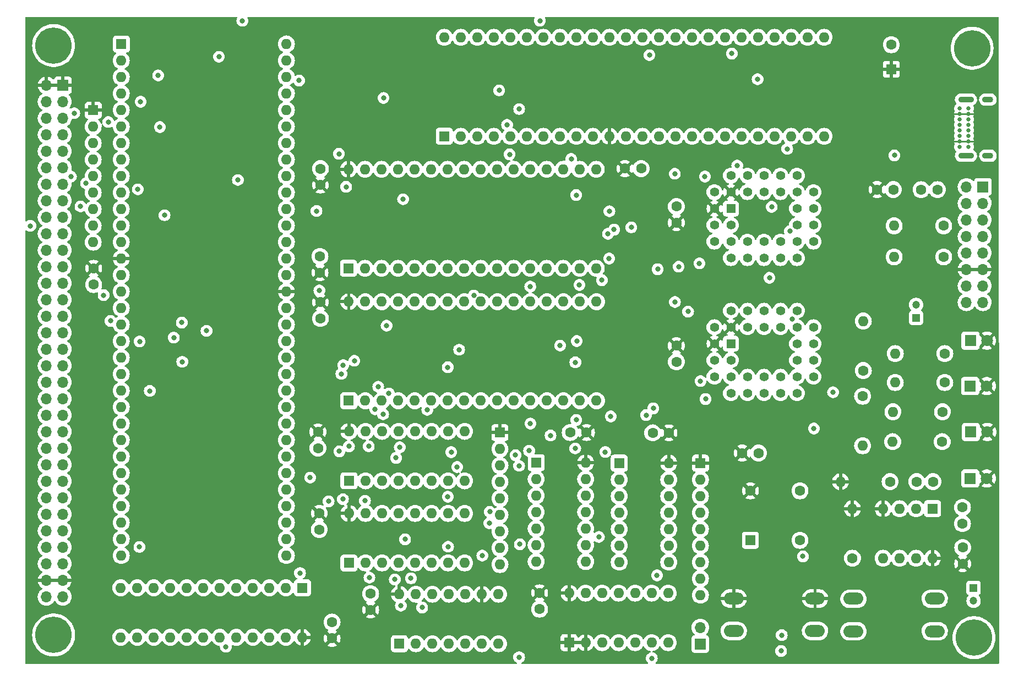
<source format=gbr>
%TF.GenerationSoftware,KiCad,Pcbnew,7.0.10*%
%TF.CreationDate,2024-02-07T22:08:28+01:00*%
%TF.ProjectId,Sixty-n8k,53697874-792d-46e3-986b-2e6b69636164,rev?*%
%TF.SameCoordinates,Original*%
%TF.FileFunction,Copper,L3,Inr*%
%TF.FilePolarity,Positive*%
%FSLAX46Y46*%
G04 Gerber Fmt 4.6, Leading zero omitted, Abs format (unit mm)*
G04 Created by KiCad (PCBNEW 7.0.10) date 2024-02-07 22:08:28*
%MOMM*%
%LPD*%
G01*
G04 APERTURE LIST*
%TA.AperFunction,ComponentPad*%
%ADD10C,1.600000*%
%TD*%
%TA.AperFunction,ComponentPad*%
%ADD11O,1.600000X1.600000*%
%TD*%
%TA.AperFunction,ComponentPad*%
%ADD12R,1.600000X1.600000*%
%TD*%
%TA.AperFunction,ComponentPad*%
%ADD13R,1.200000X1.200000*%
%TD*%
%TA.AperFunction,ComponentPad*%
%ADD14C,1.200000*%
%TD*%
%TA.AperFunction,ComponentPad*%
%ADD15C,0.650000*%
%TD*%
%TA.AperFunction,ComponentPad*%
%ADD16O,1.700000X0.900000*%
%TD*%
%TA.AperFunction,ComponentPad*%
%ADD17O,2.400000X0.900000*%
%TD*%
%TA.AperFunction,ComponentPad*%
%ADD18C,5.600000*%
%TD*%
%TA.AperFunction,ComponentPad*%
%ADD19R,1.700000X1.700000*%
%TD*%
%TA.AperFunction,ComponentPad*%
%ADD20O,1.700000X1.700000*%
%TD*%
%TA.AperFunction,ComponentPad*%
%ADD21O,3.048000X1.850000*%
%TD*%
%TA.AperFunction,ComponentPad*%
%ADD22R,1.800000X1.800000*%
%TD*%
%TA.AperFunction,ComponentPad*%
%ADD23C,1.800000*%
%TD*%
%TA.AperFunction,ComponentPad*%
%ADD24R,1.422400X1.422400*%
%TD*%
%TA.AperFunction,ComponentPad*%
%ADD25C,1.422400*%
%TD*%
%TA.AperFunction,ViaPad*%
%ADD26C,0.800000*%
%TD*%
%TA.AperFunction,Conductor*%
%ADD27C,0.250000*%
%TD*%
G04 APERTURE END LIST*
D10*
%TO.N,Net-(U2-TR)*%
%TO.C,R1*%
X200990000Y-121930000D03*
D11*
%TO.N,+5V*%
X193370000Y-121930000D03*
%TD*%
D10*
%TO.N,+5V*%
%TO.C,C11*%
X113382000Y-94314000D03*
%TO.N,GND*%
X113382000Y-96814000D03*
%TD*%
D12*
%TO.N,/A19*%
%TO.C,U4*%
X117700000Y-89085000D03*
D11*
%TO.N,/A17*%
X120240000Y-89085000D03*
%TO.N,/A15*%
X122780000Y-89085000D03*
%TO.N,/A13*%
X125320000Y-89085000D03*
%TO.N,/A8*%
X127860000Y-89085000D03*
%TO.N,/A7*%
X130400000Y-89085000D03*
%TO.N,/A6*%
X132940000Y-89085000D03*
%TO.N,/A5*%
X135480000Y-89085000D03*
%TO.N,/A4*%
X138020000Y-89085000D03*
%TO.N,/A3*%
X140560000Y-89085000D03*
%TO.N,/A2*%
X143100000Y-89085000D03*
%TO.N,/A1*%
X145640000Y-89085000D03*
%TO.N,/D0*%
X148180000Y-89085000D03*
%TO.N,/D1*%
X150720000Y-89085000D03*
%TO.N,/D2*%
X153260000Y-89085000D03*
%TO.N,GND*%
X155800000Y-89085000D03*
%TO.N,/D3*%
X155800000Y-73845000D03*
%TO.N,/D4*%
X153260000Y-73845000D03*
%TO.N,/D5*%
X150720000Y-73845000D03*
%TO.N,/D6*%
X148180000Y-73845000D03*
%TO.N,/D7*%
X145640000Y-73845000D03*
%TO.N,~{CS_RAM}_{ODD}*%
X143100000Y-73845000D03*
%TO.N,/A11*%
X140560000Y-73845000D03*
%TO.N,~{CS_RAM}_{ODD}*%
X138020000Y-73845000D03*
%TO.N,/A12*%
X135480000Y-73845000D03*
%TO.N,/A10*%
X132940000Y-73845000D03*
%TO.N,/A9*%
X130400000Y-73845000D03*
%TO.N,/A14*%
X127860000Y-73845000D03*
%TO.N,R~{W}*%
X125320000Y-73845000D03*
%TO.N,/A18*%
X122780000Y-73845000D03*
%TO.N,/A16*%
X120240000Y-73845000D03*
%TO.N,+5V*%
X117700000Y-73845000D03*
%TD*%
D13*
%TO.N,Net-(C19-Pad1)*%
%TO.C,C19*%
X205000000Y-96710000D03*
D14*
%TO.N,GND*%
X205000000Y-94710000D03*
%TD*%
D12*
%TO.N,+5V*%
%TO.C,RN3*%
X78440000Y-64750000D03*
D11*
%TO.N,~{AS}*%
X78440000Y-67290000D03*
%TO.N,~{UDS}*%
X78440000Y-69830000D03*
%TO.N,~{LDS}*%
X78440000Y-72370000D03*
%TO.N,unconnected-(RN3-R4-Pad5)*%
X78440000Y-74910000D03*
%TO.N,~{BERR}*%
X78440000Y-77450000D03*
%TO.N,~{VPA}*%
X78440000Y-79990000D03*
%TO.N,~{BGACK}*%
X78440000Y-82530000D03*
%TO.N,~{BR}*%
X78440000Y-85070000D03*
%TD*%
D12*
%TO.N,GND*%
%TO.C,U2*%
X207530000Y-126090000D03*
D11*
%TO.N,Net-(U2-TR)*%
X204990000Y-126090000D03*
%TO.N,/RES*%
X202450000Y-126090000D03*
%TO.N,+5V*%
X199910000Y-126090000D03*
%TO.N,Net-(U2-CV)*%
X199910000Y-133710000D03*
%TO.N,Net-(U2-DIS)*%
X202450000Y-133710000D03*
X204990000Y-133710000D03*
%TO.N,+5V*%
X207530000Y-133710000D03*
%TD*%
D15*
%TO.N,GND*%
%TO.C,J1*%
X211677500Y-70425000D03*
%TO.N,+5V*%
X211677500Y-69575000D03*
%TO.N,Net-(J1-CC1)*%
X211677500Y-68725000D03*
%TO.N,USB_D+*%
X211677500Y-67875000D03*
%TO.N,USB_D-*%
X211677500Y-67025000D03*
%TO.N,unconnected-(J1-SBU1-PadA8)*%
X211677500Y-66175000D03*
%TO.N,+5V*%
X211677500Y-65325000D03*
%TO.N,GND*%
X211677500Y-64475000D03*
X213027500Y-64475000D03*
%TO.N,+5V*%
X213027500Y-65325000D03*
%TO.N,Net-(J1-CC2)*%
X213027500Y-66175000D03*
%TO.N,USB_D+*%
X213027500Y-67025000D03*
%TO.N,USB_D-*%
X213027500Y-67875000D03*
%TO.N,unconnected-(J1-SBU2-PadB8)*%
X213027500Y-68725000D03*
%TO.N,+5V*%
X213027500Y-69575000D03*
%TO.N,GND*%
X213027500Y-70425000D03*
D16*
X216037500Y-71775000D03*
%TO.N,unconnected-(J1-SHELL__1-PadS2)*%
X216037500Y-63125000D03*
D17*
%TO.N,unconnected-(J1-SHELL__2-PadS3)*%
X212657500Y-71775000D03*
%TO.N,unconnected-(J1-SHELL__3-PadS4)*%
X212657500Y-63125000D03*
%TD*%
D18*
%TO.N,GND*%
%TO.C,H3*%
X213595000Y-55205000D03*
%TD*%
D10*
%TO.N,Net-(U17-V3)*%
%TO.C,C5*%
X205760000Y-76980000D03*
%TO.N,GND*%
X208260000Y-76980000D03*
%TD*%
%TO.N,+5V*%
%TO.C,C15*%
X178250000Y-117520000D03*
%TO.N,GND*%
X180750000Y-117520000D03*
%TD*%
D19*
%TO.N,+5V*%
%TO.C,J3*%
X73790000Y-60900000D03*
D20*
X71250000Y-60900000D03*
%TO.N,GND*%
X73790000Y-63440000D03*
X71250000Y-63440000D03*
%TO.N,~{AS}*%
X73790000Y-65980000D03*
%TO.N,/D0*%
X71250000Y-65980000D03*
%TO.N,~{UDS}*%
X73790000Y-68520000D03*
%TO.N,/D1*%
X71250000Y-68520000D03*
%TO.N,~{LDS}*%
X73790000Y-71060000D03*
%TO.N,/D2*%
X71250000Y-71060000D03*
%TO.N,R~{W}*%
X73790000Y-73600000D03*
%TO.N,/D3*%
X71250000Y-73600000D03*
%TO.N,~{DTACK_XPN}*%
X73790000Y-76140000D03*
%TO.N,/D4*%
X71250000Y-76140000D03*
%TO.N,~{CS_XPN}*%
X73790000Y-78680000D03*
%TO.N,/D5*%
X71250000Y-78680000D03*
%TO.N,unconnected-(J3-Pin_17-Pad17)*%
X73790000Y-81220000D03*
%TO.N,/D6*%
X71250000Y-81220000D03*
%TO.N,~{VMA}*%
X73790000Y-83760000D03*
%TO.N,/D7*%
X71250000Y-83760000D03*
%TO.N,E*%
X73790000Y-86300000D03*
%TO.N,/D8*%
X71250000Y-86300000D03*
%TO.N,~{VPA}*%
X73790000Y-88840000D03*
%TO.N,/D9*%
X71250000Y-88840000D03*
%TO.N,unconnected-(J3-Pin_25-Pad25)*%
X73790000Y-91380000D03*
%TO.N,/D10*%
X71250000Y-91380000D03*
%TO.N,~{RES}*%
X73790000Y-93920000D03*
%TO.N,/D11*%
X71250000Y-93920000D03*
%TO.N,CLK_{CPU}*%
X73790000Y-96460000D03*
%TO.N,/D12*%
X71250000Y-96460000D03*
%TO.N,/A15*%
X73790000Y-99000000D03*
%TO.N,/D13*%
X71250000Y-99000000D03*
%TO.N,/A14*%
X73790000Y-101540000D03*
%TO.N,/D14*%
X71250000Y-101540000D03*
%TO.N,/A13*%
X73790000Y-104080000D03*
%TO.N,/D15*%
X71250000Y-104080000D03*
%TO.N,/A12*%
X73790000Y-106620000D03*
%TO.N,unconnected-(J3-Pin_38-Pad38)*%
X71250000Y-106620000D03*
%TO.N,/A11*%
X73790000Y-109160000D03*
%TO.N,~{BERR}*%
X71250000Y-109160000D03*
%TO.N,/A10*%
X73790000Y-111700000D03*
%TO.N,~{BG}*%
X71250000Y-111700000D03*
%TO.N,/A9*%
X73790000Y-114240000D03*
%TO.N,~{BR}*%
X71250000Y-114240000D03*
%TO.N,/A8*%
X73790000Y-116780000D03*
%TO.N,~{BGACK}*%
X71250000Y-116780000D03*
%TO.N,/A7*%
X73790000Y-119320000D03*
%TO.N,unconnected-(J3-Pin_48-Pad48)*%
X71250000Y-119320000D03*
%TO.N,/A6*%
X73790000Y-121860000D03*
%TO.N,CLK_{HALF}*%
X71250000Y-121860000D03*
%TO.N,/A5*%
X73790000Y-124400000D03*
%TO.N,~{IRQ_LOW}*%
X71250000Y-124400000D03*
%TO.N,/A4*%
X73790000Y-126940000D03*
%TO.N,~{IRQ_HI}*%
X71250000Y-126940000D03*
%TO.N,/A3*%
X73790000Y-129480000D03*
%TO.N,~{IACK_LOW}*%
X71250000Y-129480000D03*
%TO.N,/A2*%
X73790000Y-132020000D03*
%TO.N,~{IACK_HI}*%
X71250000Y-132020000D03*
%TO.N,/A1*%
X73790000Y-134560000D03*
%TO.N,unconnected-(J3-Pin_60-Pad60)*%
X71250000Y-134560000D03*
%TO.N,+5V*%
X73790000Y-137100000D03*
X71250000Y-137100000D03*
%TO.N,GND*%
X73790000Y-139640000D03*
X71250000Y-139640000D03*
%TD*%
D10*
%TO.N,+5V*%
%TO.C,C22*%
X147080000Y-139040000D03*
%TO.N,GND*%
X147080000Y-141540000D03*
%TD*%
%TO.N,Net-(D4-K)*%
%TO.C,R7*%
X209410000Y-102210000D03*
D11*
%TO.N,RxD*%
X201790000Y-102210000D03*
%TD*%
D21*
%TO.N,GND*%
%TO.C,SW1*%
X195360000Y-139950000D03*
X207860000Y-139950000D03*
%TO.N,Net-(U2-TR)*%
X195360000Y-144950000D03*
X207860000Y-144950000D03*
%TD*%
D22*
%TO.N,Net-(D3-K)*%
%TO.C,D3*%
X213310000Y-107220000D03*
D23*
%TO.N,+5V*%
X215850000Y-107220000D03*
%TD*%
D10*
%TO.N,Net-(J1-CC2)*%
%TO.C,R6*%
X209230000Y-82540000D03*
D11*
%TO.N,GND*%
X201610000Y-82540000D03*
%TD*%
D10*
%TO.N,Net-(C19-Pad1)*%
%TO.C,R10*%
X196770000Y-108770000D03*
D11*
%TO.N,Net-(R10-Pad2)*%
X196770000Y-116390000D03*
%TD*%
D24*
%TO.N,/A19*%
%TO.C,U3*%
X176512000Y-79904000D03*
D25*
%TO.N,/A17*%
X173972000Y-82444000D03*
%TO.N,/A16*%
X176512000Y-82444000D03*
%TO.N,/A13*%
X173972000Y-84984000D03*
%TO.N,/A8*%
X176512000Y-87524000D03*
%TO.N,/A7*%
X176512000Y-84984000D03*
%TO.N,/A6*%
X179052000Y-87524000D03*
%TO.N,/A5*%
X179052000Y-84984000D03*
%TO.N,/A4*%
X181592000Y-87524000D03*
%TO.N,/A3*%
X181592000Y-84984000D03*
%TO.N,/A2*%
X184132000Y-87524000D03*
%TO.N,/A1*%
X184132000Y-84984000D03*
%TO.N,/D0*%
X186672000Y-87524000D03*
%TO.N,/D1*%
X189212000Y-84984000D03*
%TO.N,/D2*%
X186672000Y-84984000D03*
%TO.N,GND*%
X189212000Y-82444000D03*
%TO.N,/D3*%
X186672000Y-82444000D03*
%TO.N,/D4*%
X189212000Y-79904000D03*
%TO.N,/D5*%
X186672000Y-79904000D03*
%TO.N,/D6*%
X189212000Y-77364000D03*
%TO.N,/D7*%
X186672000Y-74824000D03*
%TO.N,~{CS_ROM}_{ODD}*%
X186672000Y-77364000D03*
%TO.N,/A11*%
X184132000Y-74824000D03*
%TO.N,~{CS_ROM}_{ODD}*%
X184132000Y-77364000D03*
%TO.N,/A12*%
X181592000Y-74824000D03*
%TO.N,/A10*%
X181592000Y-77364000D03*
%TO.N,/A9*%
X179052000Y-74824000D03*
%TO.N,/A14*%
X179052000Y-77364000D03*
%TO.N,/A15*%
X176512000Y-74824000D03*
%TO.N,/A18*%
X173972000Y-77364000D03*
%TO.N,+5V*%
X176512000Y-77364000D03*
X173972000Y-79904000D03*
%TD*%
D12*
%TO.N,R~{W}*%
%TO.C,U14*%
X132430000Y-68770000D03*
D11*
%TO.N,/A1*%
X134970000Y-68770000D03*
%TO.N,/A2*%
X137510000Y-68770000D03*
%TO.N,/A3*%
X140050000Y-68770000D03*
%TO.N,/A4*%
X142590000Y-68770000D03*
%TO.N,/A5*%
X145130000Y-68770000D03*
%TO.N,Net-(U14A-RC)*%
X147670000Y-68770000D03*
%TO.N,TxD*%
X150210000Y-68770000D03*
%TO.N,RxD*%
X152750000Y-68770000D03*
%TO.N,Net-(U14A-RC)*%
X155290000Y-68770000D03*
%TO.N,+5V*%
X157830000Y-68770000D03*
%TO.N,unconnected-(U14A-NC-Pad12)*%
X160370000Y-68770000D03*
%TO.N,unconnected-(U14A-TAO-Pad13)*%
X162910000Y-68770000D03*
%TO.N,unconnected-(U14A-TBO-Pad14)*%
X165450000Y-68770000D03*
%TO.N,unconnected-(U14A-TCO-Pad15)*%
X167990000Y-68770000D03*
%TO.N,Net-(U14A-RC)*%
X170530000Y-68770000D03*
%TO.N,CLK_{HALF}*%
X173070000Y-68770000D03*
%TO.N,unconnected-(U14A-XTAL2-Pad18)*%
X175610000Y-68770000D03*
%TO.N,unconnected-(U14A-TAI-Pad19)*%
X178150000Y-68770000D03*
%TO.N,unconnected-(U14A-TBI-Pad20)*%
X180690000Y-68770000D03*
%TO.N,~{RES}*%
X183230000Y-68770000D03*
%TO.N,~{CTS}*%
X185770000Y-68770000D03*
%TO.N,~{RTS}*%
X188310000Y-68770000D03*
%TO.N,unconnected-(U14A-I2-Pad24)*%
X190850000Y-68770000D03*
%TO.N,unconnected-(U14A-I3-Pad25)*%
X190850000Y-53530000D03*
%TO.N,SD_MOSI*%
X188310000Y-53530000D03*
%TO.N,~{SD_CS}*%
X185770000Y-53530000D03*
%TO.N,~{SD_CLK}*%
X183230000Y-53530000D03*
%TO.N,SD_MISO*%
X180690000Y-53530000D03*
%TO.N,unconnected-(U14A-TR-Pad30)*%
X178150000Y-53530000D03*
%TO.N,unconnected-(U14A-RR-Pad31)*%
X175610000Y-53530000D03*
%TO.N,~{IRQ_MFP}*%
X173070000Y-53530000D03*
%TO.N,unconnected-(U14A-IEO-Pad33)*%
X170530000Y-53530000D03*
%TO.N,GND*%
X167990000Y-53530000D03*
%TO.N,CLK_{HALF}*%
X165450000Y-53530000D03*
%TO.N,GND*%
X162910000Y-53530000D03*
%TO.N,/D0*%
X160370000Y-53530000D03*
%TO.N,/D1*%
X157830000Y-53530000D03*
%TO.N,/D2*%
X155290000Y-53530000D03*
%TO.N,/D3*%
X152750000Y-53530000D03*
%TO.N,/D4*%
X150210000Y-53530000D03*
%TO.N,/D5*%
X147670000Y-53530000D03*
%TO.N,/D6*%
X145130000Y-53530000D03*
%TO.N,/D7*%
X142590000Y-53530000D03*
%TO.N,~{IACK_MFP}*%
X140050000Y-53530000D03*
%TO.N,~{DTACK_MFP}*%
X137510000Y-53530000D03*
%TO.N,~{LDS}*%
X134970000Y-53530000D03*
%TO.N,~{CS_MFP}*%
X132430000Y-53530000D03*
%TD*%
D19*
%TO.N,~{AS}*%
%TO.C,J4*%
X171810000Y-146910000D03*
D20*
%TO.N,BERR_WATCHDOG*%
X171810000Y-144370000D03*
%TD*%
D13*
%TO.N,Net-(U2-DIS)*%
%TO.C,C3*%
X213830000Y-138280000D03*
D14*
%TO.N,GND*%
X213830000Y-140280000D03*
%TD*%
D10*
%TO.N,Net-(D1-K)*%
%TO.C,R3*%
X209000000Y-115770000D03*
D11*
%TO.N,GND*%
X201380000Y-115770000D03*
%TD*%
D22*
%TO.N,Net-(D2-K)*%
%TO.C,D2*%
X213410000Y-114285000D03*
D23*
%TO.N,+5V*%
X215950000Y-114285000D03*
%TD*%
D18*
%TO.N,GND*%
%TO.C,H4*%
X72350000Y-145530000D03*
%TD*%
D24*
%TO.N,/A19*%
%TO.C,U8*%
X176512000Y-100692000D03*
D25*
%TO.N,/A17*%
X173972000Y-103232000D03*
%TO.N,/A16*%
X176512000Y-103232000D03*
%TO.N,/A13*%
X173972000Y-105772000D03*
%TO.N,/A8*%
X176512000Y-108312000D03*
%TO.N,/A7*%
X176512000Y-105772000D03*
%TO.N,/A6*%
X179052000Y-108312000D03*
%TO.N,/A5*%
X179052000Y-105772000D03*
%TO.N,/A4*%
X181592000Y-108312000D03*
%TO.N,/A3*%
X181592000Y-105772000D03*
%TO.N,/A2*%
X184132000Y-108312000D03*
%TO.N,/A1*%
X184132000Y-105772000D03*
%TO.N,/D8*%
X186672000Y-108312000D03*
%TO.N,/D9*%
X189212000Y-105772000D03*
%TO.N,/D10*%
X186672000Y-105772000D03*
%TO.N,GND*%
X189212000Y-103232000D03*
%TO.N,/D11*%
X186672000Y-103232000D03*
%TO.N,/D12*%
X189212000Y-100692000D03*
%TO.N,/D13*%
X186672000Y-100692000D03*
%TO.N,/D14*%
X189212000Y-98152000D03*
%TO.N,/D15*%
X186672000Y-95612000D03*
%TO.N,~{CS_ROM}_{EVEN}*%
X186672000Y-98152000D03*
%TO.N,/A11*%
X184132000Y-95612000D03*
%TO.N,~{CS_ROM}_{EVEN}*%
X184132000Y-98152000D03*
%TO.N,/A12*%
X181592000Y-95612000D03*
%TO.N,/A10*%
X181592000Y-98152000D03*
%TO.N,/A9*%
X179052000Y-95612000D03*
%TO.N,/A14*%
X179052000Y-98152000D03*
%TO.N,/A15*%
X176512000Y-95612000D03*
%TO.N,/A18*%
X173972000Y-98152000D03*
%TO.N,+5V*%
X176512000Y-98152000D03*
X173972000Y-100692000D03*
%TD*%
D21*
%TO.N,+5V*%
%TO.C,SW2*%
X176950000Y-139900000D03*
X189450000Y-139900000D03*
%TO.N,Net-(R10-Pad2)*%
X176950000Y-144900000D03*
X189450000Y-144900000D03*
%TD*%
D10*
%TO.N,Net-(U2-TR)*%
%TO.C,C1*%
X205080000Y-121920000D03*
%TO.N,GND*%
X207580000Y-121920000D03*
%TD*%
%TO.N,+5V*%
%TO.C,C21*%
X113210000Y-126800000D03*
%TO.N,GND*%
X113210000Y-129300000D03*
%TD*%
D12*
%TO.N,+5V*%
%TO.C,C16*%
X201180000Y-58470000D03*
D10*
%TO.N,GND*%
X201180000Y-54670000D03*
%TD*%
D12*
%TO.N,~{IRQ_MFP}*%
%TO.C,U13*%
X117770000Y-121800000D03*
D11*
%TO.N,Net-(RN1-R6)*%
X120310000Y-121800000D03*
%TO.N,~{IRQ_HI}*%
X122850000Y-121800000D03*
%TO.N,Net-(RN1-R8)*%
X125390000Y-121800000D03*
%TO.N,GND*%
X127930000Y-121800000D03*
%TO.N,/IPL2*%
X130470000Y-121800000D03*
%TO.N,/IPL1*%
X133010000Y-121800000D03*
%TO.N,GND*%
X135550000Y-121800000D03*
%TO.N,/IPL0*%
X135550000Y-114180000D03*
%TO.N,GND*%
X133010000Y-114180000D03*
%TO.N,~{IRQ_LOW}*%
X130470000Y-114180000D03*
%TO.N,Net-(RN1-R3)*%
X127930000Y-114180000D03*
%TO.N,Net-(RN1-R4)*%
X125390000Y-114180000D03*
%TO.N,unconnected-(U13-GS-Pad14)*%
X122850000Y-114180000D03*
%TO.N,unconnected-(U13-EO-Pad15)*%
X120310000Y-114180000D03*
%TO.N,+5V*%
X117770000Y-114180000D03*
%TD*%
D12*
%TO.N,unconnected-(X1-EN-Pad1)*%
%TO.C,X1*%
X179510000Y-130950000D03*
D10*
%TO.N,GND*%
X187130000Y-130950000D03*
%TO.N,CLK_{CPU}*%
X187130000Y-123330000D03*
%TO.N,+5V*%
X179510000Y-123330000D03*
%TD*%
%TO.N,+5V*%
%TO.C,C20*%
X113010000Y-114260000D03*
%TO.N,GND*%
X113010000Y-116760000D03*
%TD*%
%TO.N,Net-(J1-CC1)*%
%TO.C,R5*%
X209230000Y-87340000D03*
D11*
%TO.N,GND*%
X201610000Y-87340000D03*
%TD*%
D10*
%TO.N,+5V*%
%TO.C,C10*%
X113382000Y-76260000D03*
%TO.N,GND*%
X113382000Y-73760000D03*
%TD*%
%TO.N,+5V*%
%TO.C,C8*%
X212160000Y-134570000D03*
%TO.N,GND*%
X212160000Y-132070000D03*
%TD*%
%TO.N,+5V*%
%TO.C,C9*%
X160200000Y-73730000D03*
%TO.N,GND*%
X162700000Y-73730000D03*
%TD*%
%TO.N,+5V*%
%TO.C,C12*%
X115170000Y-146040000D03*
%TO.N,GND*%
X115170000Y-143540000D03*
%TD*%
%TO.N,Net-(U2-DIS)*%
%TO.C,R2*%
X195200000Y-133710000D03*
D11*
%TO.N,+5V*%
X195200000Y-126090000D03*
%TD*%
D12*
%TO.N,/A19*%
%TO.C,U7*%
X117740000Y-109460000D03*
D11*
%TO.N,/A17*%
X120280000Y-109460000D03*
%TO.N,/A15*%
X122820000Y-109460000D03*
%TO.N,/A13*%
X125360000Y-109460000D03*
%TO.N,/A8*%
X127900000Y-109460000D03*
%TO.N,/A7*%
X130440000Y-109460000D03*
%TO.N,/A6*%
X132980000Y-109460000D03*
%TO.N,/A5*%
X135520000Y-109460000D03*
%TO.N,/A4*%
X138060000Y-109460000D03*
%TO.N,/A3*%
X140600000Y-109460000D03*
%TO.N,/A2*%
X143140000Y-109460000D03*
%TO.N,/A1*%
X145680000Y-109460000D03*
%TO.N,/D8*%
X148220000Y-109460000D03*
%TO.N,/D9*%
X150760000Y-109460000D03*
%TO.N,/D10*%
X153300000Y-109460000D03*
%TO.N,GND*%
X155840000Y-109460000D03*
%TO.N,/D11*%
X155840000Y-94220000D03*
%TO.N,/D12*%
X153300000Y-94220000D03*
%TO.N,/D13*%
X150760000Y-94220000D03*
%TO.N,/D14*%
X148220000Y-94220000D03*
%TO.N,/D15*%
X145680000Y-94220000D03*
%TO.N,~{CS_RAM}_{EVEN}*%
X143140000Y-94220000D03*
%TO.N,/A11*%
X140600000Y-94220000D03*
%TO.N,~{CS_RAM}_{EVEN}*%
X138060000Y-94220000D03*
%TO.N,/A12*%
X135520000Y-94220000D03*
%TO.N,/A10*%
X132980000Y-94220000D03*
%TO.N,/A9*%
X130440000Y-94220000D03*
%TO.N,/A14*%
X127900000Y-94220000D03*
%TO.N,R~{W}*%
X125360000Y-94220000D03*
%TO.N,/A18*%
X122820000Y-94220000D03*
%TO.N,/A16*%
X120280000Y-94220000D03*
%TO.N,+5V*%
X117740000Y-94220000D03*
%TD*%
D10*
%TO.N,+5V*%
%TO.C,C13*%
X198990000Y-76966000D03*
%TO.N,GND*%
X201490000Y-76966000D03*
%TD*%
%TO.N,+5V*%
%TO.C,C18*%
X168130000Y-100986000D03*
%TO.N,GND*%
X168130000Y-103486000D03*
%TD*%
D22*
%TO.N,Net-(D4-K)*%
%TO.C,D4*%
X213350000Y-100230000D03*
D23*
%TO.N,+5V*%
X215890000Y-100230000D03*
%TD*%
D18*
%TO.N,GND*%
%TO.C,H1*%
X213895000Y-145930000D03*
%TD*%
D10*
%TO.N,+5V*%
%TO.C,C4*%
X154300000Y-114360000D03*
%TO.N,GND*%
X151800000Y-114360000D03*
%TD*%
D12*
%TO.N,/RES*%
%TO.C,U1*%
X146560000Y-119005000D03*
D11*
%TO.N,~{RES}*%
X146560000Y-121545000D03*
%TO.N,/RES*%
X146560000Y-124085000D03*
%TO.N,~{HALT}*%
X146560000Y-126625000D03*
%TO.N,Net-(C19-Pad1)*%
X146560000Y-129165000D03*
%TO.N,Net-(RN1-R8)*%
X146560000Y-131705000D03*
%TO.N,GND*%
X146560000Y-134245000D03*
%TO.N,Net-(R4-Pad2)*%
X154180000Y-134245000D03*
%TO.N,HALT*%
X154180000Y-131705000D03*
X154180000Y-129165000D03*
%TO.N,~{HALT}*%
X154180000Y-126625000D03*
%TO.N,~{BERR}*%
X154180000Y-124085000D03*
%TO.N,Net-(U11A-Q3)*%
X154180000Y-121545000D03*
%TO.N,+5V*%
X154180000Y-119005000D03*
%TD*%
D12*
%TO.N,E*%
%TO.C,U11*%
X159340000Y-119070000D03*
D11*
%TO.N,BERR_WATCHDOG*%
X159340000Y-121610000D03*
%TO.N,unconnected-(U11A-Q0-Pad3)*%
X159340000Y-124150000D03*
%TO.N,unconnected-(U11A-Q1-Pad4)*%
X159340000Y-126690000D03*
%TO.N,unconnected-(U11A-Q2-Pad5)*%
X159340000Y-129230000D03*
%TO.N,Net-(U11A-Q3)*%
X159340000Y-131770000D03*
%TO.N,GND*%
X159340000Y-134310000D03*
%TO.N,unconnected-(U11B-Q3-Pad8)*%
X166960000Y-134310000D03*
%TO.N,unconnected-(U11B-Q2-Pad9)*%
X166960000Y-131770000D03*
%TO.N,unconnected-(U11B-Q1-Pad10)*%
X166960000Y-129230000D03*
%TO.N,CLK_{HALF}*%
X166960000Y-126690000D03*
%TO.N,GND*%
X166960000Y-124150000D03*
%TO.N,CLK_{CPU}*%
X166960000Y-121610000D03*
%TO.N,+5V*%
X166960000Y-119070000D03*
%TD*%
D12*
%TO.N,+5V*%
%TO.C,RN2*%
X171820000Y-119070000D03*
D11*
%TO.N,BERR_WATCHDOG*%
X171820000Y-121610000D03*
%TO.N,~{IRQ_LOW}*%
X171820000Y-124150000D03*
%TO.N,~{HALT}*%
X171820000Y-126690000D03*
%TO.N,HALT*%
X171820000Y-129230000D03*
%TO.N,~{RES}*%
X171820000Y-131770000D03*
%TO.N,~{IRQ_HI}*%
X171820000Y-134310000D03*
%TO.N,~{DTACK_MFP}*%
X171820000Y-136850000D03*
%TO.N,~{DTACK_XPN}*%
X171820000Y-139390000D03*
%TD*%
D22*
%TO.N,Net-(D1-K)*%
%TO.C,D1*%
X213320000Y-121435000D03*
D23*
%TO.N,+5V*%
X215860000Y-121435000D03*
%TD*%
D12*
%TO.N,~{CS_RAM}*%
%TO.C,U19*%
X125525000Y-146870000D03*
D11*
%TO.N,~{CS_ROM}*%
X128065000Y-146870000D03*
%TO.N,N/C*%
X130605000Y-146870000D03*
%TO.N,~{DTACK_MFP}*%
X133145000Y-146870000D03*
%TO.N,~{DTACK_XPN}*%
X135685000Y-146870000D03*
%TO.N,~{DTACK}*%
X138225000Y-146870000D03*
%TO.N,GND*%
X140765000Y-146870000D03*
%TO.N,IACK*%
X140765000Y-139250000D03*
%TO.N,+5V*%
X138225000Y-139250000D03*
%TO.N,/FC2*%
X135685000Y-139250000D03*
%TO.N,N/C*%
X133145000Y-139250000D03*
%TO.N,/FC1*%
X130605000Y-139250000D03*
%TO.N,/FC0*%
X128065000Y-139250000D03*
%TO.N,+5V*%
X125525000Y-139250000D03*
%TD*%
D12*
%TO.N,/A1*%
%TO.C,U16*%
X117770000Y-134430000D03*
D11*
%TO.N,/A2*%
X120310000Y-134430000D03*
%TO.N,/A3*%
X122850000Y-134430000D03*
%TO.N,GND*%
X125390000Y-134430000D03*
%TO.N,~{AS}*%
X127930000Y-134430000D03*
%TO.N,IACK*%
X130470000Y-134430000D03*
%TO.N,unconnected-(U16-O7-Pad7)*%
X133010000Y-134430000D03*
%TO.N,GND*%
X135550000Y-134430000D03*
%TO.N,~{IACK_HI}*%
X135550000Y-126810000D03*
%TO.N,unconnected-(U16-O5-Pad10)*%
X133010000Y-126810000D03*
%TO.N,~{IACK_MFP}*%
X130470000Y-126810000D03*
%TO.N,unconnected-(U16-O3-Pad12)*%
X127930000Y-126810000D03*
%TO.N,unconnected-(U16-O2-Pad13)*%
X125390000Y-126810000D03*
%TO.N,~{IACK_LOW}*%
X122850000Y-126810000D03*
%TO.N,unconnected-(U16-O0-Pad15)*%
X120310000Y-126810000D03*
%TO.N,+5V*%
X117770000Y-126810000D03*
%TD*%
D12*
%TO.N,/D4*%
%TO.C,U6*%
X82750000Y-54560000D03*
D11*
%TO.N,/D3*%
X82750000Y-57100000D03*
%TO.N,/D2*%
X82750000Y-59640000D03*
%TO.N,/D1*%
X82750000Y-62180000D03*
%TO.N,/D0*%
X82750000Y-64720000D03*
%TO.N,~{AS}*%
X82750000Y-67260000D03*
%TO.N,~{UDS}*%
X82750000Y-69800000D03*
%TO.N,~{LDS}*%
X82750000Y-72340000D03*
%TO.N,R~{W}*%
X82750000Y-74880000D03*
%TO.N,~{DTACK}*%
X82750000Y-77420000D03*
%TO.N,~{BG}*%
X82750000Y-79960000D03*
%TO.N,~{BGACK}*%
X82750000Y-82500000D03*
%TO.N,~{BR}*%
X82750000Y-85040000D03*
%TO.N,+5V*%
X82750000Y-87580000D03*
%TO.N,CLK_{CPU}*%
X82750000Y-90120000D03*
%TO.N,GND*%
X82750000Y-92660000D03*
%TO.N,~{HALT}*%
X82750000Y-95200000D03*
%TO.N,~{RES}*%
X82750000Y-97740000D03*
%TO.N,~{VMA}*%
X82750000Y-100280000D03*
%TO.N,E*%
X82750000Y-102820000D03*
%TO.N,~{VPA}*%
X82750000Y-105360000D03*
%TO.N,~{BERR}*%
X82750000Y-107900000D03*
%TO.N,/IPL2*%
X82750000Y-110440000D03*
%TO.N,/IPL1*%
X82750000Y-112980000D03*
%TO.N,/IPL0*%
X82750000Y-115520000D03*
%TO.N,/FC2*%
X82750000Y-118060000D03*
%TO.N,/FC1*%
X82750000Y-120600000D03*
%TO.N,/FC0*%
X82750000Y-123140000D03*
%TO.N,/A1*%
X82750000Y-125680000D03*
%TO.N,/A2*%
X82750000Y-128220000D03*
%TO.N,/A3*%
X82750000Y-130760000D03*
%TO.N,/A4*%
X82750000Y-133300000D03*
%TO.N,/A5*%
X108150000Y-133300000D03*
%TO.N,/A6*%
X108150000Y-130760000D03*
%TO.N,/A7*%
X108150000Y-128220000D03*
%TO.N,/A8*%
X108150000Y-125680000D03*
%TO.N,/A9*%
X108150000Y-123140000D03*
%TO.N,/A10*%
X108150000Y-120600000D03*
%TO.N,/A11*%
X108150000Y-118060000D03*
%TO.N,/A12*%
X108150000Y-115520000D03*
%TO.N,/A13*%
X108150000Y-112980000D03*
%TO.N,/A14*%
X108150000Y-110440000D03*
%TO.N,/A15*%
X108150000Y-107900000D03*
%TO.N,/A16*%
X108150000Y-105360000D03*
%TO.N,/A17*%
X108150000Y-102820000D03*
%TO.N,/A18*%
X108150000Y-100280000D03*
%TO.N,/A19*%
X108150000Y-97740000D03*
%TO.N,/A20*%
X108150000Y-95200000D03*
%TO.N,+5V*%
X108150000Y-92660000D03*
%TO.N,/A21*%
X108150000Y-90120000D03*
%TO.N,/A22*%
X108150000Y-87580000D03*
%TO.N,/A23*%
X108150000Y-85040000D03*
%TO.N,GND*%
X108150000Y-82500000D03*
%TO.N,/D15*%
X108150000Y-79960000D03*
%TO.N,/D14*%
X108150000Y-77420000D03*
%TO.N,/D13*%
X108150000Y-74880000D03*
%TO.N,/D12*%
X108150000Y-72340000D03*
%TO.N,/D11*%
X108150000Y-69800000D03*
%TO.N,/D10*%
X108150000Y-67260000D03*
%TO.N,/D9*%
X108150000Y-64720000D03*
%TO.N,/D8*%
X108150000Y-62180000D03*
%TO.N,/D7*%
X108150000Y-59640000D03*
%TO.N,/D6*%
X108150000Y-57100000D03*
%TO.N,/D5*%
X108150000Y-54560000D03*
%TD*%
D10*
%TO.N,Net-(D3-K)*%
%TO.C,R8*%
X209400000Y-106660000D03*
D11*
%TO.N,TxD*%
X201780000Y-106660000D03*
%TD*%
D10*
%TO.N,Net-(U2-CV)*%
%TO.C,C2*%
X212120000Y-128390000D03*
%TO.N,GND*%
X212120000Y-125890000D03*
%TD*%
%TO.N,Net-(D2-K)*%
%TO.C,R4*%
X209050000Y-111180000D03*
D11*
%TO.N,Net-(R4-Pad2)*%
X201430000Y-111180000D03*
%TD*%
D19*
%TO.N,GND*%
%TO.C,J2*%
X215270000Y-76545000D03*
D20*
X212730000Y-76545000D03*
%TO.N,SD_MISO*%
X215270000Y-79085000D03*
X212730000Y-79085000D03*
%TO.N,~{SD_CLK}*%
X215270000Y-81625000D03*
X212730000Y-81625000D03*
%TO.N,SD_MOSI*%
X215270000Y-84165000D03*
X212730000Y-84165000D03*
%TO.N,~{SD_CS}*%
X215270000Y-86705000D03*
X212730000Y-86705000D03*
%TO.N,+5V*%
X215270000Y-89245000D03*
X212730000Y-89245000D03*
%TO.N,unconnected-(J2-Pin_13-Pad13)*%
X215270000Y-91785000D03*
%TO.N,unconnected-(J2-Pin_14-Pad14)*%
X212730000Y-91785000D03*
%TO.N,GND*%
X215270000Y-94325000D03*
X212730000Y-94325000D03*
%TD*%
D12*
%TO.N,+5V*%
%TO.C,U10*%
X151630000Y-146700000D03*
D11*
X154170000Y-146700000D03*
%TO.N,unconnected-(U10-Q0-Pad3)*%
X156710000Y-146700000D03*
%TO.N,unconnected-(U10-Q1-Pad4)*%
X159250000Y-146700000D03*
%TO.N,unconnected-(U10-Q2-Pad5)*%
X161790000Y-146700000D03*
%TO.N,~{ROM_OVERLAY}*%
X164330000Y-146700000D03*
%TO.N,GND*%
X166870000Y-146700000D03*
%TO.N,~{AS}*%
X166870000Y-139080000D03*
%TO.N,~{RES}*%
X164330000Y-139080000D03*
%TO.N,unconnected-(U10-Q4-Pad10)*%
X161790000Y-139080000D03*
%TO.N,unconnected-(U10-Q5-Pad11)*%
X159250000Y-139080000D03*
%TO.N,unconnected-(U10-Q6-Pad12)*%
X156710000Y-139080000D03*
%TO.N,unconnected-(U10-Q7-Pad13)*%
X154170000Y-139080000D03*
%TO.N,+5V*%
X151630000Y-139080000D03*
%TD*%
D12*
%TO.N,/A16*%
%TO.C,U12*%
X110615000Y-138270000D03*
D11*
%TO.N,/A17*%
X108075000Y-138270000D03*
%TO.N,/A18*%
X105535000Y-138270000D03*
%TO.N,/A19*%
X102995000Y-138270000D03*
%TO.N,/A20*%
X100455000Y-138270000D03*
%TO.N,/A21*%
X97915000Y-138270000D03*
%TO.N,/A22*%
X95375000Y-138270000D03*
%TO.N,/A23*%
X92835000Y-138270000D03*
%TO.N,~{AS}*%
X90295000Y-138270000D03*
%TO.N,~{UDS}*%
X87755000Y-138270000D03*
%TO.N,~{LDS}*%
X85215000Y-138270000D03*
%TO.N,GND*%
X82675000Y-138270000D03*
%TO.N,IACK*%
X82675000Y-145890000D03*
%TO.N,~{ROM_OVERLAY}*%
X85215000Y-145890000D03*
%TO.N,R~{W}*%
X87755000Y-145890000D03*
%TO.N,~{CS_ROM}*%
X90295000Y-145890000D03*
%TO.N,~{CS_RAM}*%
X92835000Y-145890000D03*
%TO.N,~{CS_XPN}*%
X95375000Y-145890000D03*
%TO.N,~{CS_RAM}_{ODD}*%
X97915000Y-145890000D03*
%TO.N,~{CS_RAM}_{EVEN}*%
X100455000Y-145890000D03*
%TO.N,~{CS_ROM}_{ODD}*%
X102995000Y-145890000D03*
%TO.N,~{CS_ROM}_{EVEN}*%
X105535000Y-145890000D03*
%TO.N,~{CS_MFP}*%
X108075000Y-145890000D03*
%TO.N,+5V*%
X110615000Y-145890000D03*
%TD*%
D10*
%TO.N,+5V*%
%TO.C,C6*%
X166980000Y-114420000D03*
%TO.N,GND*%
X164480000Y-114420000D03*
%TD*%
%TO.N,+5V*%
%TO.C,C17*%
X168130000Y-82080000D03*
%TO.N,GND*%
X168130000Y-79580000D03*
%TD*%
%TO.N,Net-(R10-Pad2)*%
%TO.C,R9*%
X196870000Y-104830000D03*
D11*
%TO.N,GND*%
X196870000Y-97210000D03*
%TD*%
D12*
%TO.N,+5V*%
%TO.C,RN1*%
X140990000Y-114360000D03*
D11*
%TO.N,unconnected-(RN1-R1-Pad2)*%
X140990000Y-116900000D03*
%TO.N,~{IRQ_LOW}*%
X140990000Y-119440000D03*
%TO.N,Net-(RN1-R3)*%
X140990000Y-121980000D03*
%TO.N,Net-(RN1-R4)*%
X140990000Y-124520000D03*
%TO.N,~{IRQ_MFP}*%
X140990000Y-127060000D03*
%TO.N,Net-(RN1-R6)*%
X140990000Y-129600000D03*
%TO.N,~{IRQ_HI}*%
X140990000Y-132140000D03*
%TO.N,Net-(RN1-R8)*%
X140990000Y-134680000D03*
%TD*%
D10*
%TO.N,+5V*%
%TO.C,C23*%
X121100000Y-141670000D03*
%TO.N,GND*%
X121100000Y-139170000D03*
%TD*%
D18*
%TO.N,GND*%
%TO.C,H2*%
X72345000Y-54805000D03*
%TD*%
D10*
%TO.N,+5V*%
%TO.C,C7*%
X113310000Y-89760000D03*
%TO.N,GND*%
X113310000Y-87260000D03*
%TD*%
%TO.N,+5V*%
%TO.C,C14*%
X78500000Y-89090000D03*
%TO.N,GND*%
X78500000Y-91590000D03*
%TD*%
D26*
%TO.N,~{IRQ_MFP}*%
X163984100Y-56274400D03*
X156206300Y-130435000D03*
%TO.N,RxD*%
X201649500Y-71709500D03*
%TO.N,~{BERR}*%
X87144100Y-107963700D03*
X85292800Y-76931300D03*
%TO.N,/D3*%
X97773000Y-56526600D03*
X110098900Y-60192600D03*
%TO.N,/D2*%
X157826200Y-80314500D03*
%TO.N,/D0*%
X147123600Y-50987000D03*
X101373300Y-50988500D03*
%TO.N,~{HALT}*%
X98834400Y-147339100D03*
X143935800Y-148949000D03*
X95864400Y-98717200D03*
X81103200Y-97194400D03*
%TO.N,~{RES}*%
X92062700Y-97443500D03*
X123093600Y-62869800D03*
%TO.N,/A1*%
X143391600Y-117854300D03*
X142472200Y-71550900D03*
X116844200Y-124625100D03*
X145677600Y-112993800D03*
X139350500Y-128312900D03*
%TO.N,/A2*%
X120229700Y-124862800D03*
X139417200Y-126574800D03*
%TO.N,/A3*%
X133496900Y-117395300D03*
X125018400Y-118265400D03*
%TO.N,/A4*%
X136965700Y-93287400D03*
X85547200Y-131978400D03*
X163470600Y-111679900D03*
X85576800Y-100353100D03*
X165240000Y-89230000D03*
%TO.N,/A5*%
X142086900Y-66996200D03*
%TO.N,/A6*%
X164570100Y-110649300D03*
X168470000Y-88840000D03*
%TO.N,/A7*%
X120812900Y-116482100D03*
%TO.N,/A8*%
X157784800Y-87579200D03*
X171672800Y-88335900D03*
X172618000Y-109213100D03*
X157597300Y-83769700D03*
%TO.N,/A9*%
X158025200Y-111884500D03*
X117770100Y-116499500D03*
X177483700Y-73279400D03*
X167889100Y-74537400D03*
X129809900Y-110869600D03*
X167900000Y-94280000D03*
%TO.N,/A10*%
X123027000Y-111567300D03*
X132957300Y-104315800D03*
%TO.N,/A11*%
X123555800Y-97910200D03*
%TO.N,/A12*%
X182785800Y-79621400D03*
X116608200Y-105330900D03*
X182445500Y-90554600D03*
X134715800Y-101616700D03*
%TO.N,/A15*%
X169924200Y-95756500D03*
X172512800Y-74973700D03*
X122268200Y-107325200D03*
%TO.N,/A19*%
X185575300Y-83386800D03*
X185949300Y-96882000D03*
X116880200Y-103997100D03*
%TO.N,/D15*%
X92135900Y-103479600D03*
X145653600Y-91886300D03*
%TO.N,/D14*%
X113219600Y-92485700D03*
X153213600Y-91653200D03*
%TO.N,/D13*%
X152806400Y-100279200D03*
X112776000Y-80264000D03*
%TO.N,/D11*%
X156670500Y-90920800D03*
X158546800Y-83132000D03*
%TO.N,/D10*%
X152725100Y-112423500D03*
X151957600Y-72264900D03*
%TO.N,/D9*%
X116222900Y-71464900D03*
X152566600Y-116813500D03*
X189269500Y-113742900D03*
X150238100Y-100978400D03*
X118605000Y-103323800D03*
%TO.N,/D8*%
X180611200Y-59979700D03*
X192218700Y-108172000D03*
X171827300Y-106450300D03*
%TO.N,/D7*%
X143948000Y-64580400D03*
X68769600Y-82550000D03*
X88421700Y-59399400D03*
X185174200Y-70702800D03*
%TO.N,/D5*%
X152719100Y-77821500D03*
%TO.N,~{IACK_MFP}*%
X144048000Y-131569600D03*
X133019000Y-131937300D03*
X143939300Y-119493300D03*
X145481000Y-117171200D03*
%TO.N,~{IACK_HI}*%
X120916200Y-136686400D03*
X126401400Y-130795600D03*
%TO.N,CLK_{CPU}*%
X117339500Y-76550500D03*
X80041200Y-93218300D03*
X157187000Y-117367300D03*
X161192800Y-82785700D03*
X126096000Y-78455800D03*
%TO.N,~{VMA}*%
X75518300Y-65221000D03*
X88680900Y-67345900D03*
X80757400Y-66577400D03*
X75013600Y-74965200D03*
X90839400Y-99757300D03*
X76487700Y-79564100D03*
X77331300Y-76004300D03*
X85736500Y-63450000D03*
%TO.N,E*%
X152592000Y-103558400D03*
X121788600Y-110784700D03*
X123914300Y-108361500D03*
%TO.N,Net-(C19-Pad1)*%
X148769300Y-114819500D03*
%TO.N,~{DTACK_MFP}*%
X140871300Y-61703700D03*
X187581900Y-133432800D03*
X176655700Y-56039800D03*
%TO.N,~{IACK_LOW}*%
X124826900Y-136981000D03*
%TO.N,~{ROM_OVERLAY}*%
X164338000Y-149098000D03*
%TO.N,~{CS_ROM}_{ODD}*%
X184225200Y-147985900D03*
%TO.N,~{CS_RAM}_{ODD}*%
X100687000Y-75494600D03*
%TO.N,~{CS_ROM}_{EVEN}*%
X184319100Y-145555500D03*
%TO.N,CLK_{HALF}*%
X127304800Y-136804400D03*
X138277600Y-133299200D03*
X165150800Y-136347200D03*
%TO.N,~{CS_XPN}*%
X89408000Y-80924400D03*
%TO.N,/IPL0*%
X116291200Y-117262000D03*
X111796700Y-121298100D03*
%TO.N,~{IRQ_LOW}*%
X134401000Y-119678500D03*
X110236000Y-135991600D03*
X114634300Y-124962600D03*
X132971700Y-124251600D03*
%TO.N,~{IRQ_HI}*%
X125753200Y-141013700D03*
%TO.N,IACK*%
X129021900Y-141296800D03*
%TO.N,Net-(RN1-R4)*%
X125586500Y-116623800D03*
%TD*%
D27*
%TO.N,+5V*%
X213944200Y-69570600D02*
X213939800Y-69575000D01*
X213027500Y-65325000D02*
X213922600Y-65325000D01*
X210671400Y-65325000D02*
X210667600Y-65328800D01*
X211677500Y-69575000D02*
X210672000Y-69575000D01*
X210671400Y-65325000D02*
X213027500Y-65325000D01*
X210672000Y-69575000D02*
X210667600Y-69570600D01*
X211677500Y-69575000D02*
X213027500Y-69575000D01*
X211677500Y-65325000D02*
X210671400Y-65325000D01*
X213922600Y-65325000D02*
X213944200Y-65303400D01*
X213027500Y-69575000D02*
X213939800Y-69575000D01*
%TD*%
%TA.AperFunction,Conductor*%
%TO.N,+5V*%
G36*
X73330507Y-136890156D02*
G01*
X73290000Y-137028111D01*
X73290000Y-137171889D01*
X73330507Y-137309844D01*
X73356314Y-137350000D01*
X71683686Y-137350000D01*
X71709493Y-137309844D01*
X71750000Y-137171889D01*
X71750000Y-137028111D01*
X71709493Y-136890156D01*
X71683686Y-136850000D01*
X73356314Y-136850000D01*
X73330507Y-136890156D01*
G37*
%TD.AperFunction*%
%TA.AperFunction,Conductor*%
G36*
X73330507Y-60690156D02*
G01*
X73290000Y-60828111D01*
X73290000Y-60971889D01*
X73330507Y-61109844D01*
X73356314Y-61150000D01*
X71683686Y-61150000D01*
X71709493Y-61109844D01*
X71750000Y-60971889D01*
X71750000Y-60828111D01*
X71709493Y-60690156D01*
X71683686Y-60650000D01*
X73356314Y-60650000D01*
X73330507Y-60690156D01*
G37*
%TD.AperFunction*%
%TA.AperFunction,Conductor*%
G36*
X177527266Y-98813713D02*
G01*
X177564935Y-98759917D01*
X177564937Y-98759913D01*
X177654502Y-98567838D01*
X177654505Y-98567830D01*
X177661965Y-98539989D01*
X177698328Y-98480327D01*
X177761174Y-98449796D01*
X177830549Y-98458088D01*
X177884429Y-98502571D01*
X177901515Y-98539982D01*
X177909022Y-98567998D01*
X177909024Y-98568005D01*
X177909026Y-98568009D01*
X177967939Y-98694348D01*
X177998629Y-98760164D01*
X177998631Y-98760168D01*
X178120235Y-98933836D01*
X178120240Y-98933842D01*
X178270157Y-99083759D01*
X178270163Y-99083764D01*
X178443831Y-99205368D01*
X178443833Y-99205369D01*
X178443836Y-99205371D01*
X178635991Y-99294974D01*
X178840787Y-99349849D01*
X179009757Y-99364632D01*
X179051999Y-99368328D01*
X179052000Y-99368328D01*
X179052001Y-99368328D01*
X179087202Y-99365248D01*
X179263213Y-99349849D01*
X179468009Y-99294974D01*
X179660164Y-99205371D01*
X179833841Y-99083761D01*
X179983761Y-98933841D01*
X180105371Y-98760164D01*
X180194974Y-98568009D01*
X180202225Y-98540949D01*
X180238590Y-98481288D01*
X180301437Y-98450759D01*
X180370812Y-98459054D01*
X180424690Y-98503539D01*
X180441775Y-98540949D01*
X180449023Y-98568001D01*
X180449025Y-98568005D01*
X180449026Y-98568009D01*
X180507939Y-98694348D01*
X180538629Y-98760164D01*
X180538631Y-98760168D01*
X180660235Y-98933836D01*
X180660240Y-98933842D01*
X180810157Y-99083759D01*
X180810163Y-99083764D01*
X180983831Y-99205368D01*
X180983833Y-99205369D01*
X180983836Y-99205371D01*
X181175991Y-99294974D01*
X181380787Y-99349849D01*
X181549757Y-99364632D01*
X181591999Y-99368328D01*
X181592000Y-99368328D01*
X181592001Y-99368328D01*
X181627202Y-99365248D01*
X181803213Y-99349849D01*
X182008009Y-99294974D01*
X182200164Y-99205371D01*
X182373841Y-99083761D01*
X182523761Y-98933841D01*
X182645371Y-98760164D01*
X182734974Y-98568009D01*
X182742225Y-98540949D01*
X182778590Y-98481288D01*
X182841437Y-98450759D01*
X182910812Y-98459054D01*
X182964690Y-98503539D01*
X182981775Y-98540949D01*
X182989023Y-98568001D01*
X182989025Y-98568005D01*
X182989026Y-98568009D01*
X183047939Y-98694348D01*
X183078629Y-98760164D01*
X183078631Y-98760168D01*
X183200235Y-98933836D01*
X183200240Y-98933842D01*
X183350157Y-99083759D01*
X183350163Y-99083764D01*
X183523831Y-99205368D01*
X183523833Y-99205369D01*
X183523836Y-99205371D01*
X183715991Y-99294974D01*
X183920787Y-99349849D01*
X184089757Y-99364632D01*
X184131999Y-99368328D01*
X184132000Y-99368328D01*
X184132001Y-99368328D01*
X184167202Y-99365248D01*
X184343213Y-99349849D01*
X184548009Y-99294974D01*
X184740164Y-99205371D01*
X184913841Y-99083761D01*
X185063761Y-98933841D01*
X185185371Y-98760164D01*
X185274974Y-98568009D01*
X185282225Y-98540949D01*
X185318590Y-98481288D01*
X185381437Y-98450759D01*
X185450812Y-98459054D01*
X185504690Y-98503539D01*
X185521775Y-98540949D01*
X185529023Y-98568001D01*
X185529025Y-98568005D01*
X185529026Y-98568009D01*
X185587939Y-98694348D01*
X185618629Y-98760164D01*
X185618631Y-98760168D01*
X185740235Y-98933836D01*
X185740240Y-98933842D01*
X185890157Y-99083759D01*
X185890163Y-99083764D01*
X186063831Y-99205368D01*
X186063833Y-99205369D01*
X186063836Y-99205371D01*
X186255991Y-99294974D01*
X186270717Y-99298919D01*
X186283051Y-99302225D01*
X186342711Y-99338591D01*
X186373240Y-99401438D01*
X186364945Y-99470813D01*
X186320459Y-99524691D01*
X186283051Y-99541775D01*
X186255996Y-99549024D01*
X186255989Y-99549027D01*
X186063835Y-99638629D01*
X186063831Y-99638631D01*
X185890163Y-99760235D01*
X185890157Y-99760240D01*
X185740240Y-99910157D01*
X185740235Y-99910163D01*
X185618631Y-100083831D01*
X185618629Y-100083835D01*
X185529027Y-100275989D01*
X185529023Y-100275998D01*
X185474152Y-100480781D01*
X185474150Y-100480791D01*
X185455672Y-100691999D01*
X185455672Y-100692000D01*
X185474150Y-100903208D01*
X185474152Y-100903218D01*
X185529023Y-101108001D01*
X185529025Y-101108005D01*
X185529026Y-101108009D01*
X185596916Y-101253600D01*
X185618629Y-101300164D01*
X185618631Y-101300168D01*
X185740235Y-101473836D01*
X185740240Y-101473842D01*
X185890157Y-101623759D01*
X185890163Y-101623764D01*
X186063831Y-101745368D01*
X186063833Y-101745369D01*
X186063836Y-101745371D01*
X186255991Y-101834974D01*
X186270717Y-101838919D01*
X186283051Y-101842225D01*
X186342711Y-101878591D01*
X186373240Y-101941438D01*
X186364945Y-102010813D01*
X186320459Y-102064691D01*
X186283051Y-102081775D01*
X186255996Y-102089024D01*
X186255989Y-102089027D01*
X186063835Y-102178629D01*
X186063831Y-102178631D01*
X185890163Y-102300235D01*
X185890157Y-102300240D01*
X185740240Y-102450157D01*
X185740235Y-102450163D01*
X185618631Y-102623831D01*
X185618629Y-102623835D01*
X185529027Y-102815989D01*
X185529023Y-102815998D01*
X185474152Y-103020781D01*
X185474150Y-103020791D01*
X185455672Y-103231999D01*
X185455672Y-103232000D01*
X185474150Y-103443208D01*
X185474152Y-103443218D01*
X185529023Y-103648001D01*
X185529025Y-103648005D01*
X185529026Y-103648009D01*
X185604024Y-103808844D01*
X185618629Y-103840164D01*
X185618631Y-103840168D01*
X185740235Y-104013836D01*
X185740240Y-104013842D01*
X185890157Y-104163759D01*
X185890163Y-104163764D01*
X186063831Y-104285368D01*
X186063833Y-104285369D01*
X186063836Y-104285371D01*
X186255991Y-104374974D01*
X186270717Y-104378919D01*
X186283051Y-104382225D01*
X186342711Y-104418591D01*
X186373240Y-104481438D01*
X186364945Y-104550813D01*
X186320459Y-104604691D01*
X186283051Y-104621775D01*
X186255996Y-104629024D01*
X186255989Y-104629027D01*
X186063835Y-104718629D01*
X186063831Y-104718631D01*
X185890163Y-104840235D01*
X185890157Y-104840240D01*
X185740240Y-104990157D01*
X185740235Y-104990163D01*
X185618631Y-105163831D01*
X185618629Y-105163835D01*
X185529027Y-105355989D01*
X185529024Y-105355996D01*
X185521775Y-105383051D01*
X185485409Y-105442711D01*
X185422562Y-105473240D01*
X185353187Y-105464945D01*
X185299309Y-105420459D01*
X185282225Y-105383051D01*
X185276048Y-105360000D01*
X185274974Y-105355991D01*
X185185371Y-105163836D01*
X185185369Y-105163833D01*
X185185368Y-105163831D01*
X185063764Y-104990163D01*
X185063759Y-104990157D01*
X184913842Y-104840240D01*
X184913836Y-104840235D01*
X184740168Y-104718631D01*
X184740164Y-104718629D01*
X184715794Y-104707265D01*
X184548009Y-104629026D01*
X184548005Y-104629025D01*
X184548001Y-104629023D01*
X184343218Y-104574152D01*
X184343208Y-104574150D01*
X184132001Y-104555672D01*
X184131999Y-104555672D01*
X183920791Y-104574150D01*
X183920781Y-104574152D01*
X183715998Y-104629023D01*
X183715989Y-104629027D01*
X183523835Y-104718629D01*
X183523831Y-104718631D01*
X183350163Y-104840235D01*
X183350157Y-104840240D01*
X183200240Y-104990157D01*
X183200235Y-104990163D01*
X183078631Y-105163831D01*
X183078629Y-105163835D01*
X182989027Y-105355989D01*
X182989024Y-105355996D01*
X182981775Y-105383051D01*
X182945409Y-105442711D01*
X182882562Y-105473240D01*
X182813187Y-105464945D01*
X182759309Y-105420459D01*
X182742225Y-105383051D01*
X182736048Y-105360000D01*
X182734974Y-105355991D01*
X182645371Y-105163836D01*
X182645369Y-105163833D01*
X182645368Y-105163831D01*
X182523764Y-104990163D01*
X182523759Y-104990157D01*
X182373842Y-104840240D01*
X182373836Y-104840235D01*
X182200168Y-104718631D01*
X182200164Y-104718629D01*
X182175794Y-104707265D01*
X182008009Y-104629026D01*
X182008005Y-104629025D01*
X182008001Y-104629023D01*
X181803218Y-104574152D01*
X181803208Y-104574150D01*
X181592001Y-104555672D01*
X181591999Y-104555672D01*
X181380791Y-104574150D01*
X181380781Y-104574152D01*
X181175998Y-104629023D01*
X181175989Y-104629027D01*
X180983835Y-104718629D01*
X180983831Y-104718631D01*
X180810163Y-104840235D01*
X180810157Y-104840240D01*
X180660240Y-104990157D01*
X180660235Y-104990163D01*
X180538631Y-105163831D01*
X180538629Y-105163835D01*
X180449027Y-105355989D01*
X180449024Y-105355996D01*
X180441775Y-105383051D01*
X180405409Y-105442711D01*
X180342562Y-105473240D01*
X180273187Y-105464945D01*
X180219309Y-105420459D01*
X180202225Y-105383051D01*
X180196048Y-105360000D01*
X180194974Y-105355991D01*
X180105371Y-105163836D01*
X180105369Y-105163833D01*
X180105368Y-105163831D01*
X179983764Y-104990163D01*
X179983759Y-104990157D01*
X179833842Y-104840240D01*
X179833836Y-104840235D01*
X179660168Y-104718631D01*
X179660164Y-104718629D01*
X179635794Y-104707265D01*
X179468009Y-104629026D01*
X179468005Y-104629025D01*
X179468001Y-104629023D01*
X179263218Y-104574152D01*
X179263208Y-104574150D01*
X179052001Y-104555672D01*
X179051999Y-104555672D01*
X178840791Y-104574150D01*
X178840781Y-104574152D01*
X178635998Y-104629023D01*
X178635989Y-104629027D01*
X178443835Y-104718629D01*
X178443831Y-104718631D01*
X178270163Y-104840235D01*
X178270157Y-104840240D01*
X178120240Y-104990157D01*
X178120235Y-104990163D01*
X177998631Y-105163831D01*
X177998629Y-105163835D01*
X177909027Y-105355989D01*
X177909024Y-105355996D01*
X177901775Y-105383051D01*
X177865409Y-105442711D01*
X177802562Y-105473240D01*
X177733187Y-105464945D01*
X177679309Y-105420459D01*
X177662225Y-105383051D01*
X177656048Y-105360000D01*
X177654974Y-105355991D01*
X177565371Y-105163836D01*
X177565369Y-105163833D01*
X177565368Y-105163831D01*
X177443764Y-104990163D01*
X177443759Y-104990157D01*
X177293842Y-104840240D01*
X177293836Y-104840235D01*
X177120168Y-104718631D01*
X177120164Y-104718629D01*
X177095794Y-104707265D01*
X176928009Y-104629026D01*
X176928005Y-104629025D01*
X176928001Y-104629023D01*
X176900949Y-104621775D01*
X176841288Y-104585410D01*
X176810759Y-104522563D01*
X176819054Y-104453188D01*
X176863539Y-104399310D01*
X176900949Y-104382225D01*
X176918930Y-104377406D01*
X176928009Y-104374974D01*
X177120164Y-104285371D01*
X177293841Y-104163761D01*
X177443761Y-104013841D01*
X177565371Y-103840164D01*
X177654974Y-103648009D01*
X177709849Y-103443213D01*
X177728328Y-103232000D01*
X177726280Y-103208597D01*
X177716482Y-103096600D01*
X177709849Y-103020787D01*
X177659398Y-102832500D01*
X177654976Y-102815998D01*
X177654975Y-102815996D01*
X177654974Y-102815991D01*
X177565371Y-102623836D01*
X177565369Y-102623833D01*
X177565368Y-102623831D01*
X177443764Y-102450163D01*
X177443759Y-102450157D01*
X177293842Y-102300240D01*
X177293836Y-102300235D01*
X177120168Y-102178631D01*
X177120160Y-102178627D01*
X177037497Y-102140081D01*
X176985057Y-102093909D01*
X176965905Y-102026716D01*
X176986120Y-101959835D01*
X177039286Y-101914500D01*
X177089900Y-101903699D01*
X177271072Y-101903699D01*
X177330683Y-101897291D01*
X177465531Y-101846996D01*
X177580746Y-101760746D01*
X177666996Y-101645531D01*
X177717291Y-101510683D01*
X177723700Y-101451073D01*
X177723699Y-99932928D01*
X177717291Y-99873317D01*
X177716576Y-99871401D01*
X177666997Y-99738471D01*
X177666993Y-99738464D01*
X177580747Y-99623255D01*
X177580744Y-99623252D01*
X177465535Y-99537006D01*
X177465528Y-99537002D01*
X177330682Y-99486708D01*
X177330683Y-99486708D01*
X177271083Y-99480301D01*
X177271081Y-99480300D01*
X177271073Y-99480300D01*
X177271065Y-99480300D01*
X177088723Y-99480300D01*
X177021684Y-99460615D01*
X176975929Y-99407811D01*
X176965985Y-99338653D01*
X176995010Y-99275097D01*
X177036319Y-99243918D01*
X177119909Y-99204939D01*
X177119917Y-99204935D01*
X177173713Y-99167266D01*
X176556401Y-98549953D01*
X176637148Y-98537165D01*
X176750045Y-98479641D01*
X176839641Y-98390045D01*
X176897165Y-98277148D01*
X176909953Y-98196400D01*
X177527266Y-98813713D01*
G37*
%TD.AperFunction*%
%TA.AperFunction,Conductor*%
G36*
X174987266Y-101353713D02*
G01*
X175024934Y-101299918D01*
X175063917Y-101216318D01*
X175110089Y-101163879D01*
X175177282Y-101144726D01*
X175244164Y-101164941D01*
X175289499Y-101218106D01*
X175300300Y-101268721D01*
X175300300Y-101451069D01*
X175300301Y-101451076D01*
X175306708Y-101510683D01*
X175357002Y-101645528D01*
X175357006Y-101645535D01*
X175443252Y-101760744D01*
X175443255Y-101760747D01*
X175558464Y-101846993D01*
X175558471Y-101846997D01*
X175693317Y-101897291D01*
X175693316Y-101897291D01*
X175700244Y-101898035D01*
X175752927Y-101903700D01*
X175934097Y-101903699D01*
X176001135Y-101923383D01*
X176046890Y-101976187D01*
X176056834Y-102045345D01*
X176027809Y-102108901D01*
X175986502Y-102140081D01*
X175928206Y-102167265D01*
X175903841Y-102178627D01*
X175903832Y-102178631D01*
X175903831Y-102178631D01*
X175730163Y-102300235D01*
X175730157Y-102300240D01*
X175580240Y-102450157D01*
X175580235Y-102450163D01*
X175458631Y-102623831D01*
X175458629Y-102623835D01*
X175369027Y-102815989D01*
X175369024Y-102815996D01*
X175361775Y-102843051D01*
X175325409Y-102902711D01*
X175262562Y-102933240D01*
X175193187Y-102924945D01*
X175139309Y-102880459D01*
X175122225Y-102843051D01*
X175116048Y-102820000D01*
X175114974Y-102815991D01*
X175025371Y-102623836D01*
X175025369Y-102623833D01*
X175025368Y-102623831D01*
X174903764Y-102450163D01*
X174903759Y-102450157D01*
X174753842Y-102300240D01*
X174753836Y-102300235D01*
X174580168Y-102178631D01*
X174580164Y-102178629D01*
X174572431Y-102175023D01*
X174388009Y-102089026D01*
X174388005Y-102089024D01*
X174387998Y-102089022D01*
X174359982Y-102081515D01*
X174300323Y-102045149D01*
X174269795Y-101982302D01*
X174278091Y-101912926D01*
X174322577Y-101859049D01*
X174359989Y-101841965D01*
X174387830Y-101834505D01*
X174387838Y-101834502D01*
X174579913Y-101744937D01*
X174579917Y-101744935D01*
X174633713Y-101707266D01*
X174016401Y-101089953D01*
X174097148Y-101077165D01*
X174210045Y-101019641D01*
X174299641Y-100930045D01*
X174357165Y-100817148D01*
X174369953Y-100736400D01*
X174987266Y-101353713D01*
G37*
%TD.AperFunction*%
%TA.AperFunction,Conductor*%
G36*
X176126835Y-98277148D02*
G01*
X176184359Y-98390045D01*
X176273955Y-98479641D01*
X176386852Y-98537165D01*
X176467599Y-98549953D01*
X175850285Y-99167265D01*
X175904087Y-99204937D01*
X175904091Y-99204939D01*
X175987682Y-99243918D01*
X176040122Y-99290090D01*
X176059274Y-99357283D01*
X176039059Y-99424164D01*
X175985894Y-99469499D01*
X175935279Y-99480300D01*
X175752930Y-99480300D01*
X175752923Y-99480301D01*
X175693316Y-99486708D01*
X175558471Y-99537002D01*
X175558464Y-99537006D01*
X175443255Y-99623252D01*
X175443252Y-99623255D01*
X175357006Y-99738464D01*
X175357002Y-99738471D01*
X175306708Y-99873317D01*
X175300301Y-99932916D01*
X175300301Y-99932923D01*
X175300300Y-99932935D01*
X175300300Y-100115277D01*
X175280615Y-100182316D01*
X175227811Y-100228071D01*
X175158653Y-100238015D01*
X175095097Y-100208990D01*
X175063918Y-100167682D01*
X175024934Y-100084083D01*
X174987266Y-100030286D01*
X174987265Y-100030285D01*
X174369953Y-100647598D01*
X174357165Y-100566852D01*
X174299641Y-100453955D01*
X174210045Y-100364359D01*
X174097148Y-100306835D01*
X174016401Y-100294046D01*
X174633713Y-99676734D01*
X174633712Y-99676733D01*
X174579914Y-99639063D01*
X174579912Y-99639062D01*
X174387838Y-99549497D01*
X174387829Y-99549493D01*
X174359985Y-99542033D01*
X174300325Y-99505669D01*
X174269795Y-99442822D01*
X174278089Y-99373446D01*
X174322574Y-99319568D01*
X174359986Y-99302483D01*
X174387999Y-99294977D01*
X174388000Y-99294976D01*
X174388009Y-99294974D01*
X174580164Y-99205371D01*
X174753841Y-99083761D01*
X174903761Y-98933841D01*
X175025371Y-98760164D01*
X175114974Y-98568009D01*
X175115023Y-98567829D01*
X175122483Y-98539986D01*
X175158847Y-98480325D01*
X175221694Y-98449795D01*
X175291069Y-98458089D01*
X175344948Y-98502574D01*
X175362033Y-98539985D01*
X175369493Y-98567829D01*
X175369497Y-98567838D01*
X175459062Y-98759912D01*
X175459063Y-98759914D01*
X175496733Y-98813712D01*
X175496734Y-98813713D01*
X176114046Y-98196400D01*
X176126835Y-98277148D01*
G37*
%TD.AperFunction*%
%TA.AperFunction,Conductor*%
G36*
X177830812Y-95919054D02*
G01*
X177884690Y-95963539D01*
X177901775Y-96000949D01*
X177909023Y-96028001D01*
X177909025Y-96028005D01*
X177909026Y-96028009D01*
X177954153Y-96124784D01*
X177998629Y-96220164D01*
X177998631Y-96220168D01*
X178120235Y-96393836D01*
X178120240Y-96393842D01*
X178270157Y-96543759D01*
X178270163Y-96543764D01*
X178443831Y-96665368D01*
X178443833Y-96665369D01*
X178443836Y-96665371D01*
X178635991Y-96754974D01*
X178650717Y-96758919D01*
X178663051Y-96762225D01*
X178722711Y-96798591D01*
X178753240Y-96861438D01*
X178744945Y-96930813D01*
X178700459Y-96984691D01*
X178663051Y-97001775D01*
X178635996Y-97009024D01*
X178635989Y-97009027D01*
X178443835Y-97098629D01*
X178443831Y-97098631D01*
X178270163Y-97220235D01*
X178270157Y-97220240D01*
X178120240Y-97370157D01*
X178120235Y-97370163D01*
X177998631Y-97543831D01*
X177998629Y-97543835D01*
X177909027Y-97735989D01*
X177909023Y-97735999D01*
X177901515Y-97764018D01*
X177865149Y-97823677D01*
X177802301Y-97854205D01*
X177732926Y-97845908D01*
X177679049Y-97801421D01*
X177661965Y-97764011D01*
X177654505Y-97736166D01*
X177654502Y-97736161D01*
X177564934Y-97544083D01*
X177527266Y-97490286D01*
X177527265Y-97490285D01*
X176909953Y-98107598D01*
X176897165Y-98026852D01*
X176839641Y-97913955D01*
X176750045Y-97824359D01*
X176637148Y-97766835D01*
X176556401Y-97754046D01*
X177173713Y-97136734D01*
X177173712Y-97136733D01*
X177119914Y-97099063D01*
X177119912Y-97099062D01*
X176927838Y-97009497D01*
X176927829Y-97009493D01*
X176899985Y-97002033D01*
X176840325Y-96965669D01*
X176809795Y-96902822D01*
X176818089Y-96833446D01*
X176862574Y-96779568D01*
X176899986Y-96762483D01*
X176927999Y-96754977D01*
X176928000Y-96754976D01*
X176928009Y-96754974D01*
X177120164Y-96665371D01*
X177293841Y-96543761D01*
X177443761Y-96393841D01*
X177565371Y-96220164D01*
X177654974Y-96028009D01*
X177662225Y-96000949D01*
X177698590Y-95941288D01*
X177761437Y-95910759D01*
X177830812Y-95919054D01*
G37*
%TD.AperFunction*%
%TA.AperFunction,Conductor*%
G36*
X214810507Y-89035156D02*
G01*
X214770000Y-89173111D01*
X214770000Y-89316889D01*
X214810507Y-89454844D01*
X214836314Y-89495000D01*
X213163686Y-89495000D01*
X213189493Y-89454844D01*
X213230000Y-89316889D01*
X213230000Y-89173111D01*
X213189493Y-89035156D01*
X213163686Y-88995000D01*
X214836314Y-88995000D01*
X214810507Y-89035156D01*
G37*
%TD.AperFunction*%
%TA.AperFunction,Conductor*%
G36*
X177527266Y-78025713D02*
G01*
X177564935Y-77971917D01*
X177564937Y-77971913D01*
X177654502Y-77779838D01*
X177654505Y-77779830D01*
X177661965Y-77751989D01*
X177698328Y-77692327D01*
X177761174Y-77661796D01*
X177830549Y-77670088D01*
X177884429Y-77714571D01*
X177901515Y-77751982D01*
X177909022Y-77779998D01*
X177909024Y-77780005D01*
X177909026Y-77780009D01*
X177949356Y-77866497D01*
X177998629Y-77972164D01*
X177998631Y-77972168D01*
X178120235Y-78145836D01*
X178120240Y-78145842D01*
X178270157Y-78295759D01*
X178270163Y-78295764D01*
X178443831Y-78417368D01*
X178443833Y-78417369D01*
X178443836Y-78417371D01*
X178635991Y-78506974D01*
X178840787Y-78561849D01*
X179009757Y-78576632D01*
X179051999Y-78580328D01*
X179052000Y-78580328D01*
X179052001Y-78580328D01*
X179087202Y-78577248D01*
X179263213Y-78561849D01*
X179468009Y-78506974D01*
X179660164Y-78417371D01*
X179833841Y-78295761D01*
X179983761Y-78145841D01*
X180105371Y-77972164D01*
X180194974Y-77780009D01*
X180202225Y-77752949D01*
X180238590Y-77693288D01*
X180301437Y-77662759D01*
X180370812Y-77671054D01*
X180424690Y-77715539D01*
X180441775Y-77752949D01*
X180449023Y-77780001D01*
X180449025Y-77780005D01*
X180449026Y-77780009D01*
X180489356Y-77866497D01*
X180538629Y-77972164D01*
X180538631Y-77972168D01*
X180660235Y-78145836D01*
X180660240Y-78145842D01*
X180810157Y-78295759D01*
X180810163Y-78295764D01*
X180983831Y-78417368D01*
X180983833Y-78417369D01*
X180983836Y-78417371D01*
X181175991Y-78506974D01*
X181380787Y-78561849D01*
X181549757Y-78576632D01*
X181591999Y-78580328D01*
X181592000Y-78580328D01*
X181592001Y-78580328D01*
X181627202Y-78577248D01*
X181803213Y-78561849D01*
X182008009Y-78506974D01*
X182200164Y-78417371D01*
X182373841Y-78295761D01*
X182523761Y-78145841D01*
X182645371Y-77972164D01*
X182734974Y-77780009D01*
X182742225Y-77752949D01*
X182778590Y-77693288D01*
X182841437Y-77662759D01*
X182910812Y-77671054D01*
X182964690Y-77715539D01*
X182981775Y-77752949D01*
X182989023Y-77780001D01*
X182989025Y-77780005D01*
X182989026Y-77780009D01*
X183029356Y-77866497D01*
X183078629Y-77972164D01*
X183078631Y-77972168D01*
X183200235Y-78145836D01*
X183200240Y-78145842D01*
X183350157Y-78295759D01*
X183350163Y-78295764D01*
X183523831Y-78417368D01*
X183523833Y-78417369D01*
X183523836Y-78417371D01*
X183715991Y-78506974D01*
X183920787Y-78561849D01*
X184089757Y-78576632D01*
X184131999Y-78580328D01*
X184132000Y-78580328D01*
X184132001Y-78580328D01*
X184167202Y-78577248D01*
X184343213Y-78561849D01*
X184548009Y-78506974D01*
X184740164Y-78417371D01*
X184913841Y-78295761D01*
X185063761Y-78145841D01*
X185185371Y-77972164D01*
X185274974Y-77780009D01*
X185282225Y-77752949D01*
X185318590Y-77693288D01*
X185381437Y-77662759D01*
X185450812Y-77671054D01*
X185504690Y-77715539D01*
X185521775Y-77752949D01*
X185529023Y-77780001D01*
X185529025Y-77780005D01*
X185529026Y-77780009D01*
X185569356Y-77866497D01*
X185618629Y-77972164D01*
X185618631Y-77972168D01*
X185740235Y-78145836D01*
X185740240Y-78145842D01*
X185890157Y-78295759D01*
X185890163Y-78295764D01*
X186063831Y-78417368D01*
X186063833Y-78417369D01*
X186063836Y-78417371D01*
X186255991Y-78506974D01*
X186270717Y-78510919D01*
X186283051Y-78514225D01*
X186342711Y-78550591D01*
X186373240Y-78613438D01*
X186364945Y-78682813D01*
X186320459Y-78736691D01*
X186283051Y-78753775D01*
X186255996Y-78761024D01*
X186255989Y-78761027D01*
X186063835Y-78850629D01*
X186063831Y-78850631D01*
X185890163Y-78972235D01*
X185890157Y-78972240D01*
X185740240Y-79122157D01*
X185740235Y-79122163D01*
X185618631Y-79295831D01*
X185618629Y-79295835D01*
X185529027Y-79487989D01*
X185529023Y-79487998D01*
X185474152Y-79692781D01*
X185474150Y-79692791D01*
X185455672Y-79903999D01*
X185455672Y-79904000D01*
X185474150Y-80115208D01*
X185474152Y-80115218D01*
X185529023Y-80320001D01*
X185529025Y-80320005D01*
X185529026Y-80320009D01*
X185569356Y-80406497D01*
X185618629Y-80512164D01*
X185618631Y-80512168D01*
X185740235Y-80685836D01*
X185740240Y-80685842D01*
X185890157Y-80835759D01*
X185890163Y-80835764D01*
X186063831Y-80957368D01*
X186063833Y-80957369D01*
X186063836Y-80957371D01*
X186255991Y-81046974D01*
X186270717Y-81050919D01*
X186283051Y-81054225D01*
X186342711Y-81090591D01*
X186373240Y-81153438D01*
X186364945Y-81222813D01*
X186320459Y-81276691D01*
X186283051Y-81293775D01*
X186255996Y-81301024D01*
X186255989Y-81301027D01*
X186063835Y-81390629D01*
X186063831Y-81390631D01*
X185890163Y-81512235D01*
X185890157Y-81512240D01*
X185740240Y-81662157D01*
X185740235Y-81662163D01*
X185618631Y-81835831D01*
X185618629Y-81835835D01*
X185529027Y-82027989D01*
X185529023Y-82027998D01*
X185474152Y-82232781D01*
X185474150Y-82232791D01*
X185459424Y-82401106D01*
X185433971Y-82466175D01*
X185377380Y-82507153D01*
X185361678Y-82511588D01*
X185295496Y-82525656D01*
X185295492Y-82525657D01*
X185122570Y-82602648D01*
X185122565Y-82602651D01*
X184969429Y-82713911D01*
X184842766Y-82854585D01*
X184748121Y-83018515D01*
X184748118Y-83018522D01*
X184689627Y-83198540D01*
X184689626Y-83198544D01*
X184669840Y-83386800D01*
X184689626Y-83575056D01*
X184689627Y-83575059D01*
X184728639Y-83695126D01*
X184730634Y-83764967D01*
X184694554Y-83824800D01*
X184631853Y-83855628D01*
X184562438Y-83847663D01*
X184558305Y-83845827D01*
X184548011Y-83841027D01*
X184548001Y-83841023D01*
X184343218Y-83786152D01*
X184343208Y-83786150D01*
X184132001Y-83767672D01*
X184131999Y-83767672D01*
X183920791Y-83786150D01*
X183920781Y-83786152D01*
X183715998Y-83841023D01*
X183715989Y-83841027D01*
X183523835Y-83930629D01*
X183523831Y-83930631D01*
X183350163Y-84052235D01*
X183350157Y-84052240D01*
X183200240Y-84202157D01*
X183200235Y-84202163D01*
X183078631Y-84375831D01*
X183078629Y-84375835D01*
X182989027Y-84567989D01*
X182989024Y-84567996D01*
X182981775Y-84595051D01*
X182945409Y-84654711D01*
X182882562Y-84685240D01*
X182813187Y-84676945D01*
X182759309Y-84632459D01*
X182742225Y-84595051D01*
X182734975Y-84567996D01*
X182734974Y-84567991D01*
X182645371Y-84375836D01*
X182645369Y-84375833D01*
X182645368Y-84375831D01*
X182523764Y-84202163D01*
X182523759Y-84202157D01*
X182373842Y-84052240D01*
X182373836Y-84052235D01*
X182200168Y-83930631D01*
X182200164Y-83930629D01*
X182161033Y-83912382D01*
X182008009Y-83841026D01*
X182008005Y-83841025D01*
X182008001Y-83841023D01*
X181803218Y-83786152D01*
X181803208Y-83786150D01*
X181592001Y-83767672D01*
X181591999Y-83767672D01*
X181380791Y-83786150D01*
X181380781Y-83786152D01*
X181175998Y-83841023D01*
X181175989Y-83841027D01*
X180983835Y-83930629D01*
X180983831Y-83930631D01*
X180810163Y-84052235D01*
X180810157Y-84052240D01*
X180660240Y-84202157D01*
X180660235Y-84202163D01*
X180538631Y-84375831D01*
X180538629Y-84375835D01*
X180449027Y-84567989D01*
X180449024Y-84567996D01*
X180441775Y-84595051D01*
X180405409Y-84654711D01*
X180342562Y-84685240D01*
X180273187Y-84676945D01*
X180219309Y-84632459D01*
X180202225Y-84595051D01*
X180194975Y-84567996D01*
X180194974Y-84567991D01*
X180105371Y-84375836D01*
X180105369Y-84375833D01*
X180105368Y-84375831D01*
X179983764Y-84202163D01*
X179983759Y-84202157D01*
X179833842Y-84052240D01*
X179833836Y-84052235D01*
X179660168Y-83930631D01*
X179660164Y-83930629D01*
X179621033Y-83912382D01*
X179468009Y-83841026D01*
X179468005Y-83841025D01*
X179468001Y-83841023D01*
X179263218Y-83786152D01*
X179263208Y-83786150D01*
X179052001Y-83767672D01*
X179051999Y-83767672D01*
X178840791Y-83786150D01*
X178840781Y-83786152D01*
X178635998Y-83841023D01*
X178635989Y-83841027D01*
X178443835Y-83930629D01*
X178443831Y-83930631D01*
X178270163Y-84052235D01*
X178270157Y-84052240D01*
X178120240Y-84202157D01*
X178120235Y-84202163D01*
X177998631Y-84375831D01*
X177998629Y-84375835D01*
X177909027Y-84567989D01*
X177909024Y-84567996D01*
X177901775Y-84595051D01*
X177865409Y-84654711D01*
X177802562Y-84685240D01*
X177733187Y-84676945D01*
X177679309Y-84632459D01*
X177662225Y-84595051D01*
X177654975Y-84567996D01*
X177654974Y-84567991D01*
X177565371Y-84375836D01*
X177565369Y-84375833D01*
X177565368Y-84375831D01*
X177443764Y-84202163D01*
X177443759Y-84202157D01*
X177293842Y-84052240D01*
X177293836Y-84052235D01*
X177120168Y-83930631D01*
X177120164Y-83930629D01*
X177081033Y-83912382D01*
X176928009Y-83841026D01*
X176928005Y-83841025D01*
X176928001Y-83841023D01*
X176900949Y-83833775D01*
X176841288Y-83797410D01*
X176810759Y-83734563D01*
X176819054Y-83665188D01*
X176863539Y-83611310D01*
X176900949Y-83594225D01*
X176918930Y-83589406D01*
X176928009Y-83586974D01*
X177120164Y-83497371D01*
X177293841Y-83375761D01*
X177443761Y-83225841D01*
X177565371Y-83052164D01*
X177654974Y-82860009D01*
X177709849Y-82655213D01*
X177728328Y-82444000D01*
X177709849Y-82232787D01*
X177654974Y-82027991D01*
X177565371Y-81835836D01*
X177565369Y-81835833D01*
X177565368Y-81835831D01*
X177443764Y-81662163D01*
X177443759Y-81662157D01*
X177293842Y-81512240D01*
X177293836Y-81512235D01*
X177120168Y-81390631D01*
X177120160Y-81390627D01*
X177073781Y-81369000D01*
X177037496Y-81352080D01*
X176985057Y-81305909D01*
X176965905Y-81238716D01*
X176986120Y-81171835D01*
X177039286Y-81126500D01*
X177089900Y-81115699D01*
X177271072Y-81115699D01*
X177330683Y-81109291D01*
X177465531Y-81058996D01*
X177580746Y-80972746D01*
X177666996Y-80857531D01*
X177717291Y-80722683D01*
X177723700Y-80663073D01*
X177723699Y-79621400D01*
X181880340Y-79621400D01*
X181900126Y-79809656D01*
X181900127Y-79809659D01*
X181958618Y-79989677D01*
X181958621Y-79989684D01*
X182053267Y-80153616D01*
X182166413Y-80279277D01*
X182179929Y-80294288D01*
X182333065Y-80405548D01*
X182333070Y-80405551D01*
X182505992Y-80482542D01*
X182505997Y-80482544D01*
X182691154Y-80521900D01*
X182691155Y-80521900D01*
X182880444Y-80521900D01*
X182880446Y-80521900D01*
X183065603Y-80482544D01*
X183238530Y-80405551D01*
X183391671Y-80294288D01*
X183518333Y-80153616D01*
X183612979Y-79989684D01*
X183671474Y-79809656D01*
X183691260Y-79621400D01*
X183671474Y-79433144D01*
X183612979Y-79253116D01*
X183518333Y-79089184D01*
X183391671Y-78948512D01*
X183362430Y-78927267D01*
X183238534Y-78837251D01*
X183238529Y-78837248D01*
X183065607Y-78760257D01*
X183065602Y-78760255D01*
X182919801Y-78729265D01*
X182880446Y-78720900D01*
X182691154Y-78720900D01*
X182658697Y-78727798D01*
X182505997Y-78760255D01*
X182505992Y-78760257D01*
X182333070Y-78837248D01*
X182333065Y-78837251D01*
X182179929Y-78948511D01*
X182053266Y-79089185D01*
X181958621Y-79253115D01*
X181958618Y-79253122D01*
X181906346Y-79414000D01*
X181900126Y-79433144D01*
X181880340Y-79621400D01*
X177723699Y-79621400D01*
X177723699Y-79144928D01*
X177717291Y-79085317D01*
X177717172Y-79084999D01*
X177666997Y-78950471D01*
X177666993Y-78950464D01*
X177580747Y-78835255D01*
X177580744Y-78835252D01*
X177465535Y-78749006D01*
X177465528Y-78749002D01*
X177330682Y-78698708D01*
X177330683Y-78698708D01*
X177271083Y-78692301D01*
X177271081Y-78692300D01*
X177271073Y-78692300D01*
X177271065Y-78692300D01*
X177088723Y-78692300D01*
X177021684Y-78672615D01*
X176975929Y-78619811D01*
X176965985Y-78550653D01*
X176995010Y-78487097D01*
X177036319Y-78455918D01*
X177119909Y-78416939D01*
X177119917Y-78416935D01*
X177173713Y-78379266D01*
X176556401Y-77761953D01*
X176637148Y-77749165D01*
X176750045Y-77691641D01*
X176839641Y-77602045D01*
X176897165Y-77489148D01*
X176909953Y-77408400D01*
X177527266Y-78025713D01*
G37*
%TD.AperFunction*%
%TA.AperFunction,Conductor*%
G36*
X174987266Y-80565713D02*
G01*
X175024934Y-80511918D01*
X175063917Y-80428318D01*
X175110089Y-80375879D01*
X175177282Y-80356726D01*
X175244164Y-80376941D01*
X175289499Y-80430106D01*
X175300300Y-80480721D01*
X175300300Y-80663069D01*
X175300301Y-80663076D01*
X175306708Y-80722683D01*
X175357002Y-80857528D01*
X175357006Y-80857535D01*
X175443252Y-80972744D01*
X175443255Y-80972747D01*
X175558464Y-81058993D01*
X175558471Y-81058997D01*
X175693317Y-81109291D01*
X175693316Y-81109291D01*
X175700244Y-81110035D01*
X175752927Y-81115700D01*
X175934097Y-81115699D01*
X176001135Y-81135383D01*
X176046890Y-81188187D01*
X176056834Y-81257345D01*
X176027809Y-81320901D01*
X175986502Y-81352081D01*
X175949295Y-81369431D01*
X175903841Y-81390627D01*
X175903832Y-81390631D01*
X175903831Y-81390631D01*
X175730163Y-81512235D01*
X175730157Y-81512240D01*
X175580240Y-81662157D01*
X175580235Y-81662163D01*
X175458631Y-81835831D01*
X175458629Y-81835835D01*
X175369027Y-82027989D01*
X175369024Y-82027996D01*
X175361775Y-82055051D01*
X175325409Y-82114711D01*
X175262562Y-82145240D01*
X175193187Y-82136945D01*
X175139309Y-82092459D01*
X175122225Y-82055051D01*
X175114975Y-82027996D01*
X175114974Y-82027991D01*
X175025371Y-81835836D01*
X175025369Y-81835833D01*
X175025368Y-81835831D01*
X174903764Y-81662163D01*
X174903759Y-81662157D01*
X174753842Y-81512240D01*
X174753836Y-81512235D01*
X174580168Y-81390631D01*
X174580164Y-81390629D01*
X174541033Y-81372382D01*
X174388009Y-81301026D01*
X174388005Y-81301024D01*
X174387998Y-81301022D01*
X174359982Y-81293515D01*
X174300323Y-81257149D01*
X174269795Y-81194302D01*
X174278091Y-81124926D01*
X174322577Y-81071049D01*
X174359989Y-81053965D01*
X174387830Y-81046505D01*
X174387838Y-81046502D01*
X174579913Y-80956937D01*
X174579917Y-80956935D01*
X174633713Y-80919266D01*
X174016401Y-80301953D01*
X174097148Y-80289165D01*
X174210045Y-80231641D01*
X174299641Y-80142045D01*
X174357165Y-80029148D01*
X174369953Y-79948400D01*
X174987266Y-80565713D01*
G37*
%TD.AperFunction*%
%TA.AperFunction,Conductor*%
G36*
X176126835Y-77489148D02*
G01*
X176184359Y-77602045D01*
X176273955Y-77691641D01*
X176386852Y-77749165D01*
X176467599Y-77761953D01*
X175850285Y-78379265D01*
X175904087Y-78416937D01*
X175904091Y-78416939D01*
X175987682Y-78455918D01*
X176040122Y-78502090D01*
X176059274Y-78569283D01*
X176039059Y-78636164D01*
X175985894Y-78681499D01*
X175935279Y-78692300D01*
X175752930Y-78692300D01*
X175752923Y-78692301D01*
X175693316Y-78698708D01*
X175558471Y-78749002D01*
X175558464Y-78749006D01*
X175443255Y-78835252D01*
X175443252Y-78835255D01*
X175357006Y-78950464D01*
X175357002Y-78950471D01*
X175306708Y-79085317D01*
X175302747Y-79122163D01*
X175300301Y-79144923D01*
X175300300Y-79144935D01*
X175300300Y-79327277D01*
X175280615Y-79394316D01*
X175227811Y-79440071D01*
X175158653Y-79450015D01*
X175095097Y-79420990D01*
X175063918Y-79379682D01*
X175024934Y-79296083D01*
X174987266Y-79242286D01*
X174987265Y-79242285D01*
X174369953Y-79859598D01*
X174357165Y-79778852D01*
X174299641Y-79665955D01*
X174210045Y-79576359D01*
X174097148Y-79518835D01*
X174016401Y-79506046D01*
X174633713Y-78888734D01*
X174633712Y-78888733D01*
X174579914Y-78851063D01*
X174579912Y-78851062D01*
X174387838Y-78761497D01*
X174387829Y-78761493D01*
X174359985Y-78754033D01*
X174300325Y-78717669D01*
X174269795Y-78654822D01*
X174278089Y-78585446D01*
X174322574Y-78531568D01*
X174359986Y-78514483D01*
X174387999Y-78506977D01*
X174388000Y-78506976D01*
X174388009Y-78506974D01*
X174580164Y-78417371D01*
X174753841Y-78295761D01*
X174903761Y-78145841D01*
X175025371Y-77972164D01*
X175114974Y-77780009D01*
X175115023Y-77779829D01*
X175122483Y-77751986D01*
X175158847Y-77692325D01*
X175221694Y-77661795D01*
X175291069Y-77670089D01*
X175344948Y-77714574D01*
X175362033Y-77751985D01*
X175369493Y-77779829D01*
X175369497Y-77779838D01*
X175459062Y-77971912D01*
X175459063Y-77971914D01*
X175496733Y-78025712D01*
X175496734Y-78025713D01*
X176114046Y-77408400D01*
X176126835Y-77489148D01*
G37*
%TD.AperFunction*%
%TA.AperFunction,Conductor*%
G36*
X177830812Y-75131054D02*
G01*
X177884690Y-75175539D01*
X177901775Y-75212949D01*
X177909023Y-75240001D01*
X177909025Y-75240005D01*
X177909026Y-75240009D01*
X177982951Y-75398542D01*
X177998629Y-75432164D01*
X177998631Y-75432168D01*
X178120235Y-75605836D01*
X178120240Y-75605842D01*
X178270157Y-75755759D01*
X178270163Y-75755764D01*
X178443831Y-75877368D01*
X178443833Y-75877369D01*
X178443836Y-75877371D01*
X178635991Y-75966974D01*
X178650717Y-75970919D01*
X178663051Y-75974225D01*
X178722711Y-76010591D01*
X178753240Y-76073438D01*
X178744945Y-76142813D01*
X178700459Y-76196691D01*
X178663051Y-76213775D01*
X178635996Y-76221024D01*
X178635989Y-76221027D01*
X178443835Y-76310629D01*
X178443831Y-76310631D01*
X178270163Y-76432235D01*
X178270157Y-76432240D01*
X178120240Y-76582157D01*
X178120235Y-76582163D01*
X177998631Y-76755831D01*
X177998629Y-76755835D01*
X177909027Y-76947989D01*
X177909023Y-76947999D01*
X177901515Y-76976018D01*
X177865149Y-77035677D01*
X177802301Y-77066205D01*
X177732926Y-77057908D01*
X177679049Y-77013421D01*
X177661965Y-76976011D01*
X177654505Y-76948166D01*
X177654502Y-76948161D01*
X177564934Y-76756083D01*
X177527266Y-76702286D01*
X177527265Y-76702285D01*
X176909953Y-77319598D01*
X176897165Y-77238852D01*
X176839641Y-77125955D01*
X176750045Y-77036359D01*
X176637148Y-76978835D01*
X176556401Y-76966046D01*
X177173713Y-76348734D01*
X177173712Y-76348733D01*
X177119914Y-76311063D01*
X177119912Y-76311062D01*
X176927838Y-76221497D01*
X176927829Y-76221493D01*
X176899985Y-76214033D01*
X176840325Y-76177669D01*
X176809795Y-76114822D01*
X176818089Y-76045446D01*
X176862574Y-75991568D01*
X176899986Y-75974483D01*
X176927999Y-75966977D01*
X176928000Y-75966976D01*
X176928009Y-75966974D01*
X177120164Y-75877371D01*
X177293841Y-75755761D01*
X177443761Y-75605841D01*
X177565371Y-75432164D01*
X177654974Y-75240009D01*
X177660295Y-75220151D01*
X177662225Y-75212949D01*
X177698590Y-75153288D01*
X177761437Y-75122759D01*
X177830812Y-75131054D01*
G37*
%TD.AperFunction*%
%TA.AperFunction,Conductor*%
G36*
X217672549Y-50400191D02*
G01*
X217718308Y-50452992D01*
X217729517Y-50504499D01*
X217739481Y-149855499D01*
X217719803Y-149922540D01*
X217667004Y-149968300D01*
X217615489Y-149979511D01*
X165031313Y-149983019D01*
X164964272Y-149963339D01*
X164918514Y-149910538D01*
X164908566Y-149841380D01*
X164937587Y-149777823D01*
X164939593Y-149775782D01*
X164939522Y-149775718D01*
X164943871Y-149770888D01*
X165070533Y-149630216D01*
X165165179Y-149466284D01*
X165223674Y-149286256D01*
X165243460Y-149098000D01*
X165223674Y-148909744D01*
X165165179Y-148729716D01*
X165070533Y-148565784D01*
X164943871Y-148425112D01*
X164932410Y-148416785D01*
X164790734Y-148313851D01*
X164790729Y-148313848D01*
X164617807Y-148236857D01*
X164617800Y-148236855D01*
X164566109Y-148225868D01*
X164504627Y-148192676D01*
X164470850Y-148131513D01*
X164475502Y-148061799D01*
X164517106Y-148005666D01*
X164559794Y-147984803D01*
X164776496Y-147926739D01*
X164982734Y-147830568D01*
X165169139Y-147700047D01*
X165330047Y-147539139D01*
X165460568Y-147352734D01*
X165487618Y-147294724D01*
X165533790Y-147242285D01*
X165600983Y-147223133D01*
X165667865Y-147243348D01*
X165712382Y-147294725D01*
X165739429Y-147352728D01*
X165739432Y-147352734D01*
X165869954Y-147539141D01*
X166030858Y-147700045D01*
X166056315Y-147717870D01*
X166217266Y-147830568D01*
X166423504Y-147926739D01*
X166423509Y-147926740D01*
X166423511Y-147926741D01*
X166476415Y-147940916D01*
X166643308Y-147985635D01*
X166805230Y-147999801D01*
X166869998Y-148005468D01*
X166870000Y-148005468D01*
X166870002Y-148005468D01*
X166932511Y-147999999D01*
X167096692Y-147985635D01*
X167316496Y-147926739D01*
X167522734Y-147830568D01*
X167709139Y-147700047D01*
X167870047Y-147539139D01*
X168000568Y-147352734D01*
X168096739Y-147146496D01*
X168155635Y-146926692D01*
X168175468Y-146700000D01*
X168155635Y-146473308D01*
X168103315Y-146278045D01*
X168096741Y-146253511D01*
X168096738Y-146253502D01*
X168000568Y-146047266D01*
X167870047Y-145860861D01*
X167870045Y-145860858D01*
X167709141Y-145699954D01*
X167522734Y-145569432D01*
X167522732Y-145569431D01*
X167316497Y-145473261D01*
X167316488Y-145473258D01*
X167096697Y-145414366D01*
X167096693Y-145414365D01*
X167096692Y-145414365D01*
X167096691Y-145414364D01*
X167096686Y-145414364D01*
X166870002Y-145394532D01*
X166869998Y-145394532D01*
X166643313Y-145414364D01*
X166643302Y-145414366D01*
X166423511Y-145473258D01*
X166423502Y-145473261D01*
X166217267Y-145569431D01*
X166217265Y-145569432D01*
X166030858Y-145699954D01*
X165869954Y-145860858D01*
X165739432Y-146047265D01*
X165739431Y-146047267D01*
X165712382Y-146105275D01*
X165666209Y-146157714D01*
X165599016Y-146176866D01*
X165532135Y-146156650D01*
X165487618Y-146105275D01*
X165479429Y-146087714D01*
X165460568Y-146047266D01*
X165330047Y-145860861D01*
X165330045Y-145860858D01*
X165169141Y-145699954D01*
X164982734Y-145569432D01*
X164982732Y-145569431D01*
X164776497Y-145473261D01*
X164776488Y-145473258D01*
X164556697Y-145414366D01*
X164556693Y-145414365D01*
X164556692Y-145414365D01*
X164556691Y-145414364D01*
X164556686Y-145414364D01*
X164330002Y-145394532D01*
X164329998Y-145394532D01*
X164103313Y-145414364D01*
X164103302Y-145414366D01*
X163883511Y-145473258D01*
X163883502Y-145473261D01*
X163677267Y-145569431D01*
X163677265Y-145569432D01*
X163490858Y-145699954D01*
X163329954Y-145860858D01*
X163199432Y-146047265D01*
X163199431Y-146047267D01*
X163172382Y-146105275D01*
X163126209Y-146157714D01*
X163059016Y-146176866D01*
X162992135Y-146156650D01*
X162947618Y-146105275D01*
X162939429Y-146087714D01*
X162920568Y-146047266D01*
X162790047Y-145860861D01*
X162790045Y-145860858D01*
X162629141Y-145699954D01*
X162442734Y-145569432D01*
X162442732Y-145569431D01*
X162236497Y-145473261D01*
X162236488Y-145473258D01*
X162016697Y-145414366D01*
X162016693Y-145414365D01*
X162016692Y-145414365D01*
X162016691Y-145414364D01*
X162016686Y-145414364D01*
X161790002Y-145394532D01*
X161789998Y-145394532D01*
X161563313Y-145414364D01*
X161563302Y-145414366D01*
X161343511Y-145473258D01*
X161343502Y-145473261D01*
X161137267Y-145569431D01*
X161137265Y-145569432D01*
X160950858Y-145699954D01*
X160789954Y-145860858D01*
X160659432Y-146047265D01*
X160659431Y-146047267D01*
X160632382Y-146105275D01*
X160586209Y-146157714D01*
X160519016Y-146176866D01*
X160452135Y-146156650D01*
X160407618Y-146105275D01*
X160399429Y-146087714D01*
X160380568Y-146047266D01*
X160250047Y-145860861D01*
X160250045Y-145860858D01*
X160089141Y-145699954D01*
X159902734Y-145569432D01*
X159902732Y-145569431D01*
X159696497Y-145473261D01*
X159696488Y-145473258D01*
X159476697Y-145414366D01*
X159476693Y-145414365D01*
X159476692Y-145414365D01*
X159476691Y-145414364D01*
X159476686Y-145414364D01*
X159250002Y-145394532D01*
X159249998Y-145394532D01*
X159023313Y-145414364D01*
X159023302Y-145414366D01*
X158803511Y-145473258D01*
X158803502Y-145473261D01*
X158597267Y-145569431D01*
X158597265Y-145569432D01*
X158410858Y-145699954D01*
X158249954Y-145860858D01*
X158119432Y-146047265D01*
X158119431Y-146047267D01*
X158092382Y-146105275D01*
X158046209Y-146157714D01*
X157979016Y-146176866D01*
X157912135Y-146156650D01*
X157867618Y-146105275D01*
X157859429Y-146087714D01*
X157840568Y-146047266D01*
X157710047Y-145860861D01*
X157710045Y-145860858D01*
X157549141Y-145699954D01*
X157362734Y-145569432D01*
X157362732Y-145569431D01*
X157156497Y-145473261D01*
X157156488Y-145473258D01*
X156936697Y-145414366D01*
X156936693Y-145414365D01*
X156936692Y-145414365D01*
X156936691Y-145414364D01*
X156936686Y-145414364D01*
X156710002Y-145394532D01*
X156709998Y-145394532D01*
X156483313Y-145414364D01*
X156483302Y-145414366D01*
X156263511Y-145473258D01*
X156263502Y-145473261D01*
X156057267Y-145569431D01*
X156057265Y-145569432D01*
X155870858Y-145699954D01*
X155709954Y-145860858D01*
X155584518Y-146040002D01*
X155579432Y-146047266D01*
X155572049Y-146063100D01*
X155552106Y-146105867D01*
X155505933Y-146158306D01*
X155438739Y-146177457D01*
X155371858Y-146157241D01*
X155327342Y-146105865D01*
X155300135Y-146047520D01*
X155300134Y-146047518D01*
X155169657Y-145861179D01*
X155008820Y-145700342D01*
X154822482Y-145569865D01*
X154616328Y-145473734D01*
X154420000Y-145421127D01*
X154420000Y-146384314D01*
X154408045Y-146372359D01*
X154295148Y-146314835D01*
X154201481Y-146300000D01*
X154138519Y-146300000D01*
X154044852Y-146314835D01*
X153931955Y-146372359D01*
X153920000Y-146384314D01*
X153920000Y-145421127D01*
X153723671Y-145473734D01*
X153517517Y-145569865D01*
X153331179Y-145700342D01*
X153170339Y-145861182D01*
X153152368Y-145886847D01*
X153097790Y-145930471D01*
X153028291Y-145937662D01*
X152965937Y-145906138D01*
X152930525Y-145845907D01*
X152927505Y-145828975D01*
X152923596Y-145792620D01*
X152873354Y-145657913D01*
X152873350Y-145657906D01*
X152787190Y-145542812D01*
X152787187Y-145542809D01*
X152672093Y-145456649D01*
X152672086Y-145456645D01*
X152537379Y-145406403D01*
X152537372Y-145406401D01*
X152477844Y-145400000D01*
X151880000Y-145400000D01*
X151880000Y-146384314D01*
X151868045Y-146372359D01*
X151755148Y-146314835D01*
X151661481Y-146300000D01*
X151598519Y-146300000D01*
X151504852Y-146314835D01*
X151391955Y-146372359D01*
X151380000Y-146384314D01*
X151380000Y-145400000D01*
X150782155Y-145400000D01*
X150722627Y-145406401D01*
X150722620Y-145406403D01*
X150587913Y-145456645D01*
X150587906Y-145456649D01*
X150472812Y-145542809D01*
X150472809Y-145542812D01*
X150386649Y-145657906D01*
X150386645Y-145657913D01*
X150336403Y-145792620D01*
X150336401Y-145792627D01*
X150330000Y-145852155D01*
X150330000Y-146450000D01*
X151314314Y-146450000D01*
X151302359Y-146461955D01*
X151244835Y-146574852D01*
X151225014Y-146700000D01*
X151244835Y-146825148D01*
X151302359Y-146938045D01*
X151314314Y-146950000D01*
X150330000Y-146950000D01*
X150330000Y-147547844D01*
X150336401Y-147607372D01*
X150336403Y-147607379D01*
X150386645Y-147742086D01*
X150386649Y-147742093D01*
X150472809Y-147857187D01*
X150472812Y-147857190D01*
X150587906Y-147943350D01*
X150587913Y-147943354D01*
X150722620Y-147993596D01*
X150722627Y-147993598D01*
X150782155Y-147999999D01*
X150782172Y-148000000D01*
X151380000Y-148000000D01*
X151380000Y-147015686D01*
X151391955Y-147027641D01*
X151504852Y-147085165D01*
X151598519Y-147100000D01*
X151661481Y-147100000D01*
X151755148Y-147085165D01*
X151868045Y-147027641D01*
X151880000Y-147015686D01*
X151880000Y-148000000D01*
X152477828Y-148000000D01*
X152477844Y-147999999D01*
X152537372Y-147993598D01*
X152537379Y-147993596D01*
X152672086Y-147943354D01*
X152672093Y-147943350D01*
X152787187Y-147857190D01*
X152787190Y-147857187D01*
X152873350Y-147742093D01*
X152873354Y-147742086D01*
X152923596Y-147607379D01*
X152927505Y-147571024D01*
X152954243Y-147506473D01*
X153011635Y-147466624D01*
X153081460Y-147464129D01*
X153141549Y-147499781D01*
X153152369Y-147513153D01*
X153170340Y-147538818D01*
X153331179Y-147699657D01*
X153517517Y-147830134D01*
X153723673Y-147926265D01*
X153723682Y-147926269D01*
X153919999Y-147978872D01*
X153920000Y-147978871D01*
X153920000Y-147015686D01*
X153931955Y-147027641D01*
X154044852Y-147085165D01*
X154138519Y-147100000D01*
X154201481Y-147100000D01*
X154295148Y-147085165D01*
X154408045Y-147027641D01*
X154420000Y-147015686D01*
X154420000Y-147978872D01*
X154616317Y-147926269D01*
X154616326Y-147926265D01*
X154822482Y-147830134D01*
X155008820Y-147699657D01*
X155169657Y-147538820D01*
X155300132Y-147352484D01*
X155327341Y-147294134D01*
X155373513Y-147241695D01*
X155440707Y-147222542D01*
X155507588Y-147242757D01*
X155552106Y-147294133D01*
X155579431Y-147352732D01*
X155579432Y-147352734D01*
X155709954Y-147539141D01*
X155870858Y-147700045D01*
X155896315Y-147717870D01*
X156057266Y-147830568D01*
X156263504Y-147926739D01*
X156263509Y-147926740D01*
X156263511Y-147926741D01*
X156316415Y-147940916D01*
X156483308Y-147985635D01*
X156645230Y-147999801D01*
X156709998Y-148005468D01*
X156710000Y-148005468D01*
X156710002Y-148005468D01*
X156772511Y-147999999D01*
X156936692Y-147985635D01*
X157156496Y-147926739D01*
X157362734Y-147830568D01*
X157549139Y-147700047D01*
X157710047Y-147539139D01*
X157840568Y-147352734D01*
X157867618Y-147294724D01*
X157913790Y-147242285D01*
X157980983Y-147223133D01*
X158047865Y-147243348D01*
X158092382Y-147294725D01*
X158119429Y-147352728D01*
X158119432Y-147352734D01*
X158249954Y-147539141D01*
X158410858Y-147700045D01*
X158436315Y-147717870D01*
X158597266Y-147830568D01*
X158803504Y-147926739D01*
X158803509Y-147926740D01*
X158803511Y-147926741D01*
X158856415Y-147940916D01*
X159023308Y-147985635D01*
X159185230Y-147999801D01*
X159249998Y-148005468D01*
X159250000Y-148005468D01*
X159250002Y-148005468D01*
X159312511Y-147999999D01*
X159476692Y-147985635D01*
X159696496Y-147926739D01*
X159902734Y-147830568D01*
X160089139Y-147700047D01*
X160250047Y-147539139D01*
X160380568Y-147352734D01*
X160407618Y-147294724D01*
X160453790Y-147242285D01*
X160520983Y-147223133D01*
X160587865Y-147243348D01*
X160632382Y-147294725D01*
X160659429Y-147352728D01*
X160659432Y-147352734D01*
X160789954Y-147539141D01*
X160950858Y-147700045D01*
X160976315Y-147717870D01*
X161137266Y-147830568D01*
X161343504Y-147926739D01*
X161343509Y-147926740D01*
X161343511Y-147926741D01*
X161396415Y-147940916D01*
X161563308Y-147985635D01*
X161725230Y-147999801D01*
X161789998Y-148005468D01*
X161790000Y-148005468D01*
X161790002Y-148005468D01*
X161852511Y-147999999D01*
X162016692Y-147985635D01*
X162236496Y-147926739D01*
X162442734Y-147830568D01*
X162629139Y-147700047D01*
X162790047Y-147539139D01*
X162920568Y-147352734D01*
X162947618Y-147294724D01*
X162993790Y-147242285D01*
X163060983Y-147223133D01*
X163127865Y-147243348D01*
X163172382Y-147294725D01*
X163199429Y-147352728D01*
X163199432Y-147352734D01*
X163329954Y-147539141D01*
X163490858Y-147700045D01*
X163516315Y-147717870D01*
X163677266Y-147830568D01*
X163883504Y-147926739D01*
X163883509Y-147926740D01*
X163883511Y-147926741D01*
X163924375Y-147937690D01*
X164103308Y-147985635D01*
X164103311Y-147985635D01*
X164107281Y-147986699D01*
X164166942Y-148023064D01*
X164197471Y-148085910D01*
X164189177Y-148155286D01*
X164144691Y-148209164D01*
X164100970Y-148227764D01*
X164058196Y-148236856D01*
X164058192Y-148236857D01*
X163885270Y-148313848D01*
X163885265Y-148313851D01*
X163732129Y-148425111D01*
X163605466Y-148565785D01*
X163510821Y-148729715D01*
X163510818Y-148729722D01*
X163471635Y-148850317D01*
X163452326Y-148909744D01*
X163432540Y-149098000D01*
X163452326Y-149286256D01*
X163452327Y-149286259D01*
X163510818Y-149466277D01*
X163510821Y-149466284D01*
X163605467Y-149630216D01*
X163732129Y-149770888D01*
X163736478Y-149775718D01*
X163734357Y-149777626D01*
X163764440Y-149826535D01*
X163763060Y-149896391D01*
X163724131Y-149954411D01*
X163660014Y-149982175D01*
X163644804Y-149983112D01*
X144407606Y-149984395D01*
X144340565Y-149964715D01*
X144294807Y-149911914D01*
X144284859Y-149842756D01*
X144313880Y-149779199D01*
X144357159Y-149747118D01*
X144388530Y-149733151D01*
X144541671Y-149621888D01*
X144668333Y-149481216D01*
X144762979Y-149317284D01*
X144821474Y-149137256D01*
X144841260Y-148949000D01*
X144821474Y-148760744D01*
X144762979Y-148580716D01*
X144668333Y-148416784D01*
X144541671Y-148276112D01*
X144520183Y-148260500D01*
X144388534Y-148164851D01*
X144388529Y-148164848D01*
X144215607Y-148087857D01*
X144215602Y-148087855D01*
X144069801Y-148056865D01*
X144030446Y-148048500D01*
X143841154Y-148048500D01*
X143808697Y-148055398D01*
X143655997Y-148087855D01*
X143655992Y-148087857D01*
X143483070Y-148164848D01*
X143483065Y-148164851D01*
X143329929Y-148276111D01*
X143203266Y-148416785D01*
X143108621Y-148580715D01*
X143108618Y-148580722D01*
X143050127Y-148760740D01*
X143050126Y-148760744D01*
X143030340Y-148949000D01*
X143050126Y-149137256D01*
X143050127Y-149137259D01*
X143108618Y-149317277D01*
X143108621Y-149317284D01*
X143203267Y-149481216D01*
X143329929Y-149621888D01*
X143483065Y-149733148D01*
X143483067Y-149733149D01*
X143483070Y-149733151D01*
X143514579Y-149747180D01*
X143567814Y-149792428D01*
X143588136Y-149859277D01*
X143569091Y-149926501D01*
X143516725Y-149972757D01*
X143464150Y-149984458D01*
X68104542Y-149989487D01*
X68037502Y-149969807D01*
X67991743Y-149917006D01*
X67980534Y-149865466D01*
X67981404Y-145530002D01*
X69044652Y-145530002D01*
X69047600Y-145584365D01*
X69061741Y-145845197D01*
X69064028Y-145887368D01*
X69064029Y-145887385D01*
X69121926Y-146240539D01*
X69121932Y-146240565D01*
X69217672Y-146585392D01*
X69217674Y-146585399D01*
X69350142Y-146917870D01*
X69350151Y-146917888D01*
X69517784Y-147234077D01*
X69517787Y-147234082D01*
X69517789Y-147234085D01*
X69716633Y-147527359D01*
X69718634Y-147530309D01*
X69718641Y-147530319D01*
X69950331Y-147803085D01*
X69950332Y-147803086D01*
X70210163Y-148049211D01*
X70495081Y-148265800D01*
X70801747Y-148450315D01*
X70801749Y-148450316D01*
X70801751Y-148450317D01*
X70801755Y-148450319D01*
X71083603Y-148580715D01*
X71126565Y-148600591D01*
X71465726Y-148714868D01*
X71815254Y-148791805D01*
X72171052Y-148830500D01*
X72171058Y-148830500D01*
X72528942Y-148830500D01*
X72528948Y-148830500D01*
X72884746Y-148791805D01*
X73234274Y-148714868D01*
X73573435Y-148600591D01*
X73898253Y-148450315D01*
X74204919Y-148265800D01*
X74489837Y-148049211D01*
X74749668Y-147803086D01*
X74981365Y-147530311D01*
X75182211Y-147234085D01*
X75349853Y-146917880D01*
X75482324Y-146585403D01*
X75578071Y-146240552D01*
X75603127Y-146087716D01*
X75635541Y-145890001D01*
X81369532Y-145890001D01*
X81389364Y-146116686D01*
X81389366Y-146116697D01*
X81448258Y-146336488D01*
X81448261Y-146336497D01*
X81544431Y-146542732D01*
X81544432Y-146542734D01*
X81674954Y-146729141D01*
X81835858Y-146890045D01*
X81835861Y-146890047D01*
X82022266Y-147020568D01*
X82228504Y-147116739D01*
X82228509Y-147116740D01*
X82228511Y-147116741D01*
X82258420Y-147124755D01*
X82448308Y-147175635D01*
X82610230Y-147189801D01*
X82674998Y-147195468D01*
X82675000Y-147195468D01*
X82675002Y-147195468D01*
X82731673Y-147190509D01*
X82901692Y-147175635D01*
X83121496Y-147116739D01*
X83327734Y-147020568D01*
X83514139Y-146890047D01*
X83675047Y-146729139D01*
X83805568Y-146542734D01*
X83832618Y-146484724D01*
X83878790Y-146432285D01*
X83945983Y-146413133D01*
X84012865Y-146433348D01*
X84057382Y-146484725D01*
X84084429Y-146542728D01*
X84084432Y-146542734D01*
X84214954Y-146729141D01*
X84375858Y-146890045D01*
X84375861Y-146890047D01*
X84562266Y-147020568D01*
X84768504Y-147116739D01*
X84768509Y-147116740D01*
X84768511Y-147116741D01*
X84798420Y-147124755D01*
X84988308Y-147175635D01*
X85150230Y-147189801D01*
X85214998Y-147195468D01*
X85215000Y-147195468D01*
X85215002Y-147195468D01*
X85271673Y-147190509D01*
X85441692Y-147175635D01*
X85661496Y-147116739D01*
X85867734Y-147020568D01*
X86054139Y-146890047D01*
X86215047Y-146729139D01*
X86345568Y-146542734D01*
X86372618Y-146484724D01*
X86418790Y-146432285D01*
X86485983Y-146413133D01*
X86552865Y-146433348D01*
X86597382Y-146484725D01*
X86624429Y-146542728D01*
X86624432Y-146542734D01*
X86754954Y-146729141D01*
X86915858Y-146890045D01*
X86915861Y-146890047D01*
X87102266Y-147020568D01*
X87308504Y-147116739D01*
X87308509Y-147116740D01*
X87308511Y-147116741D01*
X87338420Y-147124755D01*
X87528308Y-147175635D01*
X87690230Y-147189801D01*
X87754998Y-147195468D01*
X87755000Y-147195468D01*
X87755002Y-147195468D01*
X87811673Y-147190509D01*
X87981692Y-147175635D01*
X88201496Y-147116739D01*
X88407734Y-147020568D01*
X88594139Y-146890047D01*
X88755047Y-146729139D01*
X88885568Y-146542734D01*
X88912618Y-146484724D01*
X88958790Y-146432285D01*
X89025983Y-146413133D01*
X89092865Y-146433348D01*
X89137382Y-146484725D01*
X89164429Y-146542728D01*
X89164432Y-146542734D01*
X89294954Y-146729141D01*
X89455858Y-146890045D01*
X89455861Y-146890047D01*
X89642266Y-147020568D01*
X89848504Y-147116739D01*
X89848509Y-147116740D01*
X89848511Y-147116741D01*
X89878420Y-147124755D01*
X90068308Y-147175635D01*
X90230230Y-147189801D01*
X90294998Y-147195468D01*
X90295000Y-147195468D01*
X90295002Y-147195468D01*
X90351673Y-147190509D01*
X90521692Y-147175635D01*
X90741496Y-147116739D01*
X90947734Y-147020568D01*
X91134139Y-146890047D01*
X91295047Y-146729139D01*
X91425568Y-146542734D01*
X91452618Y-146484724D01*
X91498790Y-146432285D01*
X91565983Y-146413133D01*
X91632865Y-146433348D01*
X91677382Y-146484725D01*
X91704429Y-146542728D01*
X91704432Y-146542734D01*
X91834954Y-146729141D01*
X91995858Y-146890045D01*
X91995861Y-146890047D01*
X92182266Y-147020568D01*
X92388504Y-147116739D01*
X92388509Y-147116740D01*
X92388511Y-147116741D01*
X92418420Y-147124755D01*
X92608308Y-147175635D01*
X92770230Y-147189801D01*
X92834998Y-147195468D01*
X92835000Y-147195468D01*
X92835002Y-147195468D01*
X92891673Y-147190509D01*
X93061692Y-147175635D01*
X93281496Y-147116739D01*
X93487734Y-147020568D01*
X93674139Y-146890047D01*
X93835047Y-146729139D01*
X93965568Y-146542734D01*
X93992618Y-146484724D01*
X94038790Y-146432285D01*
X94105983Y-146413133D01*
X94172865Y-146433348D01*
X94217382Y-146484725D01*
X94244429Y-146542728D01*
X94244432Y-146542734D01*
X94374954Y-146729141D01*
X94535858Y-146890045D01*
X94535861Y-146890047D01*
X94722266Y-147020568D01*
X94928504Y-147116739D01*
X94928509Y-147116740D01*
X94928511Y-147116741D01*
X94958420Y-147124755D01*
X95148308Y-147175635D01*
X95310230Y-147189801D01*
X95374998Y-147195468D01*
X95375000Y-147195468D01*
X95375002Y-147195468D01*
X95431673Y-147190509D01*
X95601692Y-147175635D01*
X95821496Y-147116739D01*
X96027734Y-147020568D01*
X96214139Y-146890047D01*
X96375047Y-146729139D01*
X96505568Y-146542734D01*
X96532618Y-146484724D01*
X96578790Y-146432285D01*
X96645983Y-146413133D01*
X96712865Y-146433348D01*
X96757382Y-146484725D01*
X96784429Y-146542728D01*
X96784432Y-146542734D01*
X96914954Y-146729141D01*
X97075858Y-146890045D01*
X97075861Y-146890047D01*
X97262266Y-147020568D01*
X97468504Y-147116739D01*
X97468509Y-147116740D01*
X97468511Y-147116741D01*
X97498420Y-147124755D01*
X97688308Y-147175635D01*
X97818069Y-147186987D01*
X97883137Y-147212439D01*
X97924116Y-147269030D01*
X97930582Y-147323474D01*
X97928940Y-147339100D01*
X97948726Y-147527356D01*
X97949686Y-147530311D01*
X98007218Y-147707377D01*
X98007221Y-147707384D01*
X98101867Y-147871316D01*
X98218246Y-148000568D01*
X98228529Y-148011988D01*
X98381665Y-148123248D01*
X98381670Y-148123251D01*
X98554592Y-148200242D01*
X98554597Y-148200244D01*
X98739754Y-148239600D01*
X98739755Y-148239600D01*
X98929044Y-148239600D01*
X98929046Y-148239600D01*
X99114203Y-148200244D01*
X99287130Y-148123251D01*
X99440271Y-148011988D01*
X99566933Y-147871316D01*
X99655525Y-147717870D01*
X124224500Y-147717870D01*
X124224501Y-147717876D01*
X124230908Y-147777483D01*
X124281202Y-147912328D01*
X124281206Y-147912335D01*
X124367452Y-148027544D01*
X124367455Y-148027547D01*
X124482664Y-148113793D01*
X124482671Y-148113797D01*
X124617517Y-148164091D01*
X124617516Y-148164091D01*
X124624444Y-148164835D01*
X124677127Y-148170500D01*
X126372872Y-148170499D01*
X126432483Y-148164091D01*
X126567331Y-148113796D01*
X126682546Y-148027546D01*
X126768796Y-147912331D01*
X126819091Y-147777483D01*
X126822862Y-147742401D01*
X126849599Y-147677855D01*
X126906990Y-147638006D01*
X126976816Y-147635511D01*
X127036905Y-147671163D01*
X127047725Y-147684535D01*
X127058585Y-147700045D01*
X127064956Y-147709143D01*
X127225858Y-147870045D01*
X127225861Y-147870047D01*
X127412266Y-148000568D01*
X127618504Y-148096739D01*
X127838308Y-148155635D01*
X128000230Y-148169801D01*
X128064998Y-148175468D01*
X128065000Y-148175468D01*
X128065002Y-148175468D01*
X128121807Y-148170498D01*
X128291692Y-148155635D01*
X128511496Y-148096739D01*
X128717734Y-148000568D01*
X128904139Y-147870047D01*
X129065047Y-147709139D01*
X129195568Y-147522734D01*
X129222618Y-147464724D01*
X129268790Y-147412285D01*
X129335983Y-147393133D01*
X129402865Y-147413348D01*
X129447381Y-147464724D01*
X129461517Y-147495038D01*
X129474429Y-147522728D01*
X129474432Y-147522734D01*
X129604954Y-147709141D01*
X129765858Y-147870045D01*
X129765861Y-147870047D01*
X129952266Y-148000568D01*
X130158504Y-148096739D01*
X130378308Y-148155635D01*
X130540230Y-148169801D01*
X130604998Y-148175468D01*
X130605000Y-148175468D01*
X130605002Y-148175468D01*
X130661807Y-148170498D01*
X130831692Y-148155635D01*
X131051496Y-148096739D01*
X131257734Y-148000568D01*
X131444139Y-147870047D01*
X131605047Y-147709139D01*
X131735568Y-147522734D01*
X131762618Y-147464724D01*
X131808790Y-147412285D01*
X131875983Y-147393133D01*
X131942865Y-147413348D01*
X131987381Y-147464724D01*
X132001517Y-147495038D01*
X132014429Y-147522728D01*
X132014432Y-147522734D01*
X132144954Y-147709141D01*
X132305858Y-147870045D01*
X132305861Y-147870047D01*
X132492266Y-148000568D01*
X132698504Y-148096739D01*
X132918308Y-148155635D01*
X133080230Y-148169801D01*
X133144998Y-148175468D01*
X133145000Y-148175468D01*
X133145002Y-148175468D01*
X133201807Y-148170498D01*
X133371692Y-148155635D01*
X133591496Y-148096739D01*
X133797734Y-148000568D01*
X133984139Y-147870047D01*
X134145047Y-147709139D01*
X134275568Y-147522734D01*
X134302618Y-147464724D01*
X134348790Y-147412285D01*
X134415983Y-147393133D01*
X134482865Y-147413348D01*
X134527381Y-147464724D01*
X134541517Y-147495038D01*
X134554429Y-147522728D01*
X134554432Y-147522734D01*
X134684954Y-147709141D01*
X134845858Y-147870045D01*
X134845861Y-147870047D01*
X135032266Y-148000568D01*
X135238504Y-148096739D01*
X135458308Y-148155635D01*
X135620230Y-148169801D01*
X135684998Y-148175468D01*
X135685000Y-148175468D01*
X135685002Y-148175468D01*
X135741807Y-148170498D01*
X135911692Y-148155635D01*
X136131496Y-148096739D01*
X136337734Y-148000568D01*
X136524139Y-147870047D01*
X136685047Y-147709139D01*
X136815568Y-147522734D01*
X136842618Y-147464724D01*
X136888790Y-147412285D01*
X136955983Y-147393133D01*
X137022865Y-147413348D01*
X137067381Y-147464724D01*
X137081517Y-147495038D01*
X137094429Y-147522728D01*
X137094432Y-147522734D01*
X137224954Y-147709141D01*
X137385858Y-147870045D01*
X137385861Y-147870047D01*
X137572266Y-148000568D01*
X137778504Y-148096739D01*
X137998308Y-148155635D01*
X138160230Y-148169801D01*
X138224998Y-148175468D01*
X138225000Y-148175468D01*
X138225002Y-148175468D01*
X138281807Y-148170498D01*
X138451692Y-148155635D01*
X138671496Y-148096739D01*
X138877734Y-148000568D01*
X139064139Y-147870047D01*
X139225047Y-147709139D01*
X139355568Y-147522734D01*
X139382618Y-147464724D01*
X139428790Y-147412285D01*
X139495983Y-147393133D01*
X139562865Y-147413348D01*
X139607381Y-147464724D01*
X139621517Y-147495038D01*
X139634429Y-147522728D01*
X139634432Y-147522734D01*
X139764954Y-147709141D01*
X139925858Y-147870045D01*
X139925861Y-147870047D01*
X140112266Y-148000568D01*
X140318504Y-148096739D01*
X140538308Y-148155635D01*
X140700230Y-148169801D01*
X140764998Y-148175468D01*
X140765000Y-148175468D01*
X140765002Y-148175468D01*
X140821807Y-148170498D01*
X140991692Y-148155635D01*
X141211496Y-148096739D01*
X141417734Y-148000568D01*
X141604139Y-147870047D01*
X141765047Y-147709139D01*
X141895568Y-147522734D01*
X141991739Y-147316496D01*
X142050635Y-147096692D01*
X142070468Y-146870000D01*
X142050635Y-146643308D01*
X141991739Y-146423504D01*
X141895568Y-146217266D01*
X141771446Y-146040000D01*
X141765045Y-146030858D01*
X141604141Y-145869954D01*
X141417734Y-145739432D01*
X141417732Y-145739431D01*
X141211497Y-145643261D01*
X141211488Y-145643258D01*
X140991697Y-145584366D01*
X140991693Y-145584365D01*
X140991692Y-145584365D01*
X140991691Y-145584364D01*
X140991686Y-145584364D01*
X140765002Y-145564532D01*
X140764998Y-145564532D01*
X140538313Y-145584364D01*
X140538302Y-145584366D01*
X140318511Y-145643258D01*
X140318502Y-145643261D01*
X140112267Y-145739431D01*
X140112265Y-145739432D01*
X139925858Y-145869954D01*
X139764954Y-146030858D01*
X139634432Y-146217265D01*
X139634431Y-146217267D01*
X139623573Y-146240552D01*
X139611428Y-146266599D01*
X139607382Y-146275275D01*
X139561209Y-146327714D01*
X139494016Y-146346866D01*
X139427135Y-146326650D01*
X139382618Y-146275275D01*
X139382567Y-146275165D01*
X139355568Y-146217266D01*
X139231446Y-146040000D01*
X139225045Y-146030858D01*
X139064141Y-145869954D01*
X138877734Y-145739432D01*
X138877732Y-145739431D01*
X138671497Y-145643261D01*
X138671488Y-145643258D01*
X138451697Y-145584366D01*
X138451693Y-145584365D01*
X138451692Y-145584365D01*
X138451691Y-145584364D01*
X138451686Y-145584364D01*
X138225002Y-145564532D01*
X138224998Y-145564532D01*
X137998313Y-145584364D01*
X137998302Y-145584366D01*
X137778511Y-145643258D01*
X137778502Y-145643261D01*
X137572267Y-145739431D01*
X137572265Y-145739432D01*
X137385858Y-145869954D01*
X137224954Y-146030858D01*
X137094432Y-146217265D01*
X137094431Y-146217267D01*
X137083573Y-146240552D01*
X137071428Y-146266599D01*
X137067382Y-146275275D01*
X137021209Y-146327714D01*
X136954016Y-146346866D01*
X136887135Y-146326650D01*
X136842618Y-146275275D01*
X136842567Y-146275165D01*
X136815568Y-146217266D01*
X136691446Y-146040000D01*
X136685045Y-146030858D01*
X136524141Y-145869954D01*
X136337734Y-145739432D01*
X136337732Y-145739431D01*
X136131497Y-145643261D01*
X136131488Y-145643258D01*
X135911697Y-145584366D01*
X135911693Y-145584365D01*
X135911692Y-145584365D01*
X135911691Y-145584364D01*
X135911686Y-145584364D01*
X135685002Y-145564532D01*
X135684998Y-145564532D01*
X135458313Y-145584364D01*
X135458302Y-145584366D01*
X135238511Y-145643258D01*
X135238502Y-145643261D01*
X135032267Y-145739431D01*
X135032265Y-145739432D01*
X134845858Y-145869954D01*
X134684954Y-146030858D01*
X134554432Y-146217265D01*
X134554431Y-146217267D01*
X134543573Y-146240552D01*
X134531428Y-146266599D01*
X134527382Y-146275275D01*
X134481209Y-146327714D01*
X134414016Y-146346866D01*
X134347135Y-146326650D01*
X134302618Y-146275275D01*
X134302567Y-146275165D01*
X134275568Y-146217266D01*
X134151446Y-146040000D01*
X134145045Y-146030858D01*
X133984141Y-145869954D01*
X133797734Y-145739432D01*
X133797732Y-145739431D01*
X133591497Y-145643261D01*
X133591488Y-145643258D01*
X133371697Y-145584366D01*
X133371693Y-145584365D01*
X133371692Y-145584365D01*
X133371691Y-145584364D01*
X133371686Y-145584364D01*
X133145002Y-145564532D01*
X133144998Y-145564532D01*
X132918313Y-145584364D01*
X132918302Y-145584366D01*
X132698511Y-145643258D01*
X132698502Y-145643261D01*
X132492267Y-145739431D01*
X132492265Y-145739432D01*
X132305858Y-145869954D01*
X132144954Y-146030858D01*
X132014432Y-146217265D01*
X132014431Y-146217267D01*
X132003573Y-146240552D01*
X131991428Y-146266599D01*
X131987382Y-146275275D01*
X131941209Y-146327714D01*
X131874016Y-146346866D01*
X131807135Y-146326650D01*
X131762618Y-146275275D01*
X131762567Y-146275165D01*
X131735568Y-146217266D01*
X131611446Y-146040000D01*
X131605045Y-146030858D01*
X131444141Y-145869954D01*
X131257734Y-145739432D01*
X131257732Y-145739431D01*
X131051497Y-145643261D01*
X131051488Y-145643258D01*
X130831697Y-145584366D01*
X130831693Y-145584365D01*
X130831692Y-145584365D01*
X130831691Y-145584364D01*
X130831686Y-145584364D01*
X130605002Y-145564532D01*
X130604998Y-145564532D01*
X130378313Y-145584364D01*
X130378302Y-145584366D01*
X130158511Y-145643258D01*
X130158502Y-145643261D01*
X129952267Y-145739431D01*
X129952265Y-145739432D01*
X129765858Y-145869954D01*
X129604954Y-146030858D01*
X129474432Y-146217265D01*
X129474431Y-146217267D01*
X129463573Y-146240552D01*
X129451428Y-146266599D01*
X129447382Y-146275275D01*
X129401209Y-146327714D01*
X129334016Y-146346866D01*
X129267135Y-146326650D01*
X129222618Y-146275275D01*
X129222567Y-146275165D01*
X129195568Y-146217266D01*
X129071446Y-146040000D01*
X129065045Y-146030858D01*
X128904141Y-145869954D01*
X128717734Y-145739432D01*
X128717732Y-145739431D01*
X128511497Y-145643261D01*
X128511488Y-145643258D01*
X128291697Y-145584366D01*
X128291693Y-145584365D01*
X128291692Y-145584365D01*
X128291691Y-145584364D01*
X128291686Y-145584364D01*
X128065002Y-145564532D01*
X128064998Y-145564532D01*
X127838313Y-145584364D01*
X127838302Y-145584366D01*
X127618511Y-145643258D01*
X127618502Y-145643261D01*
X127412267Y-145739431D01*
X127412265Y-145739432D01*
X127225858Y-145869954D01*
X127064954Y-146030858D01*
X127047725Y-146055464D01*
X126993147Y-146099088D01*
X126923648Y-146106280D01*
X126861294Y-146074757D01*
X126825882Y-146014526D01*
X126822861Y-145997591D01*
X126819091Y-145962516D01*
X126768797Y-145827671D01*
X126768793Y-145827664D01*
X126682547Y-145712455D01*
X126682544Y-145712452D01*
X126567335Y-145626206D01*
X126567328Y-145626202D01*
X126432482Y-145575908D01*
X126432483Y-145575908D01*
X126372883Y-145569501D01*
X126372881Y-145569500D01*
X126372873Y-145569500D01*
X126372864Y-145569500D01*
X124677129Y-145569500D01*
X124677123Y-145569501D01*
X124617516Y-145575908D01*
X124482671Y-145626202D01*
X124482664Y-145626206D01*
X124367455Y-145712452D01*
X124367452Y-145712455D01*
X124281206Y-145827664D01*
X124281202Y-145827671D01*
X124230908Y-145962517D01*
X124224501Y-146022116D01*
X124224500Y-146022135D01*
X124224500Y-147717870D01*
X99655525Y-147717870D01*
X99661579Y-147707384D01*
X99720074Y-147527356D01*
X99739860Y-147339100D01*
X99724348Y-147191516D01*
X99736917Y-147122790D01*
X99784649Y-147071766D01*
X99852390Y-147054648D01*
X99900068Y-147066174D01*
X100008504Y-147116739D01*
X100008510Y-147116740D01*
X100008511Y-147116741D01*
X100038420Y-147124755D01*
X100228308Y-147175635D01*
X100390230Y-147189801D01*
X100454998Y-147195468D01*
X100455000Y-147195468D01*
X100455002Y-147195468D01*
X100511673Y-147190509D01*
X100681692Y-147175635D01*
X100901496Y-147116739D01*
X101107734Y-147020568D01*
X101294139Y-146890047D01*
X101455047Y-146729139D01*
X101585568Y-146542734D01*
X101612618Y-146484724D01*
X101658790Y-146432285D01*
X101725983Y-146413133D01*
X101792865Y-146433348D01*
X101837382Y-146484725D01*
X101864429Y-146542728D01*
X101864432Y-146542734D01*
X101994954Y-146729141D01*
X102155858Y-146890045D01*
X102155861Y-146890047D01*
X102342266Y-147020568D01*
X102548504Y-147116739D01*
X102548509Y-147116740D01*
X102548511Y-147116741D01*
X102578420Y-147124755D01*
X102768308Y-147175635D01*
X102930230Y-147189801D01*
X102994998Y-147195468D01*
X102995000Y-147195468D01*
X102995002Y-147195468D01*
X103051673Y-147190509D01*
X103221692Y-147175635D01*
X103441496Y-147116739D01*
X103647734Y-147020568D01*
X103834139Y-146890047D01*
X103995047Y-146729139D01*
X104125568Y-146542734D01*
X104152618Y-146484724D01*
X104198790Y-146432285D01*
X104265983Y-146413133D01*
X104332865Y-146433348D01*
X104377382Y-146484725D01*
X104404429Y-146542728D01*
X104404432Y-146542734D01*
X104534954Y-146729141D01*
X104695858Y-146890045D01*
X104695861Y-146890047D01*
X104882266Y-147020568D01*
X105088504Y-147116739D01*
X105088509Y-147116740D01*
X105088511Y-147116741D01*
X105118420Y-147124755D01*
X105308308Y-147175635D01*
X105470230Y-147189801D01*
X105534998Y-147195468D01*
X105535000Y-147195468D01*
X105535002Y-147195468D01*
X105591673Y-147190509D01*
X105761692Y-147175635D01*
X105981496Y-147116739D01*
X106187734Y-147020568D01*
X106374139Y-146890047D01*
X106535047Y-146729139D01*
X106665568Y-146542734D01*
X106692618Y-146484724D01*
X106738790Y-146432285D01*
X106805983Y-146413133D01*
X106872865Y-146433348D01*
X106917382Y-146484725D01*
X106944429Y-146542728D01*
X106944432Y-146542734D01*
X107074954Y-146729141D01*
X107235858Y-146890045D01*
X107235861Y-146890047D01*
X107422266Y-147020568D01*
X107628504Y-147116739D01*
X107628509Y-147116740D01*
X107628511Y-147116741D01*
X107658420Y-147124755D01*
X107848308Y-147175635D01*
X108010230Y-147189801D01*
X108074998Y-147195468D01*
X108075000Y-147195468D01*
X108075002Y-147195468D01*
X108131673Y-147190509D01*
X108301692Y-147175635D01*
X108521496Y-147116739D01*
X108727734Y-147020568D01*
X108914139Y-146890047D01*
X109075047Y-146729139D01*
X109205568Y-146542734D01*
X109232895Y-146484129D01*
X109279064Y-146431695D01*
X109346257Y-146412542D01*
X109413139Y-146432757D01*
X109457657Y-146484133D01*
X109484865Y-146542482D01*
X109615342Y-146728820D01*
X109776179Y-146889657D01*
X109962517Y-147020134D01*
X110168673Y-147116265D01*
X110168682Y-147116269D01*
X110364999Y-147168872D01*
X110365000Y-147168871D01*
X110365000Y-146205686D01*
X110376955Y-146217641D01*
X110489852Y-146275165D01*
X110583519Y-146290000D01*
X110646481Y-146290000D01*
X110740148Y-146275165D01*
X110853045Y-146217641D01*
X110865000Y-146205686D01*
X110865000Y-147168872D01*
X111061317Y-147116269D01*
X111061326Y-147116265D01*
X111267482Y-147020134D01*
X111453820Y-146889657D01*
X111614657Y-146728820D01*
X111745134Y-146542482D01*
X111841265Y-146336326D01*
X111841269Y-146336317D01*
X111893872Y-146140000D01*
X110930686Y-146140000D01*
X110942641Y-146128045D01*
X111000165Y-146015148D01*
X111019986Y-145890000D01*
X111000165Y-145764852D01*
X110942641Y-145651955D01*
X110930686Y-145640000D01*
X111893872Y-145640000D01*
X111893872Y-145639999D01*
X111841269Y-145443682D01*
X111841265Y-145443673D01*
X111745134Y-145237517D01*
X111614657Y-145051179D01*
X111453820Y-144890342D01*
X111267482Y-144759865D01*
X111061328Y-144663734D01*
X110865000Y-144611127D01*
X110865000Y-145574314D01*
X110853045Y-145562359D01*
X110740148Y-145504835D01*
X110646481Y-145490000D01*
X110583519Y-145490000D01*
X110489852Y-145504835D01*
X110376955Y-145562359D01*
X110365000Y-145574314D01*
X110365000Y-144611127D01*
X110168671Y-144663734D01*
X109962517Y-144759865D01*
X109776179Y-144890342D01*
X109615342Y-145051179D01*
X109484867Y-145237515D01*
X109457657Y-145295867D01*
X109411484Y-145348306D01*
X109344290Y-145367457D01*
X109277409Y-145347241D01*
X109232893Y-145295865D01*
X109207496Y-145241402D01*
X109205568Y-145237266D01*
X109075047Y-145050861D01*
X109075045Y-145050858D01*
X108914141Y-144889954D01*
X108727734Y-144759432D01*
X108727732Y-144759431D01*
X108521497Y-144663261D01*
X108521488Y-144663258D01*
X108301697Y-144604366D01*
X108301693Y-144604365D01*
X108301692Y-144604365D01*
X108301691Y-144604364D01*
X108301686Y-144604364D01*
X108075002Y-144584532D01*
X108074998Y-144584532D01*
X107848313Y-144604364D01*
X107848302Y-144604366D01*
X107628511Y-144663258D01*
X107628502Y-144663261D01*
X107422267Y-144759431D01*
X107422265Y-144759432D01*
X107235858Y-144889954D01*
X107074954Y-145050858D01*
X106944432Y-145237265D01*
X106944431Y-145237267D01*
X106917382Y-145295275D01*
X106871209Y-145347714D01*
X106804016Y-145366866D01*
X106737135Y-145346650D01*
X106692618Y-145295275D01*
X106672161Y-145251405D01*
X106665568Y-145237266D01*
X106535047Y-145050861D01*
X106535045Y-145050858D01*
X106374141Y-144889954D01*
X106187734Y-144759432D01*
X106187732Y-144759431D01*
X105981497Y-144663261D01*
X105981488Y-144663258D01*
X105761697Y-144604366D01*
X105761693Y-144604365D01*
X105761692Y-144604365D01*
X105761691Y-144604364D01*
X105761686Y-144604364D01*
X105535002Y-144584532D01*
X105534998Y-144584532D01*
X105308313Y-144604364D01*
X105308302Y-144604366D01*
X105088511Y-144663258D01*
X105088502Y-144663261D01*
X104882267Y-144759431D01*
X104882265Y-144759432D01*
X104695858Y-144889954D01*
X104534954Y-145050858D01*
X104404432Y-145237265D01*
X104404431Y-145237267D01*
X104377382Y-145295275D01*
X104331209Y-145347714D01*
X104264016Y-145366866D01*
X104197135Y-145346650D01*
X104152618Y-145295275D01*
X104132161Y-145251405D01*
X104125568Y-145237266D01*
X103995047Y-145050861D01*
X103995045Y-145050858D01*
X103834141Y-144889954D01*
X103647734Y-144759432D01*
X103647732Y-144759431D01*
X103441497Y-144663261D01*
X103441488Y-144663258D01*
X103221697Y-144604366D01*
X103221693Y-144604365D01*
X103221692Y-144604365D01*
X103221691Y-144604364D01*
X103221686Y-144604364D01*
X102995002Y-144584532D01*
X102994998Y-144584532D01*
X102768313Y-144604364D01*
X102768302Y-144604366D01*
X102548511Y-144663258D01*
X102548502Y-144663261D01*
X102342267Y-144759431D01*
X102342265Y-144759432D01*
X102155858Y-144889954D01*
X101994954Y-145050858D01*
X101864432Y-145237265D01*
X101864431Y-145237267D01*
X101837382Y-145295275D01*
X101791209Y-145347714D01*
X101724016Y-145366866D01*
X101657135Y-145346650D01*
X101612618Y-145295275D01*
X101592161Y-145251405D01*
X101585568Y-145237266D01*
X101455047Y-145050861D01*
X101455045Y-145050858D01*
X101294141Y-144889954D01*
X101107734Y-144759432D01*
X101107732Y-144759431D01*
X100901497Y-144663261D01*
X100901488Y-144663258D01*
X100681697Y-144604366D01*
X100681693Y-144604365D01*
X100681692Y-144604365D01*
X100681691Y-144604364D01*
X100681686Y-144604364D01*
X100455002Y-144584532D01*
X100454998Y-144584532D01*
X100228313Y-144604364D01*
X100228302Y-144604366D01*
X100008511Y-144663258D01*
X100008502Y-144663261D01*
X99802267Y-144759431D01*
X99802265Y-144759432D01*
X99615858Y-144889954D01*
X99454954Y-145050858D01*
X99324432Y-145237265D01*
X99324431Y-145237267D01*
X99297382Y-145295275D01*
X99251209Y-145347714D01*
X99184016Y-145366866D01*
X99117135Y-145346650D01*
X99072618Y-145295275D01*
X99052161Y-145251405D01*
X99045568Y-145237266D01*
X98915047Y-145050861D01*
X98915045Y-145050858D01*
X98754141Y-144889954D01*
X98567734Y-144759432D01*
X98567732Y-144759431D01*
X98361497Y-144663261D01*
X98361488Y-144663258D01*
X98141697Y-144604366D01*
X98141693Y-144604365D01*
X98141692Y-144604365D01*
X98141691Y-144604364D01*
X98141686Y-144604364D01*
X97915002Y-144584532D01*
X97914998Y-144584532D01*
X97688313Y-144604364D01*
X97688302Y-144604366D01*
X97468511Y-144663258D01*
X97468502Y-144663261D01*
X97262267Y-144759431D01*
X97262265Y-144759432D01*
X97075858Y-144889954D01*
X96914954Y-145050858D01*
X96784432Y-145237265D01*
X96784431Y-145237267D01*
X96757382Y-145295275D01*
X96711209Y-145347714D01*
X96644016Y-145366866D01*
X96577135Y-145346650D01*
X96532618Y-145295275D01*
X96512161Y-145251405D01*
X96505568Y-145237266D01*
X96375047Y-145050861D01*
X96375045Y-145050858D01*
X96214141Y-144889954D01*
X96027734Y-144759432D01*
X96027732Y-144759431D01*
X95821497Y-144663261D01*
X95821488Y-144663258D01*
X95601697Y-144604366D01*
X95601693Y-144604365D01*
X95601692Y-144604365D01*
X95601691Y-144604364D01*
X95601686Y-144604364D01*
X95375002Y-144584532D01*
X95374998Y-144584532D01*
X95148313Y-144604364D01*
X95148302Y-144604366D01*
X94928511Y-144663258D01*
X94928502Y-144663261D01*
X94722267Y-144759431D01*
X94722265Y-144759432D01*
X94535858Y-144889954D01*
X94374954Y-145050858D01*
X94244432Y-145237265D01*
X94244431Y-145237267D01*
X94217382Y-145295275D01*
X94171209Y-145347714D01*
X94104016Y-145366866D01*
X94037135Y-145346650D01*
X93992618Y-145295275D01*
X93972161Y-145251405D01*
X93965568Y-145237266D01*
X93835047Y-145050861D01*
X93835045Y-145050858D01*
X93674141Y-144889954D01*
X93487734Y-144759432D01*
X93487732Y-144759431D01*
X93281497Y-144663261D01*
X93281488Y-144663258D01*
X93061697Y-144604366D01*
X93061693Y-144604365D01*
X93061692Y-144604365D01*
X93061691Y-144604364D01*
X93061686Y-144604364D01*
X92835002Y-144584532D01*
X92834998Y-144584532D01*
X92608313Y-144604364D01*
X92608302Y-144604366D01*
X92388511Y-144663258D01*
X92388502Y-144663261D01*
X92182267Y-144759431D01*
X92182265Y-144759432D01*
X91995858Y-144889954D01*
X91834954Y-145050858D01*
X91704432Y-145237265D01*
X91704431Y-145237267D01*
X91677382Y-145295275D01*
X91631209Y-145347714D01*
X91564016Y-145366866D01*
X91497135Y-145346650D01*
X91452618Y-145295275D01*
X91432161Y-145251405D01*
X91425568Y-145237266D01*
X91295047Y-145050861D01*
X91295045Y-145050858D01*
X91134141Y-144889954D01*
X90947734Y-144759432D01*
X90947732Y-144759431D01*
X90741497Y-144663261D01*
X90741488Y-144663258D01*
X90521697Y-144604366D01*
X90521693Y-144604365D01*
X90521692Y-144604365D01*
X90521691Y-144604364D01*
X90521686Y-144604364D01*
X90295002Y-144584532D01*
X90294998Y-144584532D01*
X90068313Y-144604364D01*
X90068302Y-144604366D01*
X89848511Y-144663258D01*
X89848502Y-144663261D01*
X89642267Y-144759431D01*
X89642265Y-144759432D01*
X89455858Y-144889954D01*
X89294954Y-145050858D01*
X89164432Y-145237265D01*
X89164431Y-145237267D01*
X89137382Y-145295275D01*
X89091209Y-145347714D01*
X89024016Y-145366866D01*
X88957135Y-145346650D01*
X88912618Y-145295275D01*
X88892161Y-145251405D01*
X88885568Y-145237266D01*
X88755047Y-145050861D01*
X88755045Y-145050858D01*
X88594141Y-144889954D01*
X88407734Y-144759432D01*
X88407732Y-144759431D01*
X88201497Y-144663261D01*
X88201488Y-144663258D01*
X87981697Y-144604366D01*
X87981693Y-144604365D01*
X87981692Y-144604365D01*
X87981691Y-144604364D01*
X87981686Y-144604364D01*
X87755002Y-144584532D01*
X87754998Y-144584532D01*
X87528313Y-144604364D01*
X87528302Y-144604366D01*
X87308511Y-144663258D01*
X87308502Y-144663261D01*
X87102267Y-144759431D01*
X87102265Y-144759432D01*
X86915858Y-144889954D01*
X86754954Y-145050858D01*
X86624432Y-145237265D01*
X86624431Y-145237267D01*
X86597382Y-145295275D01*
X86551209Y-145347714D01*
X86484016Y-145366866D01*
X86417135Y-145346650D01*
X86372618Y-145295275D01*
X86352161Y-145251405D01*
X86345568Y-145237266D01*
X86215047Y-145050861D01*
X86215045Y-145050858D01*
X86054141Y-144889954D01*
X85867734Y-144759432D01*
X85867732Y-144759431D01*
X85661497Y-144663261D01*
X85661488Y-144663258D01*
X85441697Y-144604366D01*
X85441693Y-144604365D01*
X85441692Y-144604365D01*
X85441691Y-144604364D01*
X85441686Y-144604364D01*
X85215002Y-144584532D01*
X85214998Y-144584532D01*
X84988313Y-144604364D01*
X84988302Y-144604366D01*
X84768511Y-144663258D01*
X84768502Y-144663261D01*
X84562267Y-144759431D01*
X84562265Y-144759432D01*
X84375858Y-144889954D01*
X84214954Y-145050858D01*
X84084432Y-145237265D01*
X84084431Y-145237267D01*
X84057382Y-145295275D01*
X84011209Y-145347714D01*
X83944016Y-145366866D01*
X83877135Y-145346650D01*
X83832618Y-145295275D01*
X83812161Y-145251405D01*
X83805568Y-145237266D01*
X83675047Y-145050861D01*
X83675045Y-145050858D01*
X83514141Y-144889954D01*
X83327734Y-144759432D01*
X83327732Y-144759431D01*
X83121497Y-144663261D01*
X83121488Y-144663258D01*
X82901697Y-144604366D01*
X82901693Y-144604365D01*
X82901692Y-144604365D01*
X82901691Y-144604364D01*
X82901686Y-144604364D01*
X82675002Y-144584532D01*
X82674998Y-144584532D01*
X82448313Y-144604364D01*
X82448302Y-144604366D01*
X82228511Y-144663258D01*
X82228502Y-144663261D01*
X82022267Y-144759431D01*
X82022265Y-144759432D01*
X81835858Y-144889954D01*
X81674954Y-145050858D01*
X81544432Y-145237265D01*
X81544431Y-145237267D01*
X81448261Y-145443502D01*
X81448258Y-145443511D01*
X81389366Y-145663302D01*
X81389364Y-145663313D01*
X81369532Y-145889998D01*
X81369532Y-145890001D01*
X75635541Y-145890001D01*
X75635970Y-145887385D01*
X75635970Y-145887382D01*
X75635972Y-145887371D01*
X75654584Y-145544086D01*
X75655348Y-145530002D01*
X75655348Y-145529997D01*
X75650668Y-145443682D01*
X75635972Y-145172629D01*
X75629265Y-145131719D01*
X75578073Y-144819460D01*
X75578072Y-144819459D01*
X75578071Y-144819448D01*
X75518354Y-144604365D01*
X75482327Y-144474607D01*
X75482325Y-144474600D01*
X75349857Y-144142129D01*
X75349848Y-144142111D01*
X75345858Y-144134586D01*
X75224847Y-143906335D01*
X75182215Y-143825922D01*
X75182213Y-143825919D01*
X75182211Y-143825915D01*
X74988357Y-143540001D01*
X113864532Y-143540001D01*
X113884364Y-143766686D01*
X113884366Y-143766697D01*
X113943258Y-143986488D01*
X113943261Y-143986497D01*
X114039431Y-144192732D01*
X114039432Y-144192734D01*
X114169954Y-144379141D01*
X114330858Y-144540045D01*
X114333834Y-144542129D01*
X114517266Y-144670568D01*
X114532975Y-144677893D01*
X114585414Y-144724064D01*
X114604567Y-144791257D01*
X114584352Y-144858138D01*
X114532979Y-144902656D01*
X114517514Y-144909867D01*
X114517512Y-144909868D01*
X114444526Y-144960973D01*
X114444526Y-144960974D01*
X115125599Y-145642046D01*
X115044852Y-145654835D01*
X114931955Y-145712359D01*
X114842359Y-145801955D01*
X114784835Y-145914852D01*
X114772046Y-145995598D01*
X114090974Y-145314526D01*
X114090973Y-145314526D01*
X114039868Y-145387512D01*
X114039866Y-145387516D01*
X113943734Y-145593673D01*
X113943730Y-145593682D01*
X113884860Y-145813389D01*
X113884858Y-145813400D01*
X113865034Y-146039997D01*
X113865034Y-146040002D01*
X113884858Y-146266599D01*
X113884860Y-146266610D01*
X113943730Y-146486317D01*
X113943735Y-146486331D01*
X114039863Y-146692478D01*
X114090974Y-146765472D01*
X114772046Y-146084400D01*
X114784835Y-146165148D01*
X114842359Y-146278045D01*
X114931955Y-146367641D01*
X115044852Y-146425165D01*
X115125599Y-146437953D01*
X114444526Y-147119025D01*
X114517513Y-147170132D01*
X114517521Y-147170136D01*
X114723668Y-147266264D01*
X114723682Y-147266269D01*
X114943389Y-147325139D01*
X114943400Y-147325141D01*
X115169998Y-147344966D01*
X115170002Y-147344966D01*
X115396599Y-147325141D01*
X115396610Y-147325139D01*
X115616317Y-147266269D01*
X115616331Y-147266264D01*
X115822478Y-147170136D01*
X115895471Y-147119024D01*
X115214400Y-146437953D01*
X115295148Y-146425165D01*
X115408045Y-146367641D01*
X115497641Y-146278045D01*
X115555165Y-146165148D01*
X115567953Y-146084400D01*
X116249024Y-146765471D01*
X116300136Y-146692478D01*
X116396264Y-146486331D01*
X116396269Y-146486317D01*
X116455139Y-146266610D01*
X116455141Y-146266599D01*
X116474966Y-146040002D01*
X116474966Y-146039997D01*
X116455141Y-145813400D01*
X116455139Y-145813389D01*
X116396269Y-145593682D01*
X116396264Y-145593668D01*
X116300136Y-145387521D01*
X116300132Y-145387513D01*
X116249025Y-145314526D01*
X115567953Y-145995598D01*
X115555165Y-145914852D01*
X115497641Y-145801955D01*
X115408045Y-145712359D01*
X115295148Y-145654835D01*
X115214401Y-145642046D01*
X115895472Y-144960974D01*
X115822480Y-144909864D01*
X115807024Y-144902657D01*
X115754585Y-144856484D01*
X115735433Y-144789290D01*
X115755649Y-144722409D01*
X115807023Y-144677893D01*
X115822734Y-144670568D01*
X116009139Y-144540047D01*
X116170047Y-144379139D01*
X116176446Y-144370000D01*
X170454341Y-144370000D01*
X170474936Y-144605403D01*
X170474938Y-144605413D01*
X170536094Y-144833655D01*
X170536096Y-144833659D01*
X170536097Y-144833663D01*
X170635965Y-145047830D01*
X170635967Y-145047834D01*
X170733564Y-145187216D01*
X170771501Y-145241396D01*
X170771506Y-145241402D01*
X170893430Y-145363326D01*
X170926915Y-145424649D01*
X170921931Y-145494341D01*
X170880059Y-145550274D01*
X170849083Y-145567189D01*
X170717669Y-145616203D01*
X170717664Y-145616206D01*
X170602455Y-145702452D01*
X170602452Y-145702455D01*
X170516206Y-145817664D01*
X170516202Y-145817671D01*
X170465908Y-145952517D01*
X170459501Y-146012116D01*
X170459501Y-146012123D01*
X170459500Y-146012135D01*
X170459500Y-147807870D01*
X170459501Y-147807876D01*
X170465908Y-147867483D01*
X170516202Y-148002328D01*
X170516206Y-148002335D01*
X170602452Y-148117544D01*
X170602455Y-148117547D01*
X170717664Y-148203793D01*
X170717671Y-148203797D01*
X170852517Y-148254091D01*
X170852516Y-148254091D01*
X170859444Y-148254835D01*
X170912127Y-148260500D01*
X172707872Y-148260499D01*
X172767483Y-148254091D01*
X172902331Y-148203796D01*
X173017546Y-148117546D01*
X173103796Y-148002331D01*
X173109924Y-147985900D01*
X183319740Y-147985900D01*
X183339526Y-148174156D01*
X183339527Y-148174159D01*
X183398018Y-148354177D01*
X183398021Y-148354184D01*
X183492667Y-148518116D01*
X183566928Y-148600591D01*
X183619329Y-148658788D01*
X183772465Y-148770048D01*
X183772470Y-148770051D01*
X183945392Y-148847042D01*
X183945397Y-148847044D01*
X184130554Y-148886400D01*
X184130555Y-148886400D01*
X184319844Y-148886400D01*
X184319846Y-148886400D01*
X184505003Y-148847044D01*
X184677930Y-148770051D01*
X184831071Y-148658788D01*
X184957733Y-148518116D01*
X185052379Y-148354184D01*
X185110874Y-148174156D01*
X185130660Y-147985900D01*
X185110874Y-147797644D01*
X185052379Y-147617616D01*
X184957733Y-147453684D01*
X184831071Y-147313012D01*
X184831070Y-147313011D01*
X184677934Y-147201751D01*
X184677929Y-147201748D01*
X184505007Y-147124757D01*
X184505002Y-147124755D01*
X184359201Y-147093765D01*
X184319846Y-147085400D01*
X184130554Y-147085400D01*
X184098097Y-147092298D01*
X183945397Y-147124755D01*
X183945392Y-147124757D01*
X183772470Y-147201748D01*
X183772465Y-147201751D01*
X183619329Y-147313011D01*
X183492666Y-147453685D01*
X183398021Y-147617615D01*
X183398018Y-147617622D01*
X183339527Y-147797640D01*
X183339526Y-147797644D01*
X183319740Y-147985900D01*
X173109924Y-147985900D01*
X173154091Y-147867483D01*
X173160500Y-147807873D01*
X173160499Y-146012128D01*
X173154091Y-145952517D01*
X173148550Y-145937662D01*
X173103797Y-145817671D01*
X173103793Y-145817664D01*
X173017547Y-145702455D01*
X173017544Y-145702452D01*
X172902335Y-145616206D01*
X172902328Y-145616202D01*
X172770917Y-145567189D01*
X172714983Y-145525318D01*
X172690566Y-145459853D01*
X172705418Y-145391580D01*
X172726563Y-145363332D01*
X172848495Y-145241401D01*
X172984035Y-145047830D01*
X173081283Y-144839281D01*
X174921635Y-144839281D01*
X174931933Y-145081715D01*
X174931933Y-145081719D01*
X174983056Y-145318929D01*
X174983057Y-145318932D01*
X175073530Y-145544082D01*
X175073532Y-145544086D01*
X175111012Y-145604957D01*
X175200757Y-145750713D01*
X175361075Y-145932869D01*
X175361079Y-145932873D01*
X175549870Y-146085311D01*
X175761709Y-146203652D01*
X175761712Y-146203653D01*
X175990507Y-146284491D01*
X175990513Y-146284492D01*
X176229662Y-146325499D01*
X176229670Y-146325499D01*
X176229672Y-146325500D01*
X176229673Y-146325500D01*
X177609553Y-146325500D01*
X177609554Y-146325500D01*
X177609555Y-146325499D01*
X177609572Y-146325499D01*
X177790775Y-146310076D01*
X177790775Y-146310075D01*
X177790782Y-146310075D01*
X178025608Y-146248931D01*
X178025611Y-146248930D01*
X178246713Y-146148986D01*
X178246716Y-146148983D01*
X178246723Y-146148981D01*
X178447765Y-146013100D01*
X178622952Y-145845197D01*
X178767244Y-145650102D01*
X178814941Y-145555500D01*
X183413640Y-145555500D01*
X183433426Y-145743756D01*
X183433427Y-145743759D01*
X183491918Y-145923777D01*
X183491921Y-145923784D01*
X183586567Y-146087716D01*
X183703214Y-146217265D01*
X183713229Y-146228388D01*
X183866365Y-146339648D01*
X183866370Y-146339651D01*
X184039292Y-146416642D01*
X184039297Y-146416644D01*
X184224454Y-146456000D01*
X184224455Y-146456000D01*
X184413744Y-146456000D01*
X184413746Y-146456000D01*
X184598903Y-146416644D01*
X184771830Y-146339651D01*
X184924971Y-146228388D01*
X185051633Y-146087716D01*
X185146279Y-145923784D01*
X185204774Y-145743756D01*
X185224560Y-145555500D01*
X185204774Y-145367244D01*
X185146279Y-145187216D01*
X185051633Y-145023284D01*
X184924971Y-144882612D01*
X184913953Y-144874607D01*
X184865331Y-144839281D01*
X187421635Y-144839281D01*
X187431933Y-145081715D01*
X187431933Y-145081719D01*
X187483056Y-145318929D01*
X187483057Y-145318932D01*
X187573530Y-145544082D01*
X187573532Y-145544086D01*
X187611012Y-145604957D01*
X187700757Y-145750713D01*
X187861075Y-145932869D01*
X187861079Y-145932873D01*
X188049870Y-146085311D01*
X188261709Y-146203652D01*
X188261712Y-146203653D01*
X188490507Y-146284491D01*
X188490513Y-146284492D01*
X188729662Y-146325499D01*
X188729670Y-146325499D01*
X188729672Y-146325500D01*
X188729673Y-146325500D01*
X190109553Y-146325500D01*
X190109554Y-146325500D01*
X190109555Y-146325499D01*
X190109572Y-146325499D01*
X190290775Y-146310076D01*
X190290775Y-146310075D01*
X190290782Y-146310075D01*
X190525608Y-146248931D01*
X190525611Y-146248930D01*
X190746713Y-146148986D01*
X190746716Y-146148983D01*
X190746723Y-146148981D01*
X190947765Y-146013100D01*
X191122952Y-145845197D01*
X191267244Y-145650102D01*
X191376488Y-145433429D01*
X191447543Y-145201409D01*
X191478365Y-144960719D01*
X191475898Y-144902657D01*
X191475330Y-144889281D01*
X193331635Y-144889281D01*
X193341933Y-145131715D01*
X193341933Y-145131719D01*
X193393056Y-145368929D01*
X193393057Y-145368932D01*
X193483530Y-145594082D01*
X193483532Y-145594086D01*
X193553047Y-145706985D01*
X193610757Y-145800713D01*
X193771075Y-145982869D01*
X193771079Y-145982873D01*
X193959870Y-146135311D01*
X194171709Y-146253652D01*
X194171712Y-146253653D01*
X194400507Y-146334491D01*
X194400513Y-146334492D01*
X194639662Y-146375499D01*
X194639670Y-146375499D01*
X194639672Y-146375500D01*
X194639673Y-146375500D01*
X196019553Y-146375500D01*
X196019554Y-146375500D01*
X196019555Y-146375499D01*
X196019572Y-146375499D01*
X196200775Y-146360076D01*
X196200775Y-146360075D01*
X196200782Y-146360075D01*
X196435608Y-146298931D01*
X196435611Y-146298930D01*
X196656713Y-146198986D01*
X196656716Y-146198983D01*
X196656723Y-146198981D01*
X196857765Y-146063100D01*
X197032952Y-145895197D01*
X197177244Y-145700102D01*
X197286488Y-145483429D01*
X197357543Y-145251409D01*
X197388365Y-145010719D01*
X197383206Y-144889281D01*
X205831635Y-144889281D01*
X205841933Y-145131715D01*
X205841933Y-145131719D01*
X205893056Y-145368929D01*
X205893057Y-145368932D01*
X205983530Y-145594082D01*
X205983532Y-145594086D01*
X206053047Y-145706985D01*
X206110757Y-145800713D01*
X206271075Y-145982869D01*
X206271079Y-145982873D01*
X206459870Y-146135311D01*
X206671709Y-146253652D01*
X206671712Y-146253653D01*
X206900507Y-146334491D01*
X206900513Y-146334492D01*
X207139662Y-146375499D01*
X207139670Y-146375499D01*
X207139672Y-146375500D01*
X207139673Y-146375500D01*
X208519553Y-146375500D01*
X208519554Y-146375500D01*
X208519555Y-146375499D01*
X208519572Y-146375499D01*
X208700775Y-146360076D01*
X208700775Y-146360075D01*
X208700782Y-146360075D01*
X208935608Y-146298931D01*
X208935611Y-146298930D01*
X209156713Y-146198986D01*
X209156716Y-146198983D01*
X209156723Y-146198981D01*
X209357765Y-146063100D01*
X209496637Y-145930002D01*
X210589652Y-145930002D01*
X210594235Y-146014526D01*
X210608522Y-146278045D01*
X210609028Y-146287368D01*
X210609029Y-146287385D01*
X210666926Y-146640539D01*
X210666932Y-146640565D01*
X210762672Y-146985392D01*
X210762674Y-146985399D01*
X210895142Y-147317870D01*
X210895151Y-147317888D01*
X211062784Y-147634077D01*
X211062787Y-147634082D01*
X211062789Y-147634085D01*
X211261214Y-147926741D01*
X211263634Y-147930309D01*
X211263641Y-147930319D01*
X211490587Y-148197500D01*
X211495332Y-148203086D01*
X211755163Y-148449211D01*
X211755170Y-148449216D01*
X211755172Y-148449218D01*
X211782051Y-148469651D01*
X212040081Y-148665800D01*
X212346747Y-148850315D01*
X212346749Y-148850316D01*
X212346751Y-148850317D01*
X212346755Y-148850319D01*
X212475201Y-148909744D01*
X212671565Y-149000591D01*
X213010726Y-149114868D01*
X213360254Y-149191805D01*
X213716052Y-149230500D01*
X213716058Y-149230500D01*
X214073942Y-149230500D01*
X214073948Y-149230500D01*
X214429746Y-149191805D01*
X214779274Y-149114868D01*
X215118435Y-149000591D01*
X215443253Y-148850315D01*
X215749919Y-148665800D01*
X216034837Y-148449211D01*
X216294668Y-148203086D01*
X216526365Y-147930311D01*
X216727211Y-147634085D01*
X216894853Y-147317880D01*
X217027324Y-146985403D01*
X217123071Y-146640552D01*
X217150946Y-146470524D01*
X217180970Y-146287385D01*
X217180970Y-146287382D01*
X217180972Y-146287371D01*
X217200192Y-145932873D01*
X217200348Y-145930002D01*
X217200348Y-145929997D01*
X217196127Y-145852155D01*
X217180972Y-145572629D01*
X217180459Y-145569501D01*
X217123073Y-145219460D01*
X217123072Y-145219459D01*
X217123071Y-145219448D01*
X217031401Y-144889281D01*
X217027327Y-144874607D01*
X217027325Y-144874600D01*
X216894857Y-144542129D01*
X216894848Y-144542111D01*
X216888995Y-144531072D01*
X216727211Y-144225915D01*
X216526365Y-143929689D01*
X216526361Y-143929684D01*
X216526358Y-143929680D01*
X216294668Y-143656914D01*
X216198173Y-143565509D01*
X216034837Y-143410789D01*
X216034830Y-143410783D01*
X216034827Y-143410781D01*
X215930542Y-143331506D01*
X215749919Y-143194200D01*
X215443253Y-143009685D01*
X215443252Y-143009684D01*
X215443248Y-143009682D01*
X215443244Y-143009680D01*
X215118447Y-142859414D01*
X215118441Y-142859411D01*
X215118435Y-142859409D01*
X214924899Y-142794199D01*
X214779273Y-142745131D01*
X214429744Y-142668194D01*
X214073949Y-142629500D01*
X214073948Y-142629500D01*
X213716052Y-142629500D01*
X213716050Y-142629500D01*
X213360255Y-142668194D01*
X213010726Y-142745131D01*
X212771808Y-142825633D01*
X212671565Y-142859409D01*
X212671563Y-142859410D01*
X212671552Y-142859414D01*
X212346755Y-143009680D01*
X212346751Y-143009682D01*
X212118367Y-143147096D01*
X212040081Y-143194200D01*
X212037757Y-143195967D01*
X211755172Y-143410781D01*
X211755163Y-143410789D01*
X211495331Y-143656914D01*
X211263641Y-143929680D01*
X211263634Y-143929690D01*
X211062790Y-144225913D01*
X211062784Y-144225922D01*
X210895151Y-144542111D01*
X210895142Y-144542129D01*
X210762674Y-144874600D01*
X210762672Y-144874607D01*
X210666932Y-145219434D01*
X210666926Y-145219460D01*
X210609029Y-145572614D01*
X210609028Y-145572627D01*
X210609028Y-145572629D01*
X210604828Y-145650102D01*
X210589652Y-145929997D01*
X210589652Y-145930002D01*
X209496637Y-145930002D01*
X209532952Y-145895197D01*
X209677244Y-145700102D01*
X209786488Y-145483429D01*
X209857543Y-145251409D01*
X209888365Y-145010719D01*
X209878066Y-144768281D01*
X209826944Y-144531072D01*
X209736468Y-144305914D01*
X209609242Y-144099286D01*
X209448925Y-143917131D01*
X209448924Y-143917130D01*
X209448920Y-143917126D01*
X209260129Y-143764688D01*
X209048290Y-143646347D01*
X208819500Y-143565511D01*
X208819486Y-143565507D01*
X208580337Y-143524500D01*
X208580328Y-143524500D01*
X207200446Y-143524500D01*
X207200427Y-143524500D01*
X207019224Y-143539923D01*
X207019222Y-143539924D01*
X206784391Y-143601068D01*
X206784388Y-143601069D01*
X206563286Y-143701013D01*
X206563274Y-143701020D01*
X206362234Y-143836900D01*
X206362232Y-143836902D01*
X206187047Y-144004803D01*
X206187046Y-144004804D01*
X206042758Y-144199893D01*
X205933515Y-144416565D01*
X205933512Y-144416571D01*
X205862456Y-144648594D01*
X205831635Y-144889281D01*
X197383206Y-144889281D01*
X197378066Y-144768281D01*
X197326944Y-144531072D01*
X197236468Y-144305914D01*
X197109242Y-144099286D01*
X196948925Y-143917131D01*
X196948924Y-143917130D01*
X196948920Y-143917126D01*
X196760129Y-143764688D01*
X196548290Y-143646347D01*
X196319500Y-143565511D01*
X196319486Y-143565507D01*
X196080337Y-143524500D01*
X196080328Y-143524500D01*
X194700446Y-143524500D01*
X194700427Y-143524500D01*
X194519224Y-143539923D01*
X194519222Y-143539924D01*
X194284391Y-143601068D01*
X194284388Y-143601069D01*
X194063286Y-143701013D01*
X194063274Y-143701020D01*
X193862234Y-143836900D01*
X193862232Y-143836902D01*
X193687047Y-144004803D01*
X193687046Y-144004804D01*
X193542758Y-144199893D01*
X193433515Y-144416565D01*
X193433512Y-144416571D01*
X193362456Y-144648594D01*
X193331635Y-144889281D01*
X191475330Y-144889281D01*
X191472967Y-144833655D01*
X191468066Y-144718281D01*
X191416944Y-144481072D01*
X191326468Y-144255914D01*
X191199242Y-144049286D01*
X191038925Y-143867131D01*
X191038924Y-143867130D01*
X191038920Y-143867126D01*
X190850129Y-143714688D01*
X190638290Y-143596347D01*
X190409500Y-143515511D01*
X190409486Y-143515507D01*
X190170337Y-143474500D01*
X190170328Y-143474500D01*
X188790446Y-143474500D01*
X188790427Y-143474500D01*
X188609224Y-143489923D01*
X188609222Y-143489924D01*
X188374391Y-143551068D01*
X188374388Y-143551069D01*
X188153286Y-143651013D01*
X188153274Y-143651020D01*
X187952234Y-143786900D01*
X187952232Y-143786902D01*
X187777047Y-143954803D01*
X187777046Y-143954804D01*
X187632758Y-144149893D01*
X187523515Y-144366565D01*
X187523512Y-144366571D01*
X187452456Y-144598594D01*
X187421635Y-144839281D01*
X184865331Y-144839281D01*
X184771834Y-144771351D01*
X184771829Y-144771348D01*
X184598907Y-144694357D01*
X184598902Y-144694355D01*
X184452597Y-144663258D01*
X184413746Y-144655000D01*
X184224454Y-144655000D01*
X184191997Y-144661898D01*
X184039297Y-144694355D01*
X184039292Y-144694357D01*
X183866370Y-144771348D01*
X183866365Y-144771351D01*
X183713229Y-144882611D01*
X183586566Y-145023285D01*
X183491921Y-145187215D01*
X183491918Y-145187222D01*
X183439579Y-145348306D01*
X183433426Y-145367244D01*
X183413640Y-145555500D01*
X178814941Y-145555500D01*
X178876488Y-145433429D01*
X178947543Y-145201409D01*
X178978365Y-144960719D01*
X178975898Y-144902657D01*
X178972967Y-144833655D01*
X178968066Y-144718281D01*
X178916944Y-144481072D01*
X178826468Y-144255914D01*
X178699242Y-144049286D01*
X178538925Y-143867131D01*
X178538924Y-143867130D01*
X178538920Y-143867126D01*
X178350129Y-143714688D01*
X178138290Y-143596347D01*
X177909500Y-143515511D01*
X177909486Y-143515507D01*
X177670337Y-143474500D01*
X177670328Y-143474500D01*
X176290446Y-143474500D01*
X176290427Y-143474500D01*
X176109224Y-143489923D01*
X176109222Y-143489924D01*
X175874391Y-143551068D01*
X175874388Y-143551069D01*
X175653286Y-143651013D01*
X175653274Y-143651020D01*
X175452234Y-143786900D01*
X175452232Y-143786902D01*
X175277047Y-143954803D01*
X175277046Y-143954804D01*
X175132758Y-144149893D01*
X175023515Y-144366565D01*
X175023512Y-144366571D01*
X174952456Y-144598594D01*
X174921635Y-144839281D01*
X173081283Y-144839281D01*
X173083903Y-144833663D01*
X173145063Y-144605408D01*
X173165659Y-144370000D01*
X173165358Y-144366565D01*
X173155678Y-144255917D01*
X173145063Y-144134592D01*
X173083903Y-143906337D01*
X172984035Y-143692171D01*
X172955221Y-143651019D01*
X172848494Y-143498597D01*
X172681402Y-143331506D01*
X172681395Y-143331501D01*
X172487834Y-143195967D01*
X172487830Y-143195965D01*
X172484043Y-143194199D01*
X172273663Y-143096097D01*
X172273659Y-143096096D01*
X172273655Y-143096094D01*
X172045413Y-143034938D01*
X172045403Y-143034936D01*
X171810001Y-143014341D01*
X171809999Y-143014341D01*
X171574596Y-143034936D01*
X171574586Y-143034938D01*
X171346344Y-143096094D01*
X171346335Y-143096098D01*
X171132171Y-143195964D01*
X171132169Y-143195965D01*
X170938597Y-143331505D01*
X170771505Y-143498597D01*
X170635965Y-143692169D01*
X170635964Y-143692171D01*
X170536098Y-143906335D01*
X170536094Y-143906344D01*
X170474938Y-144134586D01*
X170474936Y-144134596D01*
X170454341Y-144369999D01*
X170454341Y-144370000D01*
X116176446Y-144370000D01*
X116300568Y-144192734D01*
X116396739Y-143986496D01*
X116455635Y-143766692D01*
X116475468Y-143540000D01*
X116475461Y-143539925D01*
X116457227Y-143331505D01*
X116455635Y-143313308D01*
X116396739Y-143093504D01*
X116300568Y-142887266D01*
X116170047Y-142700861D01*
X116170045Y-142700858D01*
X116009141Y-142539954D01*
X115822734Y-142409432D01*
X115822732Y-142409431D01*
X115616497Y-142313261D01*
X115616488Y-142313258D01*
X115396697Y-142254366D01*
X115396693Y-142254365D01*
X115396692Y-142254365D01*
X115396691Y-142254364D01*
X115396686Y-142254364D01*
X115170002Y-142234532D01*
X115169998Y-142234532D01*
X114943313Y-142254364D01*
X114943302Y-142254366D01*
X114723511Y-142313258D01*
X114723502Y-142313261D01*
X114517267Y-142409431D01*
X114517265Y-142409432D01*
X114330858Y-142539954D01*
X114169954Y-142700858D01*
X114039432Y-142887265D01*
X114039431Y-142887267D01*
X113943261Y-143093502D01*
X113943258Y-143093511D01*
X113884366Y-143313302D01*
X113884364Y-143313313D01*
X113864532Y-143539998D01*
X113864532Y-143540001D01*
X74988357Y-143540001D01*
X74981365Y-143529689D01*
X74981361Y-143529684D01*
X74981358Y-143529680D01*
X74749668Y-143256914D01*
X74685324Y-143195964D01*
X74489837Y-143010789D01*
X74489830Y-143010783D01*
X74489827Y-143010781D01*
X74339188Y-142896269D01*
X74204919Y-142794200D01*
X73898253Y-142609685D01*
X73898252Y-142609684D01*
X73898248Y-142609682D01*
X73898244Y-142609680D01*
X73573447Y-142459414D01*
X73573441Y-142459411D01*
X73573435Y-142459409D01*
X73403854Y-142402270D01*
X73234273Y-142345131D01*
X72884744Y-142268194D01*
X72528949Y-142229500D01*
X72528948Y-142229500D01*
X72171052Y-142229500D01*
X72171050Y-142229500D01*
X71815255Y-142268194D01*
X71465726Y-142345131D01*
X71209970Y-142431306D01*
X71126565Y-142459409D01*
X71126563Y-142459410D01*
X71126552Y-142459414D01*
X70801755Y-142609680D01*
X70801751Y-142609682D01*
X70650216Y-142700858D01*
X70495081Y-142794200D01*
X70453732Y-142825633D01*
X70210172Y-143010781D01*
X70210163Y-143010789D01*
X69950331Y-143256914D01*
X69718641Y-143529680D01*
X69718634Y-143529690D01*
X69517790Y-143825913D01*
X69517784Y-143825922D01*
X69350151Y-144142111D01*
X69350142Y-144142129D01*
X69217674Y-144474600D01*
X69217672Y-144474607D01*
X69121932Y-144819434D01*
X69121926Y-144819460D01*
X69064029Y-145172614D01*
X69064028Y-145172627D01*
X69064028Y-145172629D01*
X69060523Y-145237271D01*
X69044652Y-145529997D01*
X69044652Y-145530002D01*
X67981404Y-145530002D01*
X67982585Y-139640000D01*
X69894341Y-139640000D01*
X69914936Y-139875403D01*
X69914938Y-139875413D01*
X69976094Y-140103655D01*
X69976096Y-140103659D01*
X69976097Y-140103663D01*
X70044992Y-140251409D01*
X70075965Y-140317830D01*
X70075967Y-140317834D01*
X70134974Y-140402104D01*
X70211505Y-140511401D01*
X70378599Y-140678495D01*
X70475384Y-140746265D01*
X70572165Y-140814032D01*
X70572167Y-140814033D01*
X70572170Y-140814035D01*
X70786337Y-140913903D01*
X71014592Y-140975063D01*
X71202918Y-140991539D01*
X71249999Y-140995659D01*
X71250000Y-140995659D01*
X71250001Y-140995659D01*
X71289234Y-140992226D01*
X71485408Y-140975063D01*
X71713663Y-140913903D01*
X71927830Y-140814035D01*
X72121401Y-140678495D01*
X72288495Y-140511401D01*
X72418425Y-140325842D01*
X72473002Y-140282217D01*
X72542500Y-140275023D01*
X72604855Y-140306546D01*
X72621575Y-140325842D01*
X72751500Y-140511395D01*
X72751505Y-140511401D01*
X72918599Y-140678495D01*
X73015384Y-140746265D01*
X73112165Y-140814032D01*
X73112167Y-140814033D01*
X73112170Y-140814035D01*
X73326337Y-140913903D01*
X73554592Y-140975063D01*
X73742918Y-140991539D01*
X73789999Y-140995659D01*
X73790000Y-140995659D01*
X73790001Y-140995659D01*
X73829234Y-140992226D01*
X74025408Y-140975063D01*
X74253663Y-140913903D01*
X74467830Y-140814035D01*
X74661401Y-140678495D01*
X74828495Y-140511401D01*
X74964035Y-140317830D01*
X75063903Y-140103663D01*
X75125063Y-139875408D01*
X75145659Y-139640000D01*
X75144057Y-139621695D01*
X75138278Y-139555633D01*
X75125063Y-139404592D01*
X75063903Y-139176337D01*
X74964035Y-138962171D01*
X74959109Y-138955135D01*
X74828494Y-138768597D01*
X74661402Y-138601506D01*
X74661401Y-138601505D01*
X74475405Y-138471269D01*
X74431781Y-138416692D01*
X74424588Y-138347193D01*
X74456110Y-138284839D01*
X74473233Y-138270001D01*
X81369532Y-138270001D01*
X81389364Y-138496686D01*
X81389366Y-138496697D01*
X81448258Y-138716488D01*
X81448261Y-138716497D01*
X81544431Y-138922732D01*
X81544432Y-138922734D01*
X81674954Y-139109141D01*
X81835858Y-139270045D01*
X81835861Y-139270047D01*
X82022266Y-139400568D01*
X82228504Y-139496739D01*
X82448308Y-139555635D01*
X82610230Y-139569801D01*
X82674998Y-139575468D01*
X82675000Y-139575468D01*
X82675002Y-139575468D01*
X82731807Y-139570498D01*
X82901692Y-139555635D01*
X83121496Y-139496739D01*
X83327734Y-139400568D01*
X83514139Y-139270047D01*
X83675047Y-139109139D01*
X83805568Y-138922734D01*
X83832618Y-138864724D01*
X83878790Y-138812285D01*
X83945983Y-138793133D01*
X84012865Y-138813348D01*
X84057382Y-138864725D01*
X84084429Y-138922728D01*
X84084432Y-138922734D01*
X84214954Y-139109141D01*
X84375858Y-139270045D01*
X84375861Y-139270047D01*
X84562266Y-139400568D01*
X84768504Y-139496739D01*
X84988308Y-139555635D01*
X85150230Y-139569801D01*
X85214998Y-139575468D01*
X85215000Y-139575468D01*
X85215002Y-139575468D01*
X85271807Y-139570498D01*
X85441692Y-139555635D01*
X85661496Y-139496739D01*
X85867734Y-139400568D01*
X86054139Y-139270047D01*
X86215047Y-139109139D01*
X86345568Y-138922734D01*
X86372618Y-138864724D01*
X86418790Y-138812285D01*
X86485983Y-138793133D01*
X86552865Y-138813348D01*
X86597382Y-138864725D01*
X86624429Y-138922728D01*
X86624432Y-138922734D01*
X86754954Y-139109141D01*
X86915858Y-139270045D01*
X86915861Y-139270047D01*
X87102266Y-139400568D01*
X87308504Y-139496739D01*
X87528308Y-139555635D01*
X87690230Y-139569801D01*
X87754998Y-139575468D01*
X87755000Y-139575468D01*
X87755002Y-139575468D01*
X87811807Y-139570498D01*
X87981692Y-139555635D01*
X88201496Y-139496739D01*
X88407734Y-139400568D01*
X88594139Y-139270047D01*
X88755047Y-139109139D01*
X88885568Y-138922734D01*
X88912618Y-138864724D01*
X88958790Y-138812285D01*
X89025983Y-138793133D01*
X89092865Y-138813348D01*
X89137382Y-138864725D01*
X89164429Y-138922728D01*
X89164432Y-138922734D01*
X89294954Y-139109141D01*
X89455858Y-139270045D01*
X89455861Y-139270047D01*
X89642266Y-139400568D01*
X89848504Y-139496739D01*
X90068308Y-139555635D01*
X90230230Y-139569801D01*
X90294998Y-139575468D01*
X90295000Y-139575468D01*
X90295002Y-139575468D01*
X90351807Y-139570498D01*
X90521692Y-139555635D01*
X90741496Y-139496739D01*
X90947734Y-139400568D01*
X91134139Y-139270047D01*
X91295047Y-139109139D01*
X91425568Y-138922734D01*
X91452618Y-138864724D01*
X91498790Y-138812285D01*
X91565983Y-138793133D01*
X91632865Y-138813348D01*
X91677382Y-138864725D01*
X91704429Y-138922728D01*
X91704432Y-138922734D01*
X91834954Y-139109141D01*
X91995858Y-139270045D01*
X91995861Y-139270047D01*
X92182266Y-139400568D01*
X92388504Y-139496739D01*
X92608308Y-139555635D01*
X92770230Y-139569801D01*
X92834998Y-139575468D01*
X92835000Y-139575468D01*
X92835002Y-139575468D01*
X92891807Y-139570498D01*
X93061692Y-139555635D01*
X93281496Y-139496739D01*
X93487734Y-139400568D01*
X93674139Y-139270047D01*
X93835047Y-139109139D01*
X93965568Y-138922734D01*
X93992618Y-138864724D01*
X94038790Y-138812285D01*
X94105983Y-138793133D01*
X94172865Y-138813348D01*
X94217382Y-138864725D01*
X94244429Y-138922728D01*
X94244432Y-138922734D01*
X94374954Y-139109141D01*
X94535858Y-139270045D01*
X94535861Y-139270047D01*
X94722266Y-139400568D01*
X94928504Y-139496739D01*
X95148308Y-139555635D01*
X95310230Y-139569801D01*
X95374998Y-139575468D01*
X95375000Y-139575468D01*
X95375002Y-139575468D01*
X95431807Y-139570498D01*
X95601692Y-139555635D01*
X95821496Y-139496739D01*
X96027734Y-139400568D01*
X96214139Y-139270047D01*
X96375047Y-139109139D01*
X96505568Y-138922734D01*
X96532618Y-138864724D01*
X96578790Y-138812285D01*
X96645983Y-138793133D01*
X96712865Y-138813348D01*
X96757382Y-138864725D01*
X96784429Y-138922728D01*
X96784432Y-138922734D01*
X96914954Y-139109141D01*
X97075858Y-139270045D01*
X97075861Y-139270047D01*
X97262266Y-139400568D01*
X97468504Y-139496739D01*
X97688308Y-139555635D01*
X97850230Y-139569801D01*
X97914998Y-139575468D01*
X97915000Y-139575468D01*
X97915002Y-139575468D01*
X97971807Y-139570498D01*
X98141692Y-139555635D01*
X98361496Y-139496739D01*
X98567734Y-139400568D01*
X98754139Y-139270047D01*
X98915047Y-139109139D01*
X99045568Y-138922734D01*
X99072618Y-138864724D01*
X99118790Y-138812285D01*
X99185983Y-138793133D01*
X99252865Y-138813348D01*
X99297382Y-138864725D01*
X99324429Y-138922728D01*
X99324432Y-138922734D01*
X99454954Y-139109141D01*
X99615858Y-139270045D01*
X99615861Y-139270047D01*
X99802266Y-139400568D01*
X100008504Y-139496739D01*
X100228308Y-139555635D01*
X100390230Y-139569801D01*
X100454998Y-139575468D01*
X100455000Y-139575468D01*
X100455002Y-139575468D01*
X100511807Y-139570498D01*
X100681692Y-139555635D01*
X100901496Y-139496739D01*
X101107734Y-139400568D01*
X101294139Y-139270047D01*
X101455047Y-139109139D01*
X101585568Y-138922734D01*
X101612618Y-138864724D01*
X101658790Y-138812285D01*
X101725983Y-138793133D01*
X101792865Y-138813348D01*
X101837382Y-138864725D01*
X101864429Y-138922728D01*
X101864432Y-138922734D01*
X101994954Y-139109141D01*
X102155858Y-139270045D01*
X102155861Y-139270047D01*
X102342266Y-139400568D01*
X102548504Y-139496739D01*
X102768308Y-139555635D01*
X102930230Y-139569801D01*
X102994998Y-139575468D01*
X102995000Y-139575468D01*
X102995002Y-139575468D01*
X103051807Y-139570498D01*
X103221692Y-139555635D01*
X103441496Y-139496739D01*
X103647734Y-139400568D01*
X103834139Y-139270047D01*
X103995047Y-139109139D01*
X104125568Y-138922734D01*
X104152618Y-138864724D01*
X104198790Y-138812285D01*
X104265983Y-138793133D01*
X104332865Y-138813348D01*
X104377382Y-138864725D01*
X104404429Y-138922728D01*
X104404432Y-138922734D01*
X104534954Y-139109141D01*
X104695858Y-139270045D01*
X104695861Y-139270047D01*
X104882266Y-139400568D01*
X105088504Y-139496739D01*
X105308308Y-139555635D01*
X105470230Y-139569801D01*
X105534998Y-139575468D01*
X105535000Y-139575468D01*
X105535002Y-139575468D01*
X105591807Y-139570498D01*
X105761692Y-139555635D01*
X105981496Y-139496739D01*
X106187734Y-139400568D01*
X106374139Y-139270047D01*
X106535047Y-139109139D01*
X106665568Y-138922734D01*
X106692618Y-138864724D01*
X106738790Y-138812285D01*
X106805983Y-138793133D01*
X106872865Y-138813348D01*
X106917382Y-138864725D01*
X106944429Y-138922728D01*
X106944432Y-138922734D01*
X107074954Y-139109141D01*
X107235858Y-139270045D01*
X107235861Y-139270047D01*
X107422266Y-139400568D01*
X107628504Y-139496739D01*
X107848308Y-139555635D01*
X108010230Y-139569801D01*
X108074998Y-139575468D01*
X108075000Y-139575468D01*
X108075002Y-139575468D01*
X108131807Y-139570498D01*
X108301692Y-139555635D01*
X108521496Y-139496739D01*
X108727734Y-139400568D01*
X108914139Y-139270047D01*
X109075047Y-139109139D01*
X109092272Y-139084539D01*
X109146848Y-139040913D01*
X109216346Y-139033718D01*
X109278701Y-139065239D01*
X109314116Y-139125468D01*
X109317138Y-139142406D01*
X109320908Y-139177483D01*
X109371202Y-139312328D01*
X109371206Y-139312335D01*
X109457452Y-139427544D01*
X109457455Y-139427547D01*
X109572664Y-139513793D01*
X109572671Y-139513797D01*
X109707517Y-139564091D01*
X109707516Y-139564091D01*
X109714444Y-139564835D01*
X109767127Y-139570500D01*
X111462872Y-139570499D01*
X111522483Y-139564091D01*
X111657331Y-139513796D01*
X111772546Y-139427546D01*
X111858796Y-139312331D01*
X111909091Y-139177483D01*
X111909895Y-139170001D01*
X119794532Y-139170001D01*
X119814364Y-139396686D01*
X119814366Y-139396697D01*
X119873258Y-139616488D01*
X119873261Y-139616497D01*
X119969431Y-139822732D01*
X119969432Y-139822734D01*
X120099954Y-140009141D01*
X120260858Y-140170045D01*
X120271278Y-140177341D01*
X120447266Y-140300568D01*
X120462975Y-140307893D01*
X120515414Y-140354064D01*
X120534567Y-140421257D01*
X120514352Y-140488138D01*
X120462979Y-140532656D01*
X120447514Y-140539867D01*
X120447512Y-140539868D01*
X120374526Y-140590973D01*
X120374526Y-140590974D01*
X121055599Y-141272046D01*
X120974852Y-141284835D01*
X120861955Y-141342359D01*
X120772359Y-141431955D01*
X120714835Y-141544852D01*
X120702046Y-141625598D01*
X120020974Y-140944526D01*
X120020973Y-140944526D01*
X119969868Y-141017512D01*
X119969866Y-141017516D01*
X119873734Y-141223673D01*
X119873730Y-141223682D01*
X119814860Y-141443389D01*
X119814858Y-141443400D01*
X119795034Y-141669997D01*
X119795034Y-141670002D01*
X119814858Y-141896599D01*
X119814860Y-141896610D01*
X119873730Y-142116317D01*
X119873735Y-142116331D01*
X119969863Y-142322478D01*
X120020974Y-142395472D01*
X120702046Y-141714400D01*
X120714835Y-141795148D01*
X120772359Y-141908045D01*
X120861955Y-141997641D01*
X120974852Y-142055165D01*
X121055599Y-142067953D01*
X120374526Y-142749025D01*
X120447513Y-142800132D01*
X120447521Y-142800136D01*
X120653668Y-142896264D01*
X120653682Y-142896269D01*
X120873389Y-142955139D01*
X120873400Y-142955141D01*
X121099998Y-142974966D01*
X121100002Y-142974966D01*
X121326599Y-142955141D01*
X121326610Y-142955139D01*
X121546317Y-142896269D01*
X121546331Y-142896264D01*
X121752478Y-142800136D01*
X121825471Y-142749024D01*
X121144400Y-142067953D01*
X121225148Y-142055165D01*
X121338045Y-141997641D01*
X121427641Y-141908045D01*
X121485165Y-141795148D01*
X121497953Y-141714400D01*
X122179024Y-142395471D01*
X122230136Y-142322478D01*
X122326264Y-142116331D01*
X122326269Y-142116317D01*
X122385139Y-141896610D01*
X122385141Y-141896599D01*
X122404966Y-141670002D01*
X122404966Y-141669997D01*
X122385141Y-141443400D01*
X122385139Y-141443389D01*
X122326269Y-141223682D01*
X122326264Y-141223668D01*
X122230136Y-141017521D01*
X122230132Y-141017513D01*
X122179025Y-140944526D01*
X121497953Y-141625598D01*
X121485165Y-141544852D01*
X121427641Y-141431955D01*
X121338045Y-141342359D01*
X121225148Y-141284835D01*
X121144401Y-141272046D01*
X121825472Y-140590974D01*
X121752480Y-140539864D01*
X121737024Y-140532657D01*
X121684585Y-140486484D01*
X121665433Y-140419290D01*
X121685649Y-140352409D01*
X121737023Y-140307893D01*
X121752734Y-140300568D01*
X121939139Y-140170047D01*
X122100047Y-140009139D01*
X122230568Y-139822734D01*
X122326739Y-139616496D01*
X122385635Y-139396692D01*
X122405468Y-139170000D01*
X122401297Y-139122331D01*
X122397594Y-139079998D01*
X122385635Y-138943308D01*
X122330427Y-138737267D01*
X122326741Y-138723511D01*
X122326738Y-138723502D01*
X122230568Y-138517266D01*
X122100047Y-138330861D01*
X122100045Y-138330858D01*
X121939141Y-138169954D01*
X121752734Y-138039432D01*
X121752732Y-138039431D01*
X121546497Y-137943261D01*
X121546488Y-137943258D01*
X121326697Y-137884366D01*
X121326693Y-137884365D01*
X121326692Y-137884365D01*
X121326691Y-137884364D01*
X121326686Y-137884364D01*
X121100002Y-137864532D01*
X121099998Y-137864532D01*
X120873313Y-137884364D01*
X120873302Y-137884366D01*
X120653511Y-137943258D01*
X120653502Y-137943261D01*
X120447267Y-138039431D01*
X120447265Y-138039432D01*
X120260858Y-138169954D01*
X120099954Y-138330858D01*
X119969432Y-138517265D01*
X119969431Y-138517267D01*
X119873261Y-138723502D01*
X119873258Y-138723511D01*
X119814366Y-138943302D01*
X119814364Y-138943313D01*
X119794532Y-139169998D01*
X119794532Y-139170001D01*
X111909895Y-139170001D01*
X111915500Y-139117873D01*
X111915499Y-137422128D01*
X111909091Y-137362517D01*
X111904422Y-137350000D01*
X111858797Y-137227671D01*
X111858793Y-137227664D01*
X111772547Y-137112455D01*
X111772544Y-137112452D01*
X111657335Y-137026206D01*
X111657328Y-137026202D01*
X111522482Y-136975908D01*
X111522483Y-136975908D01*
X111462883Y-136969501D01*
X111462881Y-136969500D01*
X111462873Y-136969500D01*
X111462865Y-136969500D01*
X110803689Y-136969500D01*
X110736650Y-136949815D01*
X110690895Y-136897011D01*
X110680951Y-136827853D01*
X110709976Y-136764297D01*
X110730795Y-136745188D01*
X110841871Y-136664488D01*
X110968533Y-136523816D01*
X111063179Y-136359884D01*
X111121674Y-136179856D01*
X111141460Y-135991600D01*
X111121674Y-135803344D01*
X111063179Y-135623316D01*
X110968533Y-135459384D01*
X110841871Y-135318712D01*
X110809884Y-135295472D01*
X110785657Y-135277870D01*
X116469500Y-135277870D01*
X116469501Y-135277876D01*
X116475908Y-135337483D01*
X116526202Y-135472328D01*
X116526206Y-135472335D01*
X116612452Y-135587544D01*
X116612455Y-135587547D01*
X116727664Y-135673793D01*
X116727671Y-135673797D01*
X116862517Y-135724091D01*
X116862516Y-135724091D01*
X116869444Y-135724835D01*
X116922127Y-135730500D01*
X118617872Y-135730499D01*
X118677483Y-135724091D01*
X118812331Y-135673796D01*
X118927546Y-135587546D01*
X119013796Y-135472331D01*
X119064091Y-135337483D01*
X119067862Y-135302401D01*
X119094599Y-135237855D01*
X119151990Y-135198006D01*
X119221816Y-135195511D01*
X119281905Y-135231163D01*
X119292726Y-135244536D01*
X119309956Y-135269143D01*
X119470858Y-135430045D01*
X119494644Y-135446700D01*
X119657266Y-135560568D01*
X119863504Y-135656739D01*
X120083308Y-135715635D01*
X120245230Y-135729801D01*
X120309998Y-135735468D01*
X120311391Y-135735468D01*
X120311982Y-135735641D01*
X120315393Y-135735940D01*
X120315333Y-135736625D01*
X120378430Y-135755153D01*
X120424185Y-135807957D01*
X120434129Y-135877115D01*
X120405104Y-135940671D01*
X120384277Y-135959786D01*
X120310327Y-136013513D01*
X120183666Y-136154185D01*
X120089021Y-136318115D01*
X120089018Y-136318122D01*
X120030527Y-136498140D01*
X120030526Y-136498144D01*
X120010740Y-136686400D01*
X120030526Y-136874656D01*
X120030527Y-136874659D01*
X120089018Y-137054677D01*
X120089021Y-137054684D01*
X120183667Y-137218616D01*
X120289913Y-137336614D01*
X120310329Y-137359288D01*
X120463465Y-137470548D01*
X120463470Y-137470551D01*
X120636392Y-137547542D01*
X120636397Y-137547544D01*
X120821554Y-137586900D01*
X120821555Y-137586900D01*
X121010844Y-137586900D01*
X121010846Y-137586900D01*
X121196003Y-137547544D01*
X121368930Y-137470551D01*
X121522071Y-137359288D01*
X121648733Y-137218616D01*
X121743379Y-137054684D01*
X121767321Y-136981000D01*
X123921440Y-136981000D01*
X123941226Y-137169256D01*
X123941227Y-137169259D01*
X123999718Y-137349277D01*
X123999721Y-137349284D01*
X124094367Y-137513216D01*
X124221029Y-137653888D01*
X124374165Y-137765148D01*
X124374170Y-137765151D01*
X124547092Y-137842142D01*
X124547097Y-137842144D01*
X124732254Y-137881500D01*
X124732255Y-137881500D01*
X124824367Y-137881500D01*
X124891406Y-137901185D01*
X124937161Y-137953989D01*
X124947105Y-138023147D01*
X124918080Y-138086703D01*
X124876773Y-138117881D01*
X124872522Y-138119863D01*
X124872518Y-138119865D01*
X124686179Y-138250342D01*
X124525342Y-138411179D01*
X124394865Y-138597517D01*
X124298734Y-138803673D01*
X124298730Y-138803682D01*
X124246127Y-138999999D01*
X124246128Y-139000000D01*
X125209314Y-139000000D01*
X125197359Y-139011955D01*
X125139835Y-139124852D01*
X125120014Y-139250000D01*
X125139835Y-139375148D01*
X125197359Y-139488045D01*
X125209314Y-139500000D01*
X124246128Y-139500000D01*
X124298730Y-139696317D01*
X124298734Y-139696326D01*
X124394865Y-139902482D01*
X124525342Y-140088820D01*
X124686179Y-140249657D01*
X124872516Y-140380133D01*
X124912699Y-140398870D01*
X124965139Y-140445042D01*
X124984292Y-140512235D01*
X124967684Y-140573251D01*
X124926022Y-140645413D01*
X124926018Y-140645422D01*
X124875561Y-140800714D01*
X124867526Y-140825444D01*
X124847740Y-141013700D01*
X124867526Y-141201956D01*
X124867527Y-141201959D01*
X124926018Y-141381977D01*
X124926021Y-141381984D01*
X125020667Y-141545916D01*
X125127960Y-141665077D01*
X125147329Y-141686588D01*
X125300465Y-141797848D01*
X125300470Y-141797851D01*
X125473392Y-141874842D01*
X125473397Y-141874844D01*
X125658554Y-141914200D01*
X125658555Y-141914200D01*
X125847844Y-141914200D01*
X125847846Y-141914200D01*
X126033003Y-141874844D01*
X126205930Y-141797851D01*
X126359071Y-141686588D01*
X126485733Y-141545916D01*
X126580379Y-141381984D01*
X126638874Y-141201956D01*
X126658660Y-141013700D01*
X126638874Y-140825444D01*
X126580379Y-140645416D01*
X126485733Y-140481484D01*
X126396869Y-140382791D01*
X126366640Y-140319801D01*
X126375265Y-140250466D01*
X126401339Y-140212139D01*
X126524657Y-140088820D01*
X126655132Y-139902484D01*
X126682341Y-139844134D01*
X126728513Y-139791695D01*
X126795707Y-139772542D01*
X126862588Y-139792757D01*
X126907105Y-139844132D01*
X126924181Y-139880750D01*
X126934431Y-139902732D01*
X126934432Y-139902734D01*
X127064954Y-140089141D01*
X127225858Y-140250045D01*
X127227800Y-140251405D01*
X127412266Y-140380568D01*
X127618504Y-140476739D01*
X127618509Y-140476740D01*
X127618511Y-140476741D01*
X127643490Y-140483434D01*
X127838308Y-140535635D01*
X128000230Y-140549801D01*
X128064998Y-140555468D01*
X128065000Y-140555468D01*
X128065001Y-140555468D01*
X128127499Y-140550000D01*
X128199347Y-140543714D01*
X128267847Y-140557481D01*
X128318031Y-140606096D01*
X128333964Y-140674124D01*
X128310589Y-140739968D01*
X128302307Y-140750212D01*
X128289366Y-140764585D01*
X128194721Y-140928515D01*
X128194718Y-140928522D01*
X128136227Y-141108540D01*
X128136226Y-141108544D01*
X128116440Y-141296800D01*
X128136226Y-141485056D01*
X128136227Y-141485059D01*
X128194718Y-141665077D01*
X128194721Y-141665084D01*
X128289367Y-141829016D01*
X128416029Y-141969688D01*
X128569165Y-142080948D01*
X128569170Y-142080951D01*
X128742092Y-142157942D01*
X128742097Y-142157944D01*
X128927254Y-142197300D01*
X128927255Y-142197300D01*
X129116544Y-142197300D01*
X129116546Y-142197300D01*
X129301703Y-142157944D01*
X129474630Y-142080951D01*
X129627771Y-141969688D01*
X129754433Y-141829016D01*
X129849079Y-141665084D01*
X129889721Y-141540001D01*
X145774532Y-141540001D01*
X145794364Y-141766686D01*
X145794366Y-141766697D01*
X145853258Y-141986488D01*
X145853261Y-141986497D01*
X145949431Y-142192732D01*
X145949432Y-142192734D01*
X146079954Y-142379141D01*
X146240858Y-142540045D01*
X146240861Y-142540047D01*
X146427266Y-142670568D01*
X146633504Y-142766739D01*
X146853308Y-142825635D01*
X147015230Y-142839801D01*
X147079998Y-142845468D01*
X147080000Y-142845468D01*
X147080002Y-142845468D01*
X147136673Y-142840509D01*
X147306692Y-142825635D01*
X147526496Y-142766739D01*
X147732734Y-142670568D01*
X147919139Y-142540047D01*
X148080047Y-142379139D01*
X148210568Y-142192734D01*
X148306739Y-141986496D01*
X148365635Y-141766692D01*
X148385468Y-141540000D01*
X148365635Y-141313308D01*
X148306739Y-141093504D01*
X148210568Y-140887266D01*
X148080047Y-140700861D01*
X148080045Y-140700858D01*
X147919141Y-140539954D01*
X147732734Y-140409432D01*
X147732730Y-140409430D01*
X147717022Y-140402105D01*
X147664583Y-140355931D01*
X147645433Y-140288737D01*
X147665650Y-140221857D01*
X147717028Y-140177340D01*
X147732481Y-140170134D01*
X147805471Y-140119024D01*
X147124400Y-139437953D01*
X147205148Y-139425165D01*
X147318045Y-139367641D01*
X147407641Y-139278045D01*
X147465165Y-139165148D01*
X147477953Y-139084400D01*
X148159024Y-139765471D01*
X148210136Y-139692478D01*
X148306264Y-139486331D01*
X148306269Y-139486317D01*
X148365139Y-139266610D01*
X148365141Y-139266599D01*
X148384966Y-139040002D01*
X148384966Y-139039997D01*
X148366593Y-138829999D01*
X150351127Y-138829999D01*
X150351128Y-138830000D01*
X151314314Y-138830000D01*
X151302359Y-138841955D01*
X151244835Y-138954852D01*
X151225014Y-139080000D01*
X151244835Y-139205148D01*
X151302359Y-139318045D01*
X151314314Y-139330000D01*
X150351128Y-139330000D01*
X150403730Y-139526317D01*
X150403734Y-139526326D01*
X150499865Y-139732482D01*
X150630342Y-139918820D01*
X150791179Y-140079657D01*
X150977517Y-140210134D01*
X151183673Y-140306265D01*
X151183682Y-140306269D01*
X151379999Y-140358872D01*
X151380000Y-140358871D01*
X151380000Y-139395686D01*
X151391955Y-139407641D01*
X151504852Y-139465165D01*
X151598519Y-139480000D01*
X151661481Y-139480000D01*
X151755148Y-139465165D01*
X151868045Y-139407641D01*
X151880000Y-139395686D01*
X151880000Y-140358872D01*
X152076317Y-140306269D01*
X152076326Y-140306265D01*
X152282482Y-140210134D01*
X152468820Y-140079657D01*
X152629657Y-139918820D01*
X152760132Y-139732484D01*
X152787341Y-139674134D01*
X152833513Y-139621695D01*
X152900707Y-139602542D01*
X152967588Y-139622757D01*
X153012105Y-139674132D01*
X153022455Y-139696326D01*
X153039431Y-139732732D01*
X153039432Y-139732734D01*
X153169954Y-139919141D01*
X153330858Y-140080045D01*
X153330861Y-140080047D01*
X153517266Y-140210568D01*
X153723504Y-140306739D01*
X153723509Y-140306740D01*
X153723511Y-140306741D01*
X153772252Y-140319801D01*
X153943308Y-140365635D01*
X154105230Y-140379801D01*
X154169998Y-140385468D01*
X154170000Y-140385468D01*
X154170002Y-140385468D01*
X154230979Y-140380133D01*
X154396692Y-140365635D01*
X154616496Y-140306739D01*
X154822734Y-140210568D01*
X155009139Y-140080047D01*
X155170047Y-139919139D01*
X155300568Y-139732734D01*
X155327618Y-139674724D01*
X155373790Y-139622285D01*
X155440983Y-139603133D01*
X155507865Y-139623348D01*
X155552382Y-139674725D01*
X155579429Y-139732728D01*
X155579432Y-139732734D01*
X155709954Y-139919141D01*
X155870858Y-140080045D01*
X155870861Y-140080047D01*
X156057266Y-140210568D01*
X156263504Y-140306739D01*
X156263509Y-140306740D01*
X156263511Y-140306741D01*
X156312252Y-140319801D01*
X156483308Y-140365635D01*
X156645230Y-140379801D01*
X156709998Y-140385468D01*
X156710000Y-140385468D01*
X156710002Y-140385468D01*
X156770979Y-140380133D01*
X156936692Y-140365635D01*
X157156496Y-140306739D01*
X157362734Y-140210568D01*
X157549139Y-140080047D01*
X157710047Y-139919139D01*
X157840568Y-139732734D01*
X157867618Y-139674724D01*
X157913790Y-139622285D01*
X157980983Y-139603133D01*
X158047865Y-139623348D01*
X158092382Y-139674725D01*
X158119429Y-139732728D01*
X158119432Y-139732734D01*
X158249954Y-139919141D01*
X158410858Y-140080045D01*
X158410861Y-140080047D01*
X158597266Y-140210568D01*
X158803504Y-140306739D01*
X158803509Y-140306740D01*
X158803511Y-140306741D01*
X158852252Y-140319801D01*
X159023308Y-140365635D01*
X159185230Y-140379801D01*
X159249998Y-140385468D01*
X159250000Y-140385468D01*
X159250002Y-140385468D01*
X159310979Y-140380133D01*
X159476692Y-140365635D01*
X159696496Y-140306739D01*
X159902734Y-140210568D01*
X160089139Y-140080047D01*
X160250047Y-139919139D01*
X160380568Y-139732734D01*
X160407618Y-139674724D01*
X160453790Y-139622285D01*
X160520983Y-139603133D01*
X160587865Y-139623348D01*
X160632382Y-139674725D01*
X160659429Y-139732728D01*
X160659432Y-139732734D01*
X160789954Y-139919141D01*
X160950858Y-140080045D01*
X160950861Y-140080047D01*
X161137266Y-140210568D01*
X161343504Y-140306739D01*
X161343509Y-140306740D01*
X161343511Y-140306741D01*
X161392252Y-140319801D01*
X161563308Y-140365635D01*
X161725230Y-140379801D01*
X161789998Y-140385468D01*
X161790000Y-140385468D01*
X161790002Y-140385468D01*
X161850979Y-140380133D01*
X162016692Y-140365635D01*
X162236496Y-140306739D01*
X162442734Y-140210568D01*
X162629139Y-140080047D01*
X162790047Y-139919139D01*
X162920568Y-139732734D01*
X162947618Y-139674724D01*
X162993790Y-139622285D01*
X163060983Y-139603133D01*
X163127865Y-139623348D01*
X163172382Y-139674725D01*
X163199429Y-139732728D01*
X163199432Y-139732734D01*
X163329954Y-139919141D01*
X163490858Y-140080045D01*
X163490861Y-140080047D01*
X163677266Y-140210568D01*
X163883504Y-140306739D01*
X163883509Y-140306740D01*
X163883511Y-140306741D01*
X163932252Y-140319801D01*
X164103308Y-140365635D01*
X164265230Y-140379801D01*
X164329998Y-140385468D01*
X164330000Y-140385468D01*
X164330002Y-140385468D01*
X164390979Y-140380133D01*
X164556692Y-140365635D01*
X164776496Y-140306739D01*
X164982734Y-140210568D01*
X165169139Y-140080047D01*
X165330047Y-139919139D01*
X165460568Y-139732734D01*
X165487618Y-139674724D01*
X165533790Y-139622285D01*
X165600983Y-139603133D01*
X165667865Y-139623348D01*
X165712382Y-139674725D01*
X165739429Y-139732728D01*
X165739432Y-139732734D01*
X165869954Y-139919141D01*
X166030858Y-140080045D01*
X166030861Y-140080047D01*
X166217266Y-140210568D01*
X166423504Y-140306739D01*
X166423509Y-140306740D01*
X166423511Y-140306741D01*
X166472252Y-140319801D01*
X166643308Y-140365635D01*
X166805230Y-140379801D01*
X166869998Y-140385468D01*
X166870000Y-140385468D01*
X166870002Y-140385468D01*
X166930979Y-140380133D01*
X167096692Y-140365635D01*
X167316496Y-140306739D01*
X167522734Y-140210568D01*
X167709139Y-140080047D01*
X167870047Y-139919139D01*
X168000568Y-139732734D01*
X168096739Y-139526496D01*
X168133313Y-139390001D01*
X170514532Y-139390001D01*
X170534364Y-139616686D01*
X170534366Y-139616697D01*
X170593258Y-139836488D01*
X170593261Y-139836497D01*
X170689431Y-140042732D01*
X170689432Y-140042734D01*
X170819954Y-140229141D01*
X170980858Y-140390045D01*
X170980861Y-140390047D01*
X171167266Y-140520568D01*
X171373504Y-140616739D01*
X171593308Y-140675635D01*
X171755230Y-140689801D01*
X171819998Y-140695468D01*
X171820000Y-140695468D01*
X171820002Y-140695468D01*
X171876673Y-140690509D01*
X172046692Y-140675635D01*
X172266496Y-140616739D01*
X172472734Y-140520568D01*
X172659139Y-140390047D01*
X172820047Y-140229139D01*
X172950568Y-140042734D01*
X173046739Y-139836496D01*
X173096710Y-139649999D01*
X174946377Y-139649999D01*
X174946378Y-139650000D01*
X176349272Y-139650000D01*
X176326900Y-139697543D01*
X176296127Y-139858862D01*
X176306439Y-140022766D01*
X176347780Y-140150000D01*
X174947161Y-140150000D01*
X174983536Y-140318782D01*
X174983537Y-140318785D01*
X175073978Y-140543856D01*
X175201161Y-140750415D01*
X175361422Y-140932507D01*
X175361426Y-140932511D01*
X175550144Y-141084890D01*
X175550150Y-141084894D01*
X175761917Y-141203194D01*
X175990629Y-141284003D01*
X175990637Y-141284005D01*
X176229706Y-141324999D01*
X176229715Y-141325000D01*
X176700000Y-141325000D01*
X176700000Y-140504310D01*
X176708817Y-140509158D01*
X176867886Y-140550000D01*
X176990894Y-140550000D01*
X177112933Y-140534583D01*
X177200000Y-140500110D01*
X177200000Y-141325000D01*
X177609533Y-141325000D01*
X177609550Y-141324999D01*
X177790692Y-141309582D01*
X178025440Y-141248458D01*
X178246472Y-141148546D01*
X178246480Y-141148541D01*
X178447450Y-141012708D01*
X178447453Y-141012706D01*
X178622575Y-140844864D01*
X178622576Y-140844863D01*
X178766813Y-140649843D01*
X178876021Y-140433242D01*
X178947053Y-140201299D01*
X178953622Y-140150000D01*
X177550728Y-140150000D01*
X177573100Y-140102457D01*
X177603873Y-139941138D01*
X177593561Y-139777234D01*
X177552220Y-139650000D01*
X178952839Y-139650000D01*
X178952839Y-139649999D01*
X187446377Y-139649999D01*
X187446378Y-139650000D01*
X188849272Y-139650000D01*
X188826900Y-139697543D01*
X188796127Y-139858862D01*
X188806439Y-140022766D01*
X188847780Y-140150000D01*
X187447161Y-140150000D01*
X187483536Y-140318782D01*
X187483537Y-140318785D01*
X187573978Y-140543856D01*
X187701161Y-140750415D01*
X187861422Y-140932507D01*
X187861426Y-140932511D01*
X188050144Y-141084890D01*
X188050150Y-141084894D01*
X188261917Y-141203194D01*
X188490629Y-141284003D01*
X188490637Y-141284005D01*
X188729706Y-141324999D01*
X188729715Y-141325000D01*
X189200000Y-141325000D01*
X189200000Y-140504310D01*
X189208817Y-140509158D01*
X189367886Y-140550000D01*
X189490894Y-140550000D01*
X189612933Y-140534583D01*
X189700000Y-140500110D01*
X189700000Y-141325000D01*
X190109533Y-141325000D01*
X190109550Y-141324999D01*
X190290692Y-141309582D01*
X190525440Y-141248458D01*
X190746472Y-141148546D01*
X190746480Y-141148541D01*
X190947450Y-141012708D01*
X190947453Y-141012706D01*
X191122575Y-140844864D01*
X191122576Y-140844863D01*
X191266813Y-140649843D01*
X191376021Y-140433242D01*
X191447053Y-140201299D01*
X191453622Y-140150000D01*
X190050728Y-140150000D01*
X190073100Y-140102457D01*
X190103873Y-139941138D01*
X190100610Y-139889281D01*
X193331635Y-139889281D01*
X193341933Y-140131715D01*
X193341933Y-140131719D01*
X193393056Y-140368929D01*
X193393057Y-140368932D01*
X193482281Y-140590973D01*
X193483532Y-140594086D01*
X193535505Y-140678495D01*
X193610757Y-140800713D01*
X193771075Y-140982869D01*
X193771079Y-140982873D01*
X193959870Y-141135311D01*
X194171709Y-141253652D01*
X194171712Y-141253653D01*
X194400507Y-141334491D01*
X194400513Y-141334492D01*
X194639662Y-141375499D01*
X194639670Y-141375499D01*
X194639672Y-141375500D01*
X194639673Y-141375500D01*
X196019553Y-141375500D01*
X196019554Y-141375500D01*
X196019555Y-141375499D01*
X196019572Y-141375499D01*
X196200775Y-141360076D01*
X196200775Y-141360075D01*
X196200782Y-141360075D01*
X196435608Y-141298931D01*
X196435611Y-141298930D01*
X196656713Y-141198986D01*
X196656716Y-141198983D01*
X196656723Y-141198981D01*
X196857765Y-141063100D01*
X197032952Y-140895197D01*
X197177244Y-140700102D01*
X197286488Y-140483429D01*
X197357543Y-140251409D01*
X197388365Y-140010719D01*
X197383206Y-139889281D01*
X205831635Y-139889281D01*
X205841933Y-140131715D01*
X205841933Y-140131719D01*
X205893056Y-140368929D01*
X205893057Y-140368932D01*
X205982281Y-140590973D01*
X205983532Y-140594086D01*
X206035505Y-140678495D01*
X206110757Y-140800713D01*
X206271075Y-140982869D01*
X206271079Y-140982873D01*
X206459870Y-141135311D01*
X206671709Y-141253652D01*
X206671712Y-141253653D01*
X206900507Y-141334491D01*
X206900513Y-141334492D01*
X207139662Y-141375499D01*
X207139670Y-141375499D01*
X207139672Y-141375500D01*
X207139673Y-141375500D01*
X208519553Y-141375500D01*
X208519554Y-141375500D01*
X208519555Y-141375499D01*
X208519572Y-141375499D01*
X208700775Y-141360076D01*
X208700775Y-141360075D01*
X208700782Y-141360075D01*
X208935608Y-141298931D01*
X208935611Y-141298930D01*
X209156713Y-141198986D01*
X209156716Y-141198983D01*
X209156723Y-141198981D01*
X209357765Y-141063100D01*
X209532952Y-140895197D01*
X209677244Y-140700102D01*
X209786488Y-140483429D01*
X209848787Y-140280000D01*
X212724785Y-140280000D01*
X212743602Y-140483082D01*
X212799417Y-140679247D01*
X212799422Y-140679260D01*
X212890327Y-140861821D01*
X213013237Y-141024581D01*
X213163958Y-141161980D01*
X213163960Y-141161982D01*
X213223713Y-141198979D01*
X213337363Y-141269348D01*
X213527544Y-141343024D01*
X213728024Y-141380500D01*
X213728026Y-141380500D01*
X213931974Y-141380500D01*
X213931976Y-141380500D01*
X214132456Y-141343024D01*
X214322637Y-141269348D01*
X214496041Y-141161981D01*
X214646764Y-141024579D01*
X214769673Y-140861821D01*
X214860582Y-140679250D01*
X214916397Y-140483083D01*
X214935215Y-140280000D01*
X214916397Y-140076917D01*
X214860582Y-139880750D01*
X214838546Y-139836496D01*
X214786876Y-139732728D01*
X214769673Y-139698179D01*
X214646764Y-139535421D01*
X214646348Y-139535042D01*
X214639551Y-139528845D01*
X214603269Y-139469134D01*
X214605030Y-139399287D01*
X214644273Y-139341479D01*
X214665277Y-139329386D01*
X214664546Y-139328047D01*
X214672326Y-139323797D01*
X214672331Y-139323796D01*
X214787546Y-139237546D01*
X214873796Y-139122331D01*
X214924091Y-138987483D01*
X214930500Y-138927873D01*
X214930499Y-137632128D01*
X214924091Y-137572517D01*
X214906350Y-137524952D01*
X214873797Y-137437671D01*
X214873793Y-137437664D01*
X214787547Y-137322455D01*
X214787544Y-137322452D01*
X214672335Y-137236206D01*
X214672328Y-137236202D01*
X214537482Y-137185908D01*
X214537483Y-137185908D01*
X214477883Y-137179501D01*
X214477881Y-137179500D01*
X214477873Y-137179500D01*
X214477864Y-137179500D01*
X213182129Y-137179500D01*
X213182123Y-137179501D01*
X213122516Y-137185908D01*
X212987671Y-137236202D01*
X212987664Y-137236206D01*
X212872455Y-137322452D01*
X212872452Y-137322455D01*
X212786206Y-137437664D01*
X212786202Y-137437671D01*
X212735908Y-137572517D01*
X212729501Y-137632116D01*
X212729501Y-137632123D01*
X212729500Y-137632135D01*
X212729500Y-138927870D01*
X212729501Y-138927876D01*
X212735908Y-138987483D01*
X212786202Y-139122328D01*
X212786206Y-139122335D01*
X212872452Y-139237544D01*
X212872455Y-139237547D01*
X212987664Y-139323793D01*
X212995454Y-139328047D01*
X212993755Y-139331157D01*
X213036124Y-139362827D01*
X213060588Y-139428274D01*
X213045784Y-139496558D01*
X213020452Y-139528842D01*
X213013236Y-139535419D01*
X212890327Y-139698178D01*
X212799422Y-139880739D01*
X212799417Y-139880752D01*
X212743602Y-140076917D01*
X212724785Y-140279999D01*
X212724785Y-140280000D01*
X209848787Y-140280000D01*
X209857543Y-140251409D01*
X209888365Y-140010719D01*
X209878066Y-139768281D01*
X209877460Y-139765471D01*
X209862821Y-139697543D01*
X209826944Y-139531072D01*
X209736468Y-139305914D01*
X209609242Y-139099286D01*
X209448925Y-138917131D01*
X209448924Y-138917130D01*
X209448920Y-138917126D01*
X209260129Y-138764688D01*
X209048290Y-138646347D01*
X208819500Y-138565511D01*
X208819486Y-138565507D01*
X208580337Y-138524500D01*
X208580328Y-138524500D01*
X207200446Y-138524500D01*
X207200427Y-138524500D01*
X207019224Y-138539923D01*
X207019222Y-138539924D01*
X206784391Y-138601068D01*
X206784388Y-138601069D01*
X206563286Y-138701013D01*
X206563274Y-138701020D01*
X206362234Y-138836900D01*
X206362232Y-138836902D01*
X206187047Y-139004803D01*
X206187046Y-139004804D01*
X206042758Y-139199893D01*
X205933515Y-139416565D01*
X205933512Y-139416571D01*
X205862456Y-139648594D01*
X205831635Y-139889281D01*
X197383206Y-139889281D01*
X197378066Y-139768281D01*
X197377460Y-139765471D01*
X197362821Y-139697543D01*
X197326944Y-139531072D01*
X197236468Y-139305914D01*
X197109242Y-139099286D01*
X196948925Y-138917131D01*
X196948924Y-138917130D01*
X196948920Y-138917126D01*
X196760129Y-138764688D01*
X196548290Y-138646347D01*
X196319500Y-138565511D01*
X196319486Y-138565507D01*
X196080337Y-138524500D01*
X196080328Y-138524500D01*
X194700446Y-138524500D01*
X194700427Y-138524500D01*
X194519224Y-138539923D01*
X194519222Y-138539924D01*
X194284391Y-138601068D01*
X194284388Y-138601069D01*
X194063286Y-138701013D01*
X194063274Y-138701020D01*
X193862234Y-138836900D01*
X193862232Y-138836902D01*
X193687047Y-139004803D01*
X193687046Y-139004804D01*
X193542758Y-139199893D01*
X193433515Y-139416565D01*
X193433512Y-139416571D01*
X193362456Y-139648594D01*
X193331635Y-139889281D01*
X190100610Y-139889281D01*
X190093561Y-139777234D01*
X190052220Y-139650000D01*
X191452839Y-139650000D01*
X191416463Y-139481217D01*
X191416462Y-139481214D01*
X191326021Y-139256143D01*
X191198838Y-139049584D01*
X191038577Y-138867492D01*
X191038573Y-138867488D01*
X190849855Y-138715109D01*
X190849849Y-138715105D01*
X190638082Y-138596805D01*
X190409370Y-138515996D01*
X190409362Y-138515994D01*
X190170293Y-138475000D01*
X189700000Y-138475000D01*
X189700000Y-139295689D01*
X189691183Y-139290842D01*
X189532114Y-139250000D01*
X189409106Y-139250000D01*
X189287067Y-139265417D01*
X189200000Y-139299889D01*
X189200000Y-138475000D01*
X188790449Y-138475000D01*
X188609307Y-138490417D01*
X188374559Y-138551541D01*
X188153527Y-138651453D01*
X188153519Y-138651458D01*
X187952549Y-138787291D01*
X187952546Y-138787293D01*
X187777424Y-138955135D01*
X187777423Y-138955136D01*
X187633186Y-139150156D01*
X187523978Y-139366757D01*
X187452946Y-139598700D01*
X187446377Y-139649999D01*
X178952839Y-139649999D01*
X178916463Y-139481217D01*
X178916462Y-139481214D01*
X178826021Y-139256143D01*
X178698838Y-139049584D01*
X178538577Y-138867492D01*
X178538573Y-138867488D01*
X178349855Y-138715109D01*
X178349849Y-138715105D01*
X178138082Y-138596805D01*
X177909370Y-138515996D01*
X177909362Y-138515994D01*
X177670293Y-138475000D01*
X177200000Y-138475000D01*
X177200000Y-139295689D01*
X177191183Y-139290842D01*
X177032114Y-139250000D01*
X176909106Y-139250000D01*
X176787067Y-139265417D01*
X176700000Y-139299889D01*
X176700000Y-138475000D01*
X176290449Y-138475000D01*
X176109307Y-138490417D01*
X175874559Y-138551541D01*
X175653527Y-138651453D01*
X175653519Y-138651458D01*
X175452549Y-138787291D01*
X175452546Y-138787293D01*
X175277424Y-138955135D01*
X175277423Y-138955136D01*
X175133186Y-139150156D01*
X175023978Y-139366757D01*
X174952946Y-139598700D01*
X174946377Y-139649999D01*
X173096710Y-139649999D01*
X173105635Y-139616692D01*
X173124544Y-139400567D01*
X173125468Y-139390001D01*
X173125468Y-139389998D01*
X173113757Y-139256143D01*
X173105635Y-139163308D01*
X173046739Y-138943504D01*
X172950568Y-138737266D01*
X172820047Y-138550861D01*
X172820045Y-138550858D01*
X172659141Y-138389954D01*
X172472734Y-138259432D01*
X172472728Y-138259429D01*
X172445038Y-138246517D01*
X172414724Y-138232381D01*
X172362285Y-138186210D01*
X172343133Y-138119017D01*
X172363348Y-138052135D01*
X172414725Y-138007618D01*
X172472734Y-137980568D01*
X172659139Y-137850047D01*
X172820047Y-137689139D01*
X172950568Y-137502734D01*
X173046739Y-137296496D01*
X173105635Y-137076692D01*
X173125468Y-136850000D01*
X173123530Y-136827853D01*
X173117107Y-136754432D01*
X173105635Y-136623308D01*
X173046739Y-136403504D01*
X172950568Y-136197266D01*
X172826622Y-136020251D01*
X172820045Y-136010858D01*
X172659141Y-135849954D01*
X172472734Y-135719432D01*
X172472728Y-135719429D01*
X172414725Y-135692382D01*
X172362285Y-135646210D01*
X172343133Y-135579017D01*
X172363348Y-135512135D01*
X172414725Y-135467618D01*
X172472734Y-135440568D01*
X172659139Y-135310047D01*
X172820047Y-135149139D01*
X172950568Y-134962734D01*
X173046739Y-134756496D01*
X173105635Y-134536692D01*
X173125468Y-134310000D01*
X173125006Y-134304725D01*
X173114517Y-134184835D01*
X173105635Y-134083308D01*
X173046739Y-133863504D01*
X172950568Y-133657266D01*
X172834130Y-133490974D01*
X172820045Y-133470858D01*
X172781987Y-133432800D01*
X186676440Y-133432800D01*
X186696226Y-133621056D01*
X186696227Y-133621059D01*
X186754718Y-133801077D01*
X186754721Y-133801084D01*
X186849367Y-133965016D01*
X186967609Y-134096337D01*
X186976029Y-134105688D01*
X187129165Y-134216948D01*
X187129170Y-134216951D01*
X187302092Y-134293942D01*
X187302097Y-134293944D01*
X187487254Y-134333300D01*
X187487255Y-134333300D01*
X187676544Y-134333300D01*
X187676546Y-134333300D01*
X187861703Y-134293944D01*
X188034630Y-134216951D01*
X188187771Y-134105688D01*
X188314433Y-133965016D01*
X188409079Y-133801084D01*
X188438674Y-133710001D01*
X193894532Y-133710001D01*
X193914364Y-133936686D01*
X193914366Y-133936697D01*
X193973258Y-134156488D01*
X193973261Y-134156497D01*
X194069431Y-134362732D01*
X194069432Y-134362734D01*
X194199954Y-134549141D01*
X194360858Y-134710045D01*
X194360861Y-134710047D01*
X194547266Y-134840568D01*
X194753504Y-134936739D01*
X194973308Y-134995635D01*
X195135230Y-135009801D01*
X195199998Y-135015468D01*
X195200000Y-135015468D01*
X195200002Y-135015468D01*
X195256673Y-135010509D01*
X195426692Y-134995635D01*
X195646496Y-134936739D01*
X195852734Y-134840568D01*
X196039139Y-134710047D01*
X196200047Y-134549139D01*
X196330568Y-134362734D01*
X196426739Y-134156496D01*
X196485635Y-133936692D01*
X196505468Y-133710001D01*
X198604532Y-133710001D01*
X198624364Y-133936686D01*
X198624366Y-133936697D01*
X198683258Y-134156488D01*
X198683261Y-134156497D01*
X198779431Y-134362732D01*
X198779432Y-134362734D01*
X198909954Y-134549141D01*
X199070858Y-134710045D01*
X199070861Y-134710047D01*
X199257266Y-134840568D01*
X199463504Y-134936739D01*
X199683308Y-134995635D01*
X199845230Y-135009801D01*
X199909998Y-135015468D01*
X199910000Y-135015468D01*
X199910002Y-135015468D01*
X199966673Y-135010509D01*
X200136692Y-134995635D01*
X200356496Y-134936739D01*
X200562734Y-134840568D01*
X200749139Y-134710047D01*
X200910047Y-134549139D01*
X201040568Y-134362734D01*
X201067618Y-134304724D01*
X201113790Y-134252285D01*
X201180983Y-134233133D01*
X201247865Y-134253348D01*
X201292382Y-134304725D01*
X201319429Y-134362728D01*
X201319432Y-134362734D01*
X201449954Y-134549141D01*
X201610858Y-134710045D01*
X201610861Y-134710047D01*
X201797266Y-134840568D01*
X202003504Y-134936739D01*
X202223308Y-134995635D01*
X202385230Y-135009801D01*
X202449998Y-135015468D01*
X202450000Y-135015468D01*
X202450002Y-135015468D01*
X202506673Y-135010509D01*
X202676692Y-134995635D01*
X202896496Y-134936739D01*
X203102734Y-134840568D01*
X203289139Y-134710047D01*
X203450047Y-134549139D01*
X203580568Y-134362734D01*
X203607618Y-134304724D01*
X203653790Y-134252285D01*
X203720983Y-134233133D01*
X203787865Y-134253348D01*
X203832382Y-134304725D01*
X203859429Y-134362728D01*
X203859432Y-134362734D01*
X203989954Y-134549141D01*
X204150858Y-134710045D01*
X204150861Y-134710047D01*
X204337266Y-134840568D01*
X204543504Y-134936739D01*
X204763308Y-134995635D01*
X204925230Y-135009801D01*
X204989998Y-135015468D01*
X204990000Y-135015468D01*
X204990002Y-135015468D01*
X205046673Y-135010509D01*
X205216692Y-134995635D01*
X205436496Y-134936739D01*
X205642734Y-134840568D01*
X205829139Y-134710047D01*
X205990047Y-134549139D01*
X206120568Y-134362734D01*
X206147895Y-134304129D01*
X206194064Y-134251695D01*
X206261257Y-134232542D01*
X206328139Y-134252757D01*
X206372657Y-134304133D01*
X206399865Y-134362482D01*
X206530342Y-134548820D01*
X206691179Y-134709657D01*
X206877517Y-134840134D01*
X207083673Y-134936265D01*
X207083682Y-134936269D01*
X207279999Y-134988872D01*
X207280000Y-134988871D01*
X207280000Y-134025686D01*
X207291955Y-134037641D01*
X207404852Y-134095165D01*
X207498519Y-134110000D01*
X207561481Y-134110000D01*
X207655148Y-134095165D01*
X207768045Y-134037641D01*
X207780000Y-134025686D01*
X207780000Y-134988872D01*
X207976317Y-134936269D01*
X207976326Y-134936265D01*
X208182482Y-134840134D01*
X208368820Y-134709657D01*
X208529657Y-134548820D01*
X208660134Y-134362482D01*
X208756265Y-134156326D01*
X208756269Y-134156317D01*
X208808872Y-133960000D01*
X207845686Y-133960000D01*
X207857641Y-133948045D01*
X207915165Y-133835148D01*
X207934986Y-133710000D01*
X207915165Y-133584852D01*
X207857641Y-133471955D01*
X207845686Y-133460000D01*
X208808872Y-133460000D01*
X208808872Y-133459999D01*
X208756269Y-133263682D01*
X208756265Y-133263673D01*
X208660134Y-133057517D01*
X208529657Y-132871179D01*
X208368820Y-132710342D01*
X208182482Y-132579865D01*
X207976328Y-132483734D01*
X207780000Y-132431127D01*
X207780000Y-133394314D01*
X207768045Y-133382359D01*
X207655148Y-133324835D01*
X207561481Y-133310000D01*
X207498519Y-133310000D01*
X207404852Y-133324835D01*
X207291955Y-133382359D01*
X207280000Y-133394314D01*
X207280000Y-132431127D01*
X207083671Y-132483734D01*
X206877517Y-132579865D01*
X206691179Y-132710342D01*
X206530342Y-132871179D01*
X206399867Y-133057515D01*
X206372657Y-133115867D01*
X206326484Y-133168306D01*
X206259290Y-133187457D01*
X206192409Y-133167241D01*
X206147893Y-133115865D01*
X206147224Y-133114431D01*
X206120568Y-133057266D01*
X205990047Y-132870861D01*
X205990045Y-132870858D01*
X205829141Y-132709954D01*
X205642734Y-132579432D01*
X205642732Y-132579431D01*
X205436497Y-132483261D01*
X205436488Y-132483258D01*
X205216697Y-132424366D01*
X205216693Y-132424365D01*
X205216692Y-132424365D01*
X205216691Y-132424364D01*
X205216686Y-132424364D01*
X204990002Y-132404532D01*
X204989998Y-132404532D01*
X204763313Y-132424364D01*
X204763302Y-132424366D01*
X204543511Y-132483258D01*
X204543502Y-132483261D01*
X204337267Y-132579431D01*
X204337265Y-132579432D01*
X204150858Y-132709954D01*
X203989954Y-132870858D01*
X203859432Y-133057265D01*
X203859431Y-133057267D01*
X203840310Y-133098272D01*
X203832776Y-133114431D01*
X203832382Y-133115275D01*
X203786209Y-133167714D01*
X203719016Y-133186866D01*
X203652135Y-133166650D01*
X203607618Y-133115275D01*
X203607225Y-133114432D01*
X203580568Y-133057266D01*
X203450047Y-132870861D01*
X203450045Y-132870858D01*
X203289141Y-132709954D01*
X203102734Y-132579432D01*
X203102732Y-132579431D01*
X202896497Y-132483261D01*
X202896488Y-132483258D01*
X202676697Y-132424366D01*
X202676693Y-132424365D01*
X202676692Y-132424365D01*
X202676691Y-132424364D01*
X202676686Y-132424364D01*
X202450002Y-132404532D01*
X202449998Y-132404532D01*
X202223313Y-132424364D01*
X202223302Y-132424366D01*
X202003511Y-132483258D01*
X202003502Y-132483261D01*
X201797267Y-132579431D01*
X201797265Y-132579432D01*
X201610858Y-132709954D01*
X201449954Y-132870858D01*
X201319432Y-133057265D01*
X201319431Y-133057267D01*
X201300310Y-133098272D01*
X201292776Y-133114431D01*
X201292382Y-133115275D01*
X201246209Y-133167714D01*
X201179016Y-133186866D01*
X201112135Y-133166650D01*
X201067618Y-133115275D01*
X201067225Y-133114432D01*
X201040568Y-133057266D01*
X200910047Y-132870861D01*
X200910045Y-132870858D01*
X200749141Y-132709954D01*
X200562734Y-132579432D01*
X200562732Y-132579431D01*
X200356497Y-132483261D01*
X200356488Y-132483258D01*
X200136697Y-132424366D01*
X200136693Y-132424365D01*
X200136692Y-132424365D01*
X200136691Y-132424364D01*
X200136686Y-132424364D01*
X199910002Y-132404532D01*
X199909998Y-132404532D01*
X199683313Y-132424364D01*
X199683302Y-132424366D01*
X199463511Y-132483258D01*
X199463502Y-132483261D01*
X199257267Y-132579431D01*
X199257265Y-132579432D01*
X199070858Y-132709954D01*
X198909954Y-132870858D01*
X198779432Y-133057265D01*
X198779431Y-133057267D01*
X198683261Y-133263502D01*
X198683258Y-133263511D01*
X198624366Y-133483302D01*
X198624364Y-133483313D01*
X198604532Y-133709998D01*
X198604532Y-133710001D01*
X196505468Y-133710001D01*
X196505468Y-133710000D01*
X196503595Y-133688597D01*
X196495168Y-133592267D01*
X196485635Y-133483308D01*
X196436518Y-133300000D01*
X196426741Y-133263511D01*
X196426738Y-133263502D01*
X196417179Y-133243002D01*
X196330568Y-133057266D01*
X196200047Y-132870861D01*
X196200045Y-132870858D01*
X196039141Y-132709954D01*
X195852734Y-132579432D01*
X195852732Y-132579431D01*
X195646497Y-132483261D01*
X195646488Y-132483258D01*
X195426697Y-132424366D01*
X195426693Y-132424365D01*
X195426692Y-132424365D01*
X195426691Y-132424364D01*
X195426686Y-132424364D01*
X195200002Y-132404532D01*
X195199998Y-132404532D01*
X194973313Y-132424364D01*
X194973302Y-132424366D01*
X194753511Y-132483258D01*
X194753502Y-132483261D01*
X194547267Y-132579431D01*
X194547265Y-132579432D01*
X194360858Y-132709954D01*
X194199954Y-132870858D01*
X194069432Y-133057265D01*
X194069431Y-133057267D01*
X193973261Y-133263502D01*
X193973258Y-133263511D01*
X193914366Y-133483302D01*
X193914364Y-133483313D01*
X193894532Y-133709998D01*
X193894532Y-133710001D01*
X188438674Y-133710001D01*
X188467574Y-133621056D01*
X188487360Y-133432800D01*
X188467574Y-133244544D01*
X188410876Y-133070047D01*
X188409081Y-133064522D01*
X188409080Y-133064521D01*
X188409079Y-133064516D01*
X188314433Y-132900584D01*
X188187771Y-132759912D01*
X188136600Y-132722734D01*
X188034634Y-132648651D01*
X188034629Y-132648648D01*
X187861707Y-132571657D01*
X187861702Y-132571655D01*
X187715901Y-132540665D01*
X187676546Y-132532300D01*
X187487254Y-132532300D01*
X187454797Y-132539198D01*
X187302097Y-132571655D01*
X187302092Y-132571657D01*
X187129170Y-132648648D01*
X187129165Y-132648651D01*
X186976029Y-132759911D01*
X186849366Y-132900585D01*
X186754721Y-133064515D01*
X186754718Y-133064522D01*
X186708135Y-133207892D01*
X186696226Y-133244544D01*
X186676440Y-133432800D01*
X172781987Y-133432800D01*
X172659141Y-133309954D01*
X172472734Y-133179432D01*
X172472728Y-133179429D01*
X172414725Y-133152382D01*
X172362285Y-133106210D01*
X172343133Y-133039017D01*
X172363348Y-132972135D01*
X172414725Y-132927618D01*
X172472734Y-132900568D01*
X172659139Y-132770047D01*
X172820047Y-132609139D01*
X172950568Y-132422734D01*
X173046739Y-132216496D01*
X173105635Y-131996692D01*
X173123030Y-131797870D01*
X178209500Y-131797870D01*
X178209501Y-131797876D01*
X178215908Y-131857483D01*
X178266202Y-131992328D01*
X178266206Y-131992335D01*
X178352452Y-132107544D01*
X178352455Y-132107547D01*
X178467664Y-132193793D01*
X178467671Y-132193797D01*
X178602517Y-132244091D01*
X178602516Y-132244091D01*
X178609444Y-132244835D01*
X178662127Y-132250500D01*
X180357872Y-132250499D01*
X180417483Y-132244091D01*
X180552331Y-132193796D01*
X180667546Y-132107546D01*
X180753796Y-131992331D01*
X180804091Y-131857483D01*
X180810500Y-131797873D01*
X180810500Y-130950001D01*
X185824532Y-130950001D01*
X185844364Y-131176686D01*
X185844366Y-131176697D01*
X185903258Y-131396488D01*
X185903261Y-131396497D01*
X185999431Y-131602732D01*
X185999432Y-131602734D01*
X186129954Y-131789141D01*
X186290858Y-131950045D01*
X186290861Y-131950047D01*
X186477266Y-132080568D01*
X186683504Y-132176739D01*
X186903308Y-132235635D01*
X187065230Y-132249801D01*
X187129998Y-132255468D01*
X187130000Y-132255468D01*
X187130002Y-132255468D01*
X187186807Y-132250498D01*
X187356692Y-132235635D01*
X187576496Y-132176739D01*
X187782734Y-132080568D01*
X187797825Y-132070001D01*
X210854532Y-132070001D01*
X210874364Y-132296686D01*
X210874366Y-132296697D01*
X210933258Y-132516488D01*
X210933261Y-132516497D01*
X211029431Y-132722732D01*
X211029432Y-132722734D01*
X211159954Y-132909141D01*
X211320858Y-133070045D01*
X211320861Y-133070047D01*
X211507266Y-133200568D01*
X211522975Y-133207893D01*
X211575414Y-133254064D01*
X211594567Y-133321257D01*
X211574352Y-133388138D01*
X211522979Y-133432656D01*
X211507514Y-133439867D01*
X211507512Y-133439868D01*
X211434526Y-133490973D01*
X211434526Y-133490974D01*
X212115599Y-134172046D01*
X212034852Y-134184835D01*
X211921955Y-134242359D01*
X211832359Y-134331955D01*
X211774835Y-134444852D01*
X211762046Y-134525598D01*
X211080974Y-133844526D01*
X211080973Y-133844526D01*
X211029868Y-133917512D01*
X211029866Y-133917516D01*
X210933734Y-134123673D01*
X210933730Y-134123682D01*
X210874860Y-134343389D01*
X210874858Y-134343400D01*
X210855034Y-134569997D01*
X210855034Y-134570002D01*
X210874858Y-134796599D01*
X210874860Y-134796610D01*
X210933730Y-135016317D01*
X210933735Y-135016331D01*
X211029863Y-135222478D01*
X211080974Y-135295472D01*
X211762046Y-134614400D01*
X211774835Y-134695148D01*
X211832359Y-134808045D01*
X211921955Y-134897641D01*
X212034852Y-134955165D01*
X212115599Y-134967953D01*
X211434526Y-135649025D01*
X211507513Y-135700132D01*
X211507521Y-135700136D01*
X211713668Y-135796264D01*
X211713682Y-135796269D01*
X211933389Y-135855139D01*
X211933400Y-135855141D01*
X212159998Y-135874966D01*
X212160002Y-135874966D01*
X212386599Y-135855141D01*
X212386610Y-135855139D01*
X212606317Y-135796269D01*
X212606331Y-135796264D01*
X212812478Y-135700136D01*
X212885471Y-135649024D01*
X212204400Y-134967953D01*
X212285148Y-134955165D01*
X212398045Y-134897641D01*
X212487641Y-134808045D01*
X212545165Y-134695148D01*
X212557953Y-134614400D01*
X213239024Y-135295471D01*
X213290136Y-135222478D01*
X213386264Y-135016331D01*
X213386269Y-135016317D01*
X213445139Y-134796610D01*
X213445141Y-134796599D01*
X213464966Y-134570002D01*
X213464966Y-134569997D01*
X213445141Y-134343400D01*
X213445139Y-134343389D01*
X213386269Y-134123682D01*
X213386264Y-134123668D01*
X213290136Y-133917521D01*
X213290132Y-133917513D01*
X213239025Y-133844526D01*
X212557953Y-134525598D01*
X212545165Y-134444852D01*
X212487641Y-134331955D01*
X212398045Y-134242359D01*
X212285148Y-134184835D01*
X212204401Y-134172046D01*
X212885472Y-133490974D01*
X212812480Y-133439864D01*
X212797024Y-133432657D01*
X212744585Y-133386484D01*
X212725433Y-133319290D01*
X212745649Y-133252409D01*
X212797023Y-133207893D01*
X212812734Y-133200568D01*
X212999139Y-133070047D01*
X213160047Y-132909139D01*
X213290568Y-132722734D01*
X213386739Y-132516496D01*
X213445635Y-132296692D01*
X213465468Y-132070000D01*
X213461968Y-132030000D01*
X213453368Y-131931697D01*
X213445635Y-131843308D01*
X213386739Y-131623504D01*
X213290568Y-131417266D01*
X213160047Y-131230861D01*
X213160045Y-131230858D01*
X212999141Y-131069954D01*
X212812734Y-130939432D01*
X212812732Y-130939431D01*
X212606497Y-130843261D01*
X212606488Y-130843258D01*
X212386697Y-130784366D01*
X212386693Y-130784365D01*
X212386692Y-130784365D01*
X212386691Y-130784364D01*
X212386686Y-130784364D01*
X212160002Y-130764532D01*
X212159998Y-130764532D01*
X211933313Y-130784364D01*
X211933302Y-130784366D01*
X211713511Y-130843258D01*
X211713502Y-130843261D01*
X211507267Y-130939431D01*
X211507265Y-130939432D01*
X211320858Y-131069954D01*
X211159954Y-131230858D01*
X211029432Y-131417265D01*
X211029431Y-131417267D01*
X210933261Y-131623502D01*
X210933258Y-131623511D01*
X210874366Y-131843302D01*
X210874364Y-131843313D01*
X210854532Y-132069998D01*
X210854532Y-132070001D01*
X187797825Y-132070001D01*
X187969139Y-131950047D01*
X188130047Y-131789139D01*
X188260568Y-131602734D01*
X188356739Y-131396496D01*
X188415635Y-131176692D01*
X188435468Y-130950000D01*
X188434543Y-130939432D01*
X188428107Y-130865861D01*
X188415635Y-130723308D01*
X188362965Y-130526739D01*
X188356741Y-130503511D01*
X188356738Y-130503502D01*
X188326725Y-130439139D01*
X188260568Y-130297266D01*
X188138344Y-130122711D01*
X188130045Y-130110858D01*
X187969141Y-129949954D01*
X187782734Y-129819432D01*
X187782732Y-129819431D01*
X187576497Y-129723261D01*
X187576488Y-129723258D01*
X187356697Y-129664366D01*
X187356693Y-129664365D01*
X187356692Y-129664365D01*
X187356691Y-129664364D01*
X187356686Y-129664364D01*
X187130002Y-129644532D01*
X187129998Y-129644532D01*
X186903313Y-129664364D01*
X186903302Y-129664366D01*
X186683511Y-129723258D01*
X186683502Y-129723261D01*
X186477267Y-129819431D01*
X186477265Y-129819432D01*
X186290858Y-129949954D01*
X186129954Y-130110858D01*
X185999432Y-130297265D01*
X185999431Y-130297267D01*
X185903261Y-130503502D01*
X185903258Y-130503511D01*
X185844366Y-130723302D01*
X185844364Y-130723313D01*
X185824532Y-130949998D01*
X185824532Y-130950001D01*
X180810500Y-130950001D01*
X180810499Y-130102128D01*
X180804091Y-130042517D01*
X180792503Y-130011449D01*
X180753797Y-129907671D01*
X180753793Y-129907664D01*
X180667547Y-129792455D01*
X180667544Y-129792452D01*
X180552335Y-129706206D01*
X180552328Y-129706202D01*
X180417482Y-129655908D01*
X180417483Y-129655908D01*
X180357883Y-129649501D01*
X180357881Y-129649500D01*
X180357873Y-129649500D01*
X180357864Y-129649500D01*
X178662129Y-129649500D01*
X178662123Y-129649501D01*
X178602516Y-129655908D01*
X178467671Y-129706202D01*
X178467664Y-129706206D01*
X178352455Y-129792452D01*
X178352452Y-129792455D01*
X178266206Y-129907664D01*
X178266202Y-129907671D01*
X178215908Y-130042517D01*
X178209501Y-130102116D01*
X178209501Y-130102123D01*
X178209500Y-130102135D01*
X178209500Y-131797870D01*
X173123030Y-131797870D01*
X173125468Y-131770000D01*
X173105635Y-131543308D01*
X173049594Y-131334158D01*
X173046741Y-131323511D01*
X173046738Y-131323502D01*
X173012760Y-131250637D01*
X172950568Y-131117266D01*
X172833447Y-130949998D01*
X172820045Y-130930858D01*
X172659141Y-130769954D01*
X172472734Y-130639432D01*
X172472728Y-130639429D01*
X172414725Y-130612382D01*
X172362285Y-130566210D01*
X172343133Y-130499017D01*
X172363348Y-130432135D01*
X172414725Y-130387618D01*
X172472734Y-130360568D01*
X172659139Y-130230047D01*
X172820047Y-130069139D01*
X172950568Y-129882734D01*
X173046739Y-129676496D01*
X173105635Y-129456692D01*
X173125468Y-129230000D01*
X173120572Y-129174044D01*
X173113836Y-129097048D01*
X173105635Y-129003308D01*
X173046739Y-128783504D01*
X172950568Y-128577266D01*
X172820047Y-128390861D01*
X172820045Y-128390858D01*
X172819188Y-128390001D01*
X210814532Y-128390001D01*
X210834364Y-128616686D01*
X210834366Y-128616697D01*
X210893258Y-128836488D01*
X210893261Y-128836497D01*
X210989431Y-129042732D01*
X210989432Y-129042734D01*
X211119954Y-129229141D01*
X211280858Y-129390045D01*
X211280861Y-129390047D01*
X211467266Y-129520568D01*
X211673504Y-129616739D01*
X211893308Y-129675635D01*
X212055230Y-129689801D01*
X212119998Y-129695468D01*
X212120000Y-129695468D01*
X212120002Y-129695468D01*
X212176673Y-129690509D01*
X212346692Y-129675635D01*
X212566496Y-129616739D01*
X212772734Y-129520568D01*
X212959139Y-129390047D01*
X213120047Y-129229139D01*
X213250568Y-129042734D01*
X213346739Y-128836496D01*
X213405635Y-128616692D01*
X213425468Y-128390000D01*
X213405635Y-128163308D01*
X213346739Y-127943504D01*
X213250568Y-127737266D01*
X213120047Y-127550861D01*
X213120045Y-127550858D01*
X212959141Y-127389954D01*
X212772734Y-127259432D01*
X212757614Y-127252381D01*
X212705176Y-127206211D01*
X212686023Y-127139018D01*
X212706238Y-127072136D01*
X212757614Y-127027618D01*
X212772734Y-127020568D01*
X212959139Y-126890047D01*
X213120047Y-126729139D01*
X213250568Y-126542734D01*
X213346739Y-126336496D01*
X213405635Y-126116692D01*
X213425468Y-125890000D01*
X213422139Y-125851955D01*
X213411540Y-125730803D01*
X213405635Y-125663308D01*
X213346739Y-125443504D01*
X213250568Y-125237266D01*
X213120047Y-125050861D01*
X213120045Y-125050858D01*
X212959141Y-124889954D01*
X212772734Y-124759432D01*
X212772732Y-124759431D01*
X212566497Y-124663261D01*
X212566488Y-124663258D01*
X212346697Y-124604366D01*
X212346693Y-124604365D01*
X212346692Y-124604365D01*
X212346691Y-124604364D01*
X212346686Y-124604364D01*
X212120002Y-124584532D01*
X212119998Y-124584532D01*
X211893313Y-124604364D01*
X211893302Y-124604366D01*
X211673511Y-124663258D01*
X211673502Y-124663261D01*
X211467267Y-124759431D01*
X211467265Y-124759432D01*
X211280858Y-124889954D01*
X211119954Y-125050858D01*
X211049936Y-125150856D01*
X210989432Y-125237266D01*
X210965385Y-125288834D01*
X210893261Y-125443502D01*
X210893258Y-125443511D01*
X210834366Y-125663302D01*
X210834364Y-125663313D01*
X210814532Y-125889998D01*
X210814532Y-125890001D01*
X210834364Y-126116686D01*
X210834366Y-126116697D01*
X210893258Y-126336488D01*
X210893261Y-126336497D01*
X210989431Y-126542732D01*
X210989432Y-126542734D01*
X211119954Y-126729141D01*
X211280858Y-126890045D01*
X211280861Y-126890047D01*
X211467266Y-127020568D01*
X211482387Y-127027619D01*
X211534825Y-127073791D01*
X211553976Y-127140985D01*
X211533760Y-127207866D01*
X211482387Y-127252380D01*
X211467266Y-127259432D01*
X211467264Y-127259433D01*
X211280858Y-127389954D01*
X211119954Y-127550858D01*
X210989432Y-127737265D01*
X210989431Y-127737267D01*
X210893261Y-127943502D01*
X210893258Y-127943511D01*
X210834366Y-128163302D01*
X210834364Y-128163313D01*
X210814532Y-128389998D01*
X210814532Y-128390001D01*
X172819188Y-128390001D01*
X172659141Y-128229954D01*
X172472734Y-128099432D01*
X172472728Y-128099429D01*
X172414725Y-128072382D01*
X172362285Y-128026210D01*
X172343133Y-127959017D01*
X172363348Y-127892135D01*
X172414725Y-127847618D01*
X172472734Y-127820568D01*
X172659139Y-127690047D01*
X172820047Y-127529139D01*
X172950568Y-127342734D01*
X173046739Y-127136496D01*
X173105635Y-126916692D01*
X173125468Y-126690000D01*
X173125006Y-126684725D01*
X173115140Y-126571955D01*
X173105635Y-126463308D01*
X173046739Y-126243504D01*
X172950568Y-126037266D01*
X172820047Y-125850861D01*
X172820045Y-125850858D01*
X172809186Y-125839999D01*
X193921127Y-125839999D01*
X193921128Y-125840000D01*
X194884314Y-125840000D01*
X194872359Y-125851955D01*
X194814835Y-125964852D01*
X194795014Y-126090000D01*
X194814835Y-126215148D01*
X194872359Y-126328045D01*
X194884314Y-126340000D01*
X193921128Y-126340000D01*
X193973730Y-126536317D01*
X193973734Y-126536326D01*
X194069865Y-126742482D01*
X194200342Y-126928820D01*
X194361179Y-127089657D01*
X194547517Y-127220134D01*
X194753673Y-127316265D01*
X194753682Y-127316269D01*
X194949999Y-127368872D01*
X194950000Y-127368871D01*
X194950000Y-126405686D01*
X194961955Y-126417641D01*
X195074852Y-126475165D01*
X195168519Y-126490000D01*
X195231481Y-126490000D01*
X195325148Y-126475165D01*
X195438045Y-126417641D01*
X195450000Y-126405686D01*
X195450000Y-127368872D01*
X195646317Y-127316269D01*
X195646326Y-127316265D01*
X195852482Y-127220134D01*
X196038820Y-127089657D01*
X196199657Y-126928820D01*
X196330134Y-126742482D01*
X196426265Y-126536326D01*
X196426269Y-126536317D01*
X196478872Y-126340000D01*
X195515686Y-126340000D01*
X195527641Y-126328045D01*
X195585165Y-126215148D01*
X195604986Y-126090000D01*
X195585165Y-125964852D01*
X195527641Y-125851955D01*
X195515686Y-125840000D01*
X196478872Y-125840000D01*
X196478872Y-125839999D01*
X198631127Y-125839999D01*
X198631128Y-125840000D01*
X199594314Y-125840000D01*
X199582359Y-125851955D01*
X199524835Y-125964852D01*
X199505014Y-126090000D01*
X199524835Y-126215148D01*
X199582359Y-126328045D01*
X199594314Y-126340000D01*
X198631128Y-126340000D01*
X198683730Y-126536317D01*
X198683734Y-126536326D01*
X198779865Y-126742482D01*
X198910342Y-126928820D01*
X199071179Y-127089657D01*
X199257517Y-127220134D01*
X199463673Y-127316265D01*
X199463682Y-127316269D01*
X199659999Y-127368872D01*
X199660000Y-127368871D01*
X199660000Y-126405686D01*
X199671955Y-126417641D01*
X199784852Y-126475165D01*
X199878519Y-126490000D01*
X199941481Y-126490000D01*
X200035148Y-126475165D01*
X200148045Y-126417641D01*
X200160000Y-126405686D01*
X200160000Y-127368872D01*
X200356317Y-127316269D01*
X200356326Y-127316265D01*
X200562482Y-127220134D01*
X200748820Y-127089657D01*
X200909657Y-126928820D01*
X201040132Y-126742484D01*
X201067341Y-126684134D01*
X201113513Y-126631695D01*
X201180707Y-126612542D01*
X201247588Y-126632757D01*
X201292106Y-126684133D01*
X201319431Y-126742732D01*
X201319432Y-126742734D01*
X201449954Y-126929141D01*
X201610858Y-127090045D01*
X201610861Y-127090047D01*
X201797266Y-127220568D01*
X202003504Y-127316739D01*
X202223308Y-127375635D01*
X202385230Y-127389801D01*
X202449998Y-127395468D01*
X202450000Y-127395468D01*
X202450002Y-127395468D01*
X202513025Y-127389954D01*
X202676692Y-127375635D01*
X202896496Y-127316739D01*
X203102734Y-127220568D01*
X203289139Y-127090047D01*
X203450047Y-126929139D01*
X203580568Y-126742734D01*
X203607618Y-126684724D01*
X203653790Y-126632285D01*
X203720983Y-126613133D01*
X203787865Y-126633348D01*
X203832382Y-126684725D01*
X203859429Y-126742728D01*
X203859432Y-126742734D01*
X203989954Y-126929141D01*
X204150858Y-127090045D01*
X204150861Y-127090047D01*
X204337266Y-127220568D01*
X204543504Y-127316739D01*
X204763308Y-127375635D01*
X204925230Y-127389801D01*
X204989998Y-127395468D01*
X204990000Y-127395468D01*
X204990002Y-127395468D01*
X205053025Y-127389954D01*
X205216692Y-127375635D01*
X205436496Y-127316739D01*
X205642734Y-127220568D01*
X205829139Y-127090047D01*
X205990047Y-126929139D01*
X206007272Y-126904539D01*
X206061848Y-126860913D01*
X206131346Y-126853718D01*
X206193701Y-126885239D01*
X206229116Y-126945468D01*
X206232138Y-126962406D01*
X206235908Y-126997483D01*
X206286202Y-127132328D01*
X206286206Y-127132335D01*
X206372452Y-127247544D01*
X206372455Y-127247547D01*
X206487664Y-127333793D01*
X206487671Y-127333797D01*
X206622517Y-127384091D01*
X206622516Y-127384091D01*
X206629444Y-127384835D01*
X206682127Y-127390500D01*
X208377872Y-127390499D01*
X208437483Y-127384091D01*
X208572331Y-127333796D01*
X208687546Y-127247546D01*
X208773796Y-127132331D01*
X208824091Y-126997483D01*
X208830500Y-126937873D01*
X208830499Y-125242128D01*
X208824091Y-125182517D01*
X208820442Y-125172734D01*
X208773797Y-125047671D01*
X208773793Y-125047664D01*
X208687547Y-124932455D01*
X208687544Y-124932452D01*
X208572335Y-124846206D01*
X208572328Y-124846202D01*
X208437482Y-124795908D01*
X208437483Y-124795908D01*
X208377883Y-124789501D01*
X208377881Y-124789500D01*
X208377873Y-124789500D01*
X208377864Y-124789500D01*
X206682129Y-124789500D01*
X206682123Y-124789501D01*
X206622516Y-124795908D01*
X206487671Y-124846202D01*
X206487664Y-124846206D01*
X206372455Y-124932452D01*
X206372452Y-124932455D01*
X206286206Y-125047664D01*
X206286202Y-125047671D01*
X206235908Y-125182516D01*
X206232137Y-125217596D01*
X206205398Y-125282146D01*
X206148006Y-125321994D01*
X206078180Y-125324487D01*
X206018092Y-125288834D01*
X206007273Y-125275462D01*
X205990045Y-125250858D01*
X205829141Y-125089954D01*
X205642734Y-124959432D01*
X205642732Y-124959431D01*
X205436497Y-124863261D01*
X205436488Y-124863258D01*
X205216697Y-124804366D01*
X205216693Y-124804365D01*
X205216692Y-124804365D01*
X205216691Y-124804364D01*
X205216686Y-124804364D01*
X204990002Y-124784532D01*
X204989998Y-124784532D01*
X204763313Y-124804364D01*
X204763302Y-124804366D01*
X204543511Y-124863258D01*
X204543502Y-124863261D01*
X204337267Y-124959431D01*
X204337265Y-124959432D01*
X204150858Y-125089954D01*
X203989954Y-125250858D01*
X203859432Y-125437265D01*
X203859431Y-125437267D01*
X203843875Y-125470628D01*
X203832776Y-125494431D01*
X203832382Y-125495275D01*
X203786209Y-125547714D01*
X203719016Y-125566866D01*
X203652135Y-125546650D01*
X203607618Y-125495275D01*
X203607225Y-125494432D01*
X203580568Y-125437266D01*
X203450047Y-125250861D01*
X203450045Y-125250858D01*
X203289141Y-125089954D01*
X203102734Y-124959432D01*
X203102732Y-124959431D01*
X202896497Y-124863261D01*
X202896488Y-124863258D01*
X202676697Y-124804366D01*
X202676693Y-124804365D01*
X202676692Y-124804365D01*
X202676691Y-124804364D01*
X202676686Y-124804364D01*
X202450002Y-124784532D01*
X202449998Y-124784532D01*
X202223313Y-124804364D01*
X202223302Y-124804366D01*
X202003511Y-124863258D01*
X202003502Y-124863261D01*
X201797267Y-124959431D01*
X201797265Y-124959432D01*
X201610858Y-125089954D01*
X201449954Y-125250858D01*
X201319433Y-125437264D01*
X201319432Y-125437266D01*
X201292776Y-125494431D01*
X201292106Y-125495867D01*
X201245933Y-125548306D01*
X201178739Y-125567457D01*
X201111858Y-125547241D01*
X201067342Y-125495865D01*
X201040135Y-125437520D01*
X201040134Y-125437518D01*
X200909657Y-125251179D01*
X200748820Y-125090342D01*
X200562482Y-124959865D01*
X200356328Y-124863734D01*
X200160000Y-124811127D01*
X200160000Y-125774314D01*
X200148045Y-125762359D01*
X200035148Y-125704835D01*
X199941481Y-125690000D01*
X199878519Y-125690000D01*
X199784852Y-125704835D01*
X199671955Y-125762359D01*
X199660000Y-125774314D01*
X199660000Y-124811127D01*
X199463671Y-124863734D01*
X199257517Y-124959865D01*
X199071179Y-125090342D01*
X198910342Y-125251179D01*
X198779865Y-125437517D01*
X198683734Y-125643673D01*
X198683730Y-125643682D01*
X198631127Y-125839999D01*
X196478872Y-125839999D01*
X196426269Y-125643682D01*
X196426265Y-125643673D01*
X196330134Y-125437517D01*
X196199657Y-125251179D01*
X196038820Y-125090342D01*
X195852482Y-124959865D01*
X195646328Y-124863734D01*
X195450000Y-124811127D01*
X195450000Y-125774314D01*
X195438045Y-125762359D01*
X195325148Y-125704835D01*
X195231481Y-125690000D01*
X195168519Y-125690000D01*
X195074852Y-125704835D01*
X194961955Y-125762359D01*
X194950000Y-125774314D01*
X194950000Y-124811127D01*
X194753671Y-124863734D01*
X194547517Y-124959865D01*
X194361179Y-125090342D01*
X194200342Y-125251179D01*
X194069865Y-125437517D01*
X193973734Y-125643673D01*
X193973730Y-125643682D01*
X193921127Y-125839999D01*
X172809186Y-125839999D01*
X172659141Y-125689954D01*
X172472734Y-125559432D01*
X172472728Y-125559429D01*
X172421815Y-125535688D01*
X172414724Y-125532381D01*
X172362285Y-125486210D01*
X172343133Y-125419017D01*
X172363348Y-125352135D01*
X172414725Y-125307618D01*
X172472734Y-125280568D01*
X172659139Y-125150047D01*
X172820047Y-124989139D01*
X172950568Y-124802734D01*
X173046739Y-124596496D01*
X173105635Y-124376692D01*
X173125468Y-124150000D01*
X173105635Y-123923308D01*
X173046739Y-123703504D01*
X172950568Y-123497266D01*
X172833449Y-123330002D01*
X178205034Y-123330002D01*
X178224858Y-123556599D01*
X178224860Y-123556610D01*
X178283730Y-123776317D01*
X178283735Y-123776331D01*
X178379863Y-123982478D01*
X178430974Y-124055472D01*
X179112046Y-123374400D01*
X179124835Y-123455148D01*
X179182359Y-123568045D01*
X179271955Y-123657641D01*
X179384852Y-123715165D01*
X179465599Y-123727953D01*
X178784526Y-124409025D01*
X178857513Y-124460132D01*
X178857521Y-124460136D01*
X179063668Y-124556264D01*
X179063682Y-124556269D01*
X179283389Y-124615139D01*
X179283400Y-124615141D01*
X179509998Y-124634966D01*
X179510002Y-124634966D01*
X179736599Y-124615141D01*
X179736610Y-124615139D01*
X179956317Y-124556269D01*
X179956331Y-124556264D01*
X180162478Y-124460136D01*
X180235471Y-124409024D01*
X179554400Y-123727953D01*
X179635148Y-12371516
... [716159 chars truncated]
</source>
